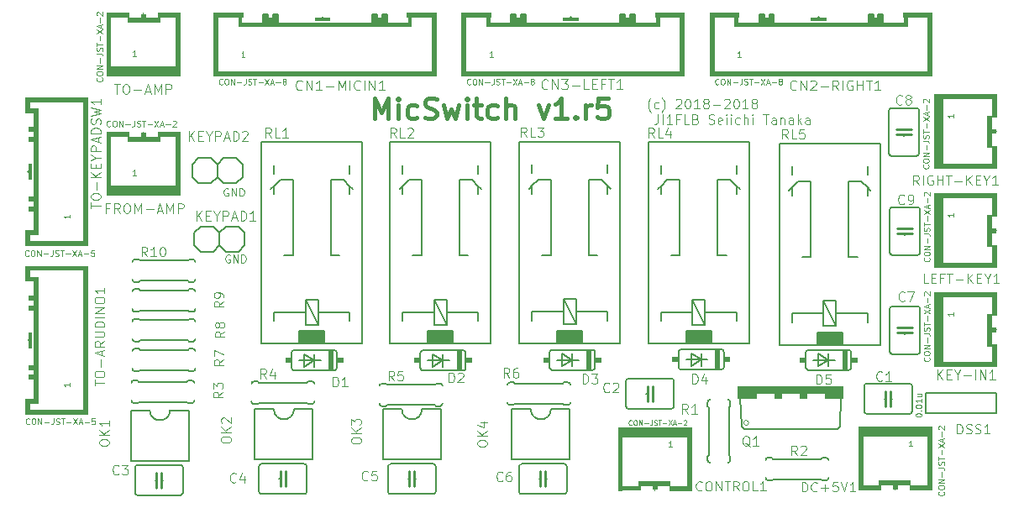
<source format=gto>
G04 #@! TF.GenerationSoftware,KiCad,Pcbnew,(5.0.0)*
G04 #@! TF.CreationDate,2018-11-08T09:58:05+09:00*
G04 #@! TF.ProjectId,MicSwitch003,4D69635377697463683030332E6B6963,rev?*
G04 #@! TF.SameCoordinates,Original*
G04 #@! TF.FileFunction,Legend,Top*
G04 #@! TF.FilePolarity,Positive*
%FSLAX46Y46*%
G04 Gerber Fmt 4.6, Leading zero omitted, Abs format (unit mm)*
G04 Created by KiCad (PCBNEW (5.0.0)) date 11/08/18 09:58:05*
%MOMM*%
%LPD*%
G01*
G04 APERTURE LIST*
%ADD10C,0.436880*%
%ADD11C,0.121920*%
%ADD12C,0.097536*%
%ADD13C,0.100000*%
%ADD14C,0.152400*%
%ADD15C,0.127000*%
%ADD16C,0.254000*%
%ADD17C,0.115824*%
%ADD18C,0.096520*%
%ADD19C,0.060000*%
%ADD20C,0.048768*%
%ADD21C,0.057912*%
G04 APERTURE END LIST*
D10*
X134756330Y-91665961D02*
X134756330Y-89590781D01*
X135448057Y-91073053D01*
X136139784Y-89590781D01*
X136139784Y-91665961D01*
X137127965Y-91665961D02*
X137127965Y-90282508D01*
X137127965Y-89590781D02*
X137029147Y-89689600D01*
X137127965Y-89788418D01*
X137226783Y-89689600D01*
X137127965Y-89590781D01*
X137127965Y-89788418D01*
X139005508Y-91567143D02*
X138807872Y-91665961D01*
X138412600Y-91665961D01*
X138214964Y-91567143D01*
X138116146Y-91468325D01*
X138017328Y-91270689D01*
X138017328Y-90677780D01*
X138116146Y-90480144D01*
X138214964Y-90381326D01*
X138412600Y-90282508D01*
X138807872Y-90282508D01*
X139005508Y-90381326D01*
X139796053Y-91567143D02*
X140092508Y-91665961D01*
X140586598Y-91665961D01*
X140784234Y-91567143D01*
X140883052Y-91468325D01*
X140981870Y-91270689D01*
X140981870Y-91073053D01*
X140883052Y-90875417D01*
X140784234Y-90776599D01*
X140586598Y-90677780D01*
X140191326Y-90578962D01*
X139993689Y-90480144D01*
X139894871Y-90381326D01*
X139796053Y-90183690D01*
X139796053Y-89986054D01*
X139894871Y-89788418D01*
X139993689Y-89689600D01*
X140191326Y-89590781D01*
X140685416Y-89590781D01*
X140981870Y-89689600D01*
X141673597Y-90282508D02*
X142068869Y-91665961D01*
X142464142Y-90677780D01*
X142859414Y-91665961D01*
X143254687Y-90282508D01*
X144045231Y-91665961D02*
X144045231Y-90282508D01*
X144045231Y-89590781D02*
X143946413Y-89689600D01*
X144045231Y-89788418D01*
X144144049Y-89689600D01*
X144045231Y-89590781D01*
X144045231Y-89788418D01*
X144736958Y-90282508D02*
X145527503Y-90282508D01*
X145033412Y-89590781D02*
X145033412Y-91369507D01*
X145132230Y-91567143D01*
X145329867Y-91665961D01*
X145527503Y-91665961D01*
X147108592Y-91567143D02*
X146910956Y-91665961D01*
X146515684Y-91665961D01*
X146318048Y-91567143D01*
X146219229Y-91468325D01*
X146120411Y-91270689D01*
X146120411Y-90677780D01*
X146219229Y-90480144D01*
X146318048Y-90381326D01*
X146515684Y-90282508D01*
X146910956Y-90282508D01*
X147108592Y-90381326D01*
X147997955Y-91665961D02*
X147997955Y-89590781D01*
X148887318Y-91665961D02*
X148887318Y-90578962D01*
X148788500Y-90381326D01*
X148590864Y-90282508D01*
X148294409Y-90282508D01*
X148096773Y-90381326D01*
X147997955Y-90480144D01*
X151258952Y-90282508D02*
X151753043Y-91665961D01*
X152247133Y-90282508D01*
X154124677Y-91665961D02*
X152938860Y-91665961D01*
X153531768Y-91665961D02*
X153531768Y-89590781D01*
X153334132Y-89887236D01*
X153136496Y-90084872D01*
X152938860Y-90183690D01*
X155014040Y-91468325D02*
X155112858Y-91567143D01*
X155014040Y-91665961D01*
X154915222Y-91567143D01*
X155014040Y-91468325D01*
X155014040Y-91665961D01*
X156002221Y-91665961D02*
X156002221Y-90282508D01*
X156002221Y-90677780D02*
X156101039Y-90480144D01*
X156199857Y-90381326D01*
X156397493Y-90282508D01*
X156595129Y-90282508D01*
X158275037Y-89590781D02*
X157286856Y-89590781D01*
X157188038Y-90578962D01*
X157286856Y-90480144D01*
X157484492Y-90381326D01*
X157978583Y-90381326D01*
X158176219Y-90480144D01*
X158275037Y-90578962D01*
X158373855Y-90776599D01*
X158373855Y-91270689D01*
X158275037Y-91468325D01*
X158176219Y-91567143D01*
X157978583Y-91665961D01*
X157484492Y-91665961D01*
X157286856Y-91567143D01*
X157188038Y-91468325D01*
D11*
X162585928Y-91005613D02*
X162539967Y-90959651D01*
X162448043Y-90821765D01*
X162402081Y-90729841D01*
X162356119Y-90591956D01*
X162310157Y-90362146D01*
X162310157Y-90178299D01*
X162356119Y-89948489D01*
X162402081Y-89810603D01*
X162448043Y-89718680D01*
X162539967Y-89580794D01*
X162585928Y-89534832D01*
X163367281Y-90591956D02*
X163275357Y-90637918D01*
X163091509Y-90637918D01*
X162999586Y-90591956D01*
X162953624Y-90545994D01*
X162907662Y-90454070D01*
X162907662Y-90178299D01*
X162953624Y-90086375D01*
X162999586Y-90040413D01*
X163091509Y-89994451D01*
X163275357Y-89994451D01*
X163367281Y-90040413D01*
X163689014Y-91005613D02*
X163734976Y-90959651D01*
X163826900Y-90821765D01*
X163872862Y-90729841D01*
X163918824Y-90591956D01*
X163964786Y-90362146D01*
X163964786Y-90178299D01*
X163918824Y-89948489D01*
X163872862Y-89810603D01*
X163826900Y-89718680D01*
X163734976Y-89580794D01*
X163689014Y-89534832D01*
X165113833Y-89764641D02*
X165159795Y-89718680D01*
X165251719Y-89672718D01*
X165481528Y-89672718D01*
X165573452Y-89718680D01*
X165619414Y-89764641D01*
X165665376Y-89856565D01*
X165665376Y-89948489D01*
X165619414Y-90086375D01*
X165067871Y-90637918D01*
X165665376Y-90637918D01*
X166262881Y-89672718D02*
X166354805Y-89672718D01*
X166446728Y-89718680D01*
X166492690Y-89764641D01*
X166538652Y-89856565D01*
X166584614Y-90040413D01*
X166584614Y-90270222D01*
X166538652Y-90454070D01*
X166492690Y-90545994D01*
X166446728Y-90591956D01*
X166354805Y-90637918D01*
X166262881Y-90637918D01*
X166170957Y-90591956D01*
X166124995Y-90545994D01*
X166079033Y-90454070D01*
X166033071Y-90270222D01*
X166033071Y-90040413D01*
X166079033Y-89856565D01*
X166124995Y-89764641D01*
X166170957Y-89718680D01*
X166262881Y-89672718D01*
X167503852Y-90637918D02*
X166952309Y-90637918D01*
X167228081Y-90637918D02*
X167228081Y-89672718D01*
X167136157Y-89810603D01*
X167044233Y-89902527D01*
X166952309Y-89948489D01*
X168055395Y-90086375D02*
X167963471Y-90040413D01*
X167917509Y-89994451D01*
X167871548Y-89902527D01*
X167871548Y-89856565D01*
X167917509Y-89764641D01*
X167963471Y-89718680D01*
X168055395Y-89672718D01*
X168239243Y-89672718D01*
X168331167Y-89718680D01*
X168377128Y-89764641D01*
X168423090Y-89856565D01*
X168423090Y-89902527D01*
X168377128Y-89994451D01*
X168331167Y-90040413D01*
X168239243Y-90086375D01*
X168055395Y-90086375D01*
X167963471Y-90132337D01*
X167917509Y-90178299D01*
X167871548Y-90270222D01*
X167871548Y-90454070D01*
X167917509Y-90545994D01*
X167963471Y-90591956D01*
X168055395Y-90637918D01*
X168239243Y-90637918D01*
X168331167Y-90591956D01*
X168377128Y-90545994D01*
X168423090Y-90454070D01*
X168423090Y-90270222D01*
X168377128Y-90178299D01*
X168331167Y-90132337D01*
X168239243Y-90086375D01*
X168836748Y-90270222D02*
X169572138Y-90270222D01*
X169985795Y-89764641D02*
X170031757Y-89718680D01*
X170123681Y-89672718D01*
X170353490Y-89672718D01*
X170445414Y-89718680D01*
X170491376Y-89764641D01*
X170537338Y-89856565D01*
X170537338Y-89948489D01*
X170491376Y-90086375D01*
X169939833Y-90637918D01*
X170537338Y-90637918D01*
X171134843Y-89672718D02*
X171226767Y-89672718D01*
X171318690Y-89718680D01*
X171364652Y-89764641D01*
X171410614Y-89856565D01*
X171456576Y-90040413D01*
X171456576Y-90270222D01*
X171410614Y-90454070D01*
X171364652Y-90545994D01*
X171318690Y-90591956D01*
X171226767Y-90637918D01*
X171134843Y-90637918D01*
X171042919Y-90591956D01*
X170996957Y-90545994D01*
X170950995Y-90454070D01*
X170905033Y-90270222D01*
X170905033Y-90040413D01*
X170950995Y-89856565D01*
X170996957Y-89764641D01*
X171042919Y-89718680D01*
X171134843Y-89672718D01*
X172375814Y-90637918D02*
X171824271Y-90637918D01*
X172100043Y-90637918D02*
X172100043Y-89672718D01*
X172008119Y-89810603D01*
X171916195Y-89902527D01*
X171824271Y-89948489D01*
X172927357Y-90086375D02*
X172835433Y-90040413D01*
X172789471Y-89994451D01*
X172743509Y-89902527D01*
X172743509Y-89856565D01*
X172789471Y-89764641D01*
X172835433Y-89718680D01*
X172927357Y-89672718D01*
X173111205Y-89672718D01*
X173203128Y-89718680D01*
X173249090Y-89764641D01*
X173295052Y-89856565D01*
X173295052Y-89902527D01*
X173249090Y-89994451D01*
X173203128Y-90040413D01*
X173111205Y-90086375D01*
X172927357Y-90086375D01*
X172835433Y-90132337D01*
X172789471Y-90178299D01*
X172743509Y-90270222D01*
X172743509Y-90454070D01*
X172789471Y-90545994D01*
X172835433Y-90591956D01*
X172927357Y-90637918D01*
X173111205Y-90637918D01*
X173203128Y-90591956D01*
X173249090Y-90545994D01*
X173295052Y-90454070D01*
X173295052Y-90270222D01*
X173249090Y-90178299D01*
X173203128Y-90132337D01*
X173111205Y-90086375D01*
X163321319Y-91242438D02*
X163321319Y-91931866D01*
X163275357Y-92069752D01*
X163183433Y-92161676D01*
X163045548Y-92207638D01*
X162953624Y-92207638D01*
X163780938Y-92207638D02*
X163780938Y-91242438D01*
X164746138Y-92207638D02*
X164194595Y-92207638D01*
X164470367Y-92207638D02*
X164470367Y-91242438D01*
X164378443Y-91380323D01*
X164286519Y-91472247D01*
X164194595Y-91518209D01*
X165481528Y-91702057D02*
X165159795Y-91702057D01*
X165159795Y-92207638D02*
X165159795Y-91242438D01*
X165619414Y-91242438D01*
X166446728Y-92207638D02*
X165987109Y-92207638D01*
X165987109Y-91242438D01*
X167090195Y-91702057D02*
X167228081Y-91748019D01*
X167274043Y-91793980D01*
X167320005Y-91885904D01*
X167320005Y-92023790D01*
X167274043Y-92115714D01*
X167228081Y-92161676D01*
X167136157Y-92207638D01*
X166768462Y-92207638D01*
X166768462Y-91242438D01*
X167090195Y-91242438D01*
X167182119Y-91288400D01*
X167228081Y-91334361D01*
X167274043Y-91426285D01*
X167274043Y-91518209D01*
X167228081Y-91610133D01*
X167182119Y-91656095D01*
X167090195Y-91702057D01*
X166768462Y-91702057D01*
X168423090Y-92161676D02*
X168560976Y-92207638D01*
X168790786Y-92207638D01*
X168882709Y-92161676D01*
X168928671Y-92115714D01*
X168974633Y-92023790D01*
X168974633Y-91931866D01*
X168928671Y-91839942D01*
X168882709Y-91793980D01*
X168790786Y-91748019D01*
X168606938Y-91702057D01*
X168515014Y-91656095D01*
X168469052Y-91610133D01*
X168423090Y-91518209D01*
X168423090Y-91426285D01*
X168469052Y-91334361D01*
X168515014Y-91288400D01*
X168606938Y-91242438D01*
X168836748Y-91242438D01*
X168974633Y-91288400D01*
X169755986Y-92161676D02*
X169664062Y-92207638D01*
X169480214Y-92207638D01*
X169388290Y-92161676D01*
X169342328Y-92069752D01*
X169342328Y-91702057D01*
X169388290Y-91610133D01*
X169480214Y-91564171D01*
X169664062Y-91564171D01*
X169755986Y-91610133D01*
X169801948Y-91702057D01*
X169801948Y-91793980D01*
X169342328Y-91885904D01*
X170215605Y-92207638D02*
X170215605Y-91564171D01*
X170215605Y-91242438D02*
X170169643Y-91288400D01*
X170215605Y-91334361D01*
X170261567Y-91288400D01*
X170215605Y-91242438D01*
X170215605Y-91334361D01*
X170675224Y-92207638D02*
X170675224Y-91564171D01*
X170675224Y-91242438D02*
X170629262Y-91288400D01*
X170675224Y-91334361D01*
X170721186Y-91288400D01*
X170675224Y-91242438D01*
X170675224Y-91334361D01*
X171548500Y-92161676D02*
X171456576Y-92207638D01*
X171272728Y-92207638D01*
X171180805Y-92161676D01*
X171134843Y-92115714D01*
X171088881Y-92023790D01*
X171088881Y-91748019D01*
X171134843Y-91656095D01*
X171180805Y-91610133D01*
X171272728Y-91564171D01*
X171456576Y-91564171D01*
X171548500Y-91610133D01*
X171962157Y-92207638D02*
X171962157Y-91242438D01*
X172375814Y-92207638D02*
X172375814Y-91702057D01*
X172329852Y-91610133D01*
X172237928Y-91564171D01*
X172100043Y-91564171D01*
X172008119Y-91610133D01*
X171962157Y-91656095D01*
X172835433Y-92207638D02*
X172835433Y-91564171D01*
X172835433Y-91242438D02*
X172789471Y-91288400D01*
X172835433Y-91334361D01*
X172881395Y-91288400D01*
X172835433Y-91242438D01*
X172835433Y-91334361D01*
X173892557Y-91242438D02*
X174444100Y-91242438D01*
X174168328Y-92207638D02*
X174168328Y-91242438D01*
X175179490Y-92207638D02*
X175179490Y-91702057D01*
X175133528Y-91610133D01*
X175041605Y-91564171D01*
X174857757Y-91564171D01*
X174765833Y-91610133D01*
X175179490Y-92161676D02*
X175087567Y-92207638D01*
X174857757Y-92207638D01*
X174765833Y-92161676D01*
X174719871Y-92069752D01*
X174719871Y-91977828D01*
X174765833Y-91885904D01*
X174857757Y-91839942D01*
X175087567Y-91839942D01*
X175179490Y-91793980D01*
X175639109Y-91564171D02*
X175639109Y-92207638D01*
X175639109Y-91656095D02*
X175685071Y-91610133D01*
X175776995Y-91564171D01*
X175914881Y-91564171D01*
X176006805Y-91610133D01*
X176052767Y-91702057D01*
X176052767Y-92207638D01*
X176926043Y-92207638D02*
X176926043Y-91702057D01*
X176880081Y-91610133D01*
X176788157Y-91564171D01*
X176604309Y-91564171D01*
X176512386Y-91610133D01*
X176926043Y-92161676D02*
X176834119Y-92207638D01*
X176604309Y-92207638D01*
X176512386Y-92161676D01*
X176466424Y-92069752D01*
X176466424Y-91977828D01*
X176512386Y-91885904D01*
X176604309Y-91839942D01*
X176834119Y-91839942D01*
X176926043Y-91793980D01*
X177385662Y-92207638D02*
X177385662Y-91242438D01*
X177477586Y-91839942D02*
X177753357Y-92207638D01*
X177753357Y-91564171D02*
X177385662Y-91931866D01*
X178580671Y-92207638D02*
X178580671Y-91702057D01*
X178534709Y-91610133D01*
X178442786Y-91564171D01*
X178258938Y-91564171D01*
X178167014Y-91610133D01*
X178580671Y-92161676D02*
X178488748Y-92207638D01*
X178258938Y-92207638D01*
X178167014Y-92161676D01*
X178121052Y-92069752D01*
X178121052Y-91977828D01*
X178167014Y-91885904D01*
X178258938Y-91839942D01*
X178488748Y-91839942D01*
X178580671Y-91793980D01*
D12*
X120152810Y-105431440D02*
X120079271Y-105394670D01*
X119968963Y-105394670D01*
X119858654Y-105431440D01*
X119785115Y-105504979D01*
X119748346Y-105578518D01*
X119711576Y-105725596D01*
X119711576Y-105835904D01*
X119748346Y-105982982D01*
X119785115Y-106056521D01*
X119858654Y-106130060D01*
X119968963Y-106166830D01*
X120042502Y-106166830D01*
X120152810Y-106130060D01*
X120189580Y-106093291D01*
X120189580Y-105835904D01*
X120042502Y-105835904D01*
X120520506Y-106166830D02*
X120520506Y-105394670D01*
X120961740Y-106166830D01*
X120961740Y-105394670D01*
X121329435Y-106166830D02*
X121329435Y-105394670D01*
X121513283Y-105394670D01*
X121623591Y-105431440D01*
X121697130Y-105504979D01*
X121733900Y-105578518D01*
X121770669Y-105725596D01*
X121770669Y-105835904D01*
X121733900Y-105982982D01*
X121697130Y-106056521D01*
X121623591Y-106130060D01*
X121513283Y-106166830D01*
X121329435Y-106166830D01*
D11*
X119968660Y-98731440D02*
X119895121Y-98694670D01*
X119784812Y-98694670D01*
X119674504Y-98731440D01*
X119600965Y-98804979D01*
X119564195Y-98878518D01*
X119527426Y-99025596D01*
X119527426Y-99135904D01*
X119564195Y-99282982D01*
X119600965Y-99356521D01*
X119674504Y-99430060D01*
X119784812Y-99466830D01*
X119858351Y-99466830D01*
X119968660Y-99430060D01*
X120005429Y-99393291D01*
X120005429Y-99135904D01*
X119858351Y-99135904D01*
X120336355Y-99466830D02*
X120336355Y-98694670D01*
X120777589Y-99466830D01*
X120777589Y-98694670D01*
X121145285Y-99466830D02*
X121145285Y-98694670D01*
X121329132Y-98694670D01*
X121439441Y-98731440D01*
X121512980Y-98804979D01*
X121549749Y-98878518D01*
X121586519Y-99025596D01*
X121586519Y-99135904D01*
X121549749Y-99282982D01*
X121512980Y-99356521D01*
X121439441Y-99430060D01*
X121329132Y-99466830D01*
X121145285Y-99466830D01*
D13*
G04 #@! TO.C,D1*
G36*
X131576100Y-115784600D02*
X130941100Y-115784600D01*
X130941100Y-116292600D01*
X131576100Y-116292600D01*
X131576100Y-115784600D01*
G37*
G36*
X126369100Y-115784600D02*
X125734100Y-115784600D01*
X125734100Y-116292600D01*
X126369100Y-116292600D01*
X126369100Y-115784600D01*
G37*
G36*
X130560100Y-115022600D02*
X130052100Y-115022600D01*
X130052100Y-117054600D01*
X130560100Y-117054600D01*
X130560100Y-115022600D01*
G37*
D14*
X130687100Y-117054600D02*
X126623100Y-117054600D01*
X130941100Y-116800600D02*
X130941100Y-115276600D01*
X130687100Y-115022600D02*
X126623100Y-115022600D01*
X130687100Y-115022600D02*
G75*
G02X130941100Y-115276600I0J-254000D01*
G01*
X130687100Y-117054600D02*
G75*
G03X130941100Y-116800600I0J254000D01*
G01*
X126369100Y-115276600D02*
G75*
G02X126623100Y-115022600I254000J0D01*
G01*
X126369100Y-116800600D02*
X126369100Y-115276600D01*
X126369100Y-116800600D02*
G75*
G03X126623100Y-117054600I254000J0D01*
G01*
X128655100Y-116038600D02*
X128655100Y-115403600D01*
X128655100Y-116673600D02*
X128655100Y-116038600D01*
X128655100Y-116038600D02*
X127639100Y-116673600D01*
X128655100Y-116038600D02*
X127131100Y-116038600D01*
X127639100Y-115403600D02*
X128655100Y-116038600D01*
X127639100Y-116673600D02*
X127639100Y-115403600D01*
X129290100Y-116038600D02*
X128655100Y-116038600D01*
D13*
G04 #@! TO.C,D2*
G36*
X144568100Y-115800600D02*
X143933100Y-115800600D01*
X143933100Y-116308600D01*
X144568100Y-116308600D01*
X144568100Y-115800600D01*
G37*
G36*
X139361100Y-115800600D02*
X138726100Y-115800600D01*
X138726100Y-116308600D01*
X139361100Y-116308600D01*
X139361100Y-115800600D01*
G37*
G36*
X143552100Y-115038600D02*
X143044100Y-115038600D01*
X143044100Y-117070600D01*
X143552100Y-117070600D01*
X143552100Y-115038600D01*
G37*
D14*
X143679100Y-117070600D02*
X139615100Y-117070600D01*
X143933100Y-116816600D02*
X143933100Y-115292600D01*
X143679100Y-115038600D02*
X139615100Y-115038600D01*
X143679100Y-115038600D02*
G75*
G02X143933100Y-115292600I0J-254000D01*
G01*
X143679100Y-117070600D02*
G75*
G03X143933100Y-116816600I0J254000D01*
G01*
X139361100Y-115292600D02*
G75*
G02X139615100Y-115038600I254000J0D01*
G01*
X139361100Y-116816600D02*
X139361100Y-115292600D01*
X139361100Y-116816600D02*
G75*
G03X139615100Y-117070600I254000J0D01*
G01*
X141647100Y-116054600D02*
X141647100Y-115419600D01*
X141647100Y-116689600D02*
X141647100Y-116054600D01*
X141647100Y-116054600D02*
X140631100Y-116689600D01*
X141647100Y-116054600D02*
X140123100Y-116054600D01*
X140631100Y-115419600D02*
X141647100Y-116054600D01*
X140631100Y-116689600D02*
X140631100Y-115419600D01*
X142282100Y-116054600D02*
X141647100Y-116054600D01*
D13*
G04 #@! TO.C,D3*
G36*
X157598100Y-115733600D02*
X156963100Y-115733600D01*
X156963100Y-116241600D01*
X157598100Y-116241600D01*
X157598100Y-115733600D01*
G37*
G36*
X152391100Y-115733600D02*
X151756100Y-115733600D01*
X151756100Y-116241600D01*
X152391100Y-116241600D01*
X152391100Y-115733600D01*
G37*
G36*
X156582100Y-114971600D02*
X156074100Y-114971600D01*
X156074100Y-117003600D01*
X156582100Y-117003600D01*
X156582100Y-114971600D01*
G37*
D14*
X156709100Y-117003600D02*
X152645100Y-117003600D01*
X156963100Y-116749600D02*
X156963100Y-115225600D01*
X156709100Y-114971600D02*
X152645100Y-114971600D01*
X156709100Y-114971600D02*
G75*
G02X156963100Y-115225600I0J-254000D01*
G01*
X156709100Y-117003600D02*
G75*
G03X156963100Y-116749600I0J254000D01*
G01*
X152391100Y-115225600D02*
G75*
G02X152645100Y-114971600I254000J0D01*
G01*
X152391100Y-116749600D02*
X152391100Y-115225600D01*
X152391100Y-116749600D02*
G75*
G03X152645100Y-117003600I254000J0D01*
G01*
X154677100Y-115987600D02*
X154677100Y-115352600D01*
X154677100Y-116622600D02*
X154677100Y-115987600D01*
X154677100Y-115987600D02*
X153661100Y-116622600D01*
X154677100Y-115987600D02*
X153153100Y-115987600D01*
X153661100Y-115352600D02*
X154677100Y-115987600D01*
X153661100Y-116622600D02*
X153661100Y-115352600D01*
X155312100Y-115987600D02*
X154677100Y-115987600D01*
D13*
G04 #@! TO.C,D4*
G36*
X170579100Y-115692600D02*
X169944100Y-115692600D01*
X169944100Y-116200600D01*
X170579100Y-116200600D01*
X170579100Y-115692600D01*
G37*
G36*
X165372100Y-115692600D02*
X164737100Y-115692600D01*
X164737100Y-116200600D01*
X165372100Y-116200600D01*
X165372100Y-115692600D01*
G37*
G36*
X169563100Y-114930600D02*
X169055100Y-114930600D01*
X169055100Y-116962600D01*
X169563100Y-116962600D01*
X169563100Y-114930600D01*
G37*
D14*
X169690100Y-116962600D02*
X165626100Y-116962600D01*
X169944100Y-116708600D02*
X169944100Y-115184600D01*
X169690100Y-114930600D02*
X165626100Y-114930600D01*
X169690100Y-114930600D02*
G75*
G02X169944100Y-115184600I0J-254000D01*
G01*
X169690100Y-116962600D02*
G75*
G03X169944100Y-116708600I0J254000D01*
G01*
X165372100Y-115184600D02*
G75*
G02X165626100Y-114930600I254000J0D01*
G01*
X165372100Y-116708600D02*
X165372100Y-115184600D01*
X165372100Y-116708600D02*
G75*
G03X165626100Y-116962600I254000J0D01*
G01*
X167658100Y-115946600D02*
X167658100Y-115311600D01*
X167658100Y-116581600D02*
X167658100Y-115946600D01*
X167658100Y-115946600D02*
X166642100Y-116581600D01*
X167658100Y-115946600D02*
X166134100Y-115946600D01*
X166642100Y-115311600D02*
X167658100Y-115946600D01*
X166642100Y-116581600D02*
X166642100Y-115311600D01*
X168293100Y-115946600D02*
X167658100Y-115946600D01*
D15*
G04 #@! TO.C,DSS1*
X197427100Y-119335600D02*
X197427100Y-121367600D01*
X190315100Y-119335600D02*
X197427100Y-119335600D01*
X190315100Y-121367600D02*
X190315100Y-119335600D01*
X197427100Y-121367600D02*
X190315100Y-121367600D01*
D13*
G04 #@! TO.C,DC+5V1*
G36*
X187185100Y-129120600D02*
X187285100Y-129120600D01*
X187285100Y-129020600D01*
X187185100Y-129020600D01*
X187185100Y-129120600D01*
G37*
G36*
X185555100Y-128620600D02*
X188805100Y-128620600D01*
X188805100Y-128120600D01*
X185555100Y-128120600D01*
X185555100Y-128620600D01*
G37*
G36*
X188675100Y-129120600D02*
X190975100Y-129120600D01*
X190975100Y-128620600D01*
X188675100Y-128620600D01*
X188675100Y-129120600D01*
G37*
G36*
X183485100Y-129110600D02*
X185785100Y-129110600D01*
X185785100Y-128610600D01*
X183485100Y-128610600D01*
X183485100Y-129110600D01*
G37*
G36*
X183485100Y-129120600D02*
X183985100Y-129120600D01*
X183985100Y-122720600D01*
X183485100Y-122720600D01*
X183485100Y-129120600D01*
G37*
G36*
X190485100Y-129120600D02*
X190985100Y-129120600D01*
X190985100Y-122720600D01*
X190485100Y-122720600D01*
X190485100Y-129120600D01*
G37*
G36*
X183485100Y-123720600D02*
X190985100Y-123720600D01*
X190985100Y-122720600D01*
X183485100Y-122720600D01*
X183485100Y-123720600D01*
G37*
G36*
X186985100Y-129020600D02*
X187485100Y-129020600D01*
X187485100Y-128520600D01*
X186985100Y-128520600D01*
X186985100Y-129020600D01*
G37*
G04 #@! TO.C,CONTROL1*
G36*
X162966100Y-129193600D02*
X163066100Y-129193600D01*
X163066100Y-129093600D01*
X162966100Y-129093600D01*
X162966100Y-129193600D01*
G37*
G36*
X161336100Y-128693600D02*
X164586100Y-128693600D01*
X164586100Y-128193600D01*
X161336100Y-128193600D01*
X161336100Y-128693600D01*
G37*
G36*
X164456100Y-129193600D02*
X166756100Y-129193600D01*
X166756100Y-128693600D01*
X164456100Y-128693600D01*
X164456100Y-129193600D01*
G37*
G36*
X159266100Y-129183600D02*
X161566100Y-129183600D01*
X161566100Y-128683600D01*
X159266100Y-128683600D01*
X159266100Y-129183600D01*
G37*
G36*
X159266100Y-129193600D02*
X159766100Y-129193600D01*
X159766100Y-122793600D01*
X159266100Y-122793600D01*
X159266100Y-129193600D01*
G37*
G36*
X166266100Y-129193600D02*
X166766100Y-129193600D01*
X166766100Y-122793600D01*
X166266100Y-122793600D01*
X166266100Y-129193600D01*
G37*
G36*
X159266100Y-123793600D02*
X166766100Y-123793600D01*
X166766100Y-122793600D01*
X159266100Y-122793600D01*
X159266100Y-123793600D01*
G37*
G36*
X162766100Y-129093600D02*
X163266100Y-129093600D01*
X163266100Y-128593600D01*
X162766100Y-128593600D01*
X162766100Y-129093600D01*
G37*
G04 #@! TO.C,Q1*
G36*
X180122100Y-119902600D02*
X182027100Y-119902600D01*
X182027100Y-119394600D01*
X180122100Y-119394600D01*
X180122100Y-119902600D01*
G37*
G36*
X177582100Y-119902600D02*
X178344100Y-119902600D01*
X178344100Y-119394600D01*
X177582100Y-119394600D01*
X177582100Y-119902600D01*
G37*
G36*
X175042100Y-119902600D02*
X175804100Y-119902600D01*
X175804100Y-119394600D01*
X175042100Y-119394600D01*
X175042100Y-119902600D01*
G37*
G36*
X171359100Y-119902600D02*
X173264100Y-119902600D01*
X173264100Y-119394600D01*
X171359100Y-119394600D01*
X171359100Y-119902600D01*
G37*
G36*
X171359100Y-119394600D02*
X182027100Y-119394600D01*
X182027100Y-118632600D01*
X171359100Y-118632600D01*
X171359100Y-119394600D01*
G37*
X172451300Y-122341000D02*
G75*
G03X172451300Y-122341000I-254000J0D01*
G01*
D14*
X171740100Y-122696600D02*
X171613100Y-119775600D01*
X181773100Y-119775600D02*
X181646100Y-122696600D01*
X171740100Y-122696600D02*
X171994100Y-122950600D01*
X181392100Y-122950600D02*
X171994100Y-122950600D01*
X181392100Y-122950600D02*
X181646100Y-122696600D01*
G04 #@! TO.C,R1*
X170601100Y-120258600D02*
X170601100Y-120639600D01*
X168315100Y-120258600D02*
X168315100Y-120639600D01*
X170474100Y-120766600D02*
X170474100Y-125592600D01*
X170474100Y-120766600D02*
X170601100Y-120639600D01*
X168442100Y-120766600D02*
X168442100Y-125592600D01*
X168442100Y-120766600D02*
X168315100Y-120639600D01*
X170474100Y-125592600D02*
X170601100Y-125719600D01*
X170601100Y-126100600D02*
X170601100Y-125719600D01*
X168442100Y-125592600D02*
X168315100Y-125719600D01*
X168315100Y-126100600D02*
X168315100Y-125719600D01*
X168569100Y-120004600D02*
G75*
G03X168315100Y-120258600I0J-254000D01*
G01*
X170347100Y-120004600D02*
G75*
G02X170601100Y-120258600I0J-254000D01*
G01*
X170601100Y-126100600D02*
G75*
G02X170347100Y-126354600I-254000J0D01*
G01*
X168315100Y-126100600D02*
G75*
G03X168569100Y-126354600I254000J0D01*
G01*
G04 #@! TO.C,R2*
X174404100Y-125850600D02*
X174785100Y-125850600D01*
X174404100Y-128136600D02*
X174785100Y-128136600D01*
X174912100Y-125977600D02*
X179738100Y-125977600D01*
X174912100Y-125977600D02*
X174785100Y-125850600D01*
X174912100Y-128009600D02*
X179738100Y-128009600D01*
X174912100Y-128009600D02*
X174785100Y-128136600D01*
X179738100Y-125977600D02*
X179865100Y-125850600D01*
X180246100Y-125850600D02*
X179865100Y-125850600D01*
X179738100Y-128009600D02*
X179865100Y-128136600D01*
X180246100Y-128136600D02*
X179865100Y-128136600D01*
X174150100Y-127882600D02*
G75*
G03X174404100Y-128136600I254000J0D01*
G01*
X174150100Y-126104600D02*
G75*
G02X174404100Y-125850600I254000J0D01*
G01*
X180246100Y-125850600D02*
G75*
G02X180500100Y-126104600I0J-254000D01*
G01*
X180246100Y-128136600D02*
G75*
G03X180500100Y-127882600I0J254000D01*
G01*
D13*
G04 #@! TO.C,RL1*
G36*
X129679100Y-114344600D02*
X129679100Y-113074600D01*
X127139100Y-113074600D01*
X127139100Y-114344600D01*
X129679100Y-114344600D01*
G37*
D14*
X124599100Y-98469600D02*
X124268900Y-98774400D01*
X132219100Y-97199600D02*
X132219100Y-96361400D01*
X132219100Y-98469600D02*
X132549300Y-98774400D01*
X132219100Y-99282400D02*
X132219100Y-98469600D01*
X131584100Y-97834600D02*
X132219100Y-98469600D01*
X130314100Y-97834600D02*
X131584100Y-97834600D01*
X130314100Y-105454600D02*
X130314100Y-97834600D01*
X131203100Y-105454600D02*
X130314100Y-105454600D01*
X124599100Y-97199600D02*
X124599100Y-96361400D01*
X124599100Y-99282400D02*
X124599100Y-98469600D01*
X125234100Y-97834600D02*
X124599100Y-98469600D01*
X126504100Y-97834600D02*
X125234100Y-97834600D01*
X126504100Y-105454600D02*
X126504100Y-97834600D01*
X125615100Y-105454600D02*
X126504100Y-105454600D01*
X129044100Y-112439600D02*
X127774100Y-109899600D01*
X132219100Y-111169600D02*
X132219100Y-112058600D01*
X129044100Y-111169600D02*
X129044100Y-109899600D01*
X129044100Y-111169600D02*
X132219100Y-111169600D01*
X129044100Y-112439600D02*
X129044100Y-111169600D01*
X127774100Y-109899600D02*
X127774100Y-111169600D01*
X129044100Y-109899600D02*
X127774100Y-109899600D01*
X127774100Y-112439600D02*
X129044100Y-112439600D01*
X127774100Y-111169600D02*
X127774100Y-112439600D01*
X124599100Y-111169600D02*
X127774100Y-111169600D01*
X124599100Y-112058600D02*
X124599100Y-111169600D01*
X129679100Y-114344600D02*
X133489100Y-114344600D01*
X129679100Y-113074600D02*
X129679100Y-114344600D01*
X127139100Y-114344600D02*
X129679100Y-114344600D01*
X127139100Y-113074600D02*
X129679100Y-113074600D01*
X127139100Y-114344600D02*
X127139100Y-113074600D01*
X123329100Y-114344600D02*
X127139100Y-114344600D01*
X123329100Y-94024600D02*
X123329100Y-114344600D01*
X133489100Y-94024600D02*
X123329100Y-94024600D01*
X133489100Y-114344600D02*
X133489100Y-94024600D01*
D13*
G04 #@! TO.C,RL2*
G36*
X142663100Y-114333600D02*
X142663100Y-113063600D01*
X140123100Y-113063600D01*
X140123100Y-114333600D01*
X142663100Y-114333600D01*
G37*
D14*
X137583100Y-98458600D02*
X137252900Y-98763400D01*
X145203100Y-97188600D02*
X145203100Y-96350400D01*
X145203100Y-98458600D02*
X145533300Y-98763400D01*
X145203100Y-99271400D02*
X145203100Y-98458600D01*
X144568100Y-97823600D02*
X145203100Y-98458600D01*
X143298100Y-97823600D02*
X144568100Y-97823600D01*
X143298100Y-105443600D02*
X143298100Y-97823600D01*
X144187100Y-105443600D02*
X143298100Y-105443600D01*
X137583100Y-97188600D02*
X137583100Y-96350400D01*
X137583100Y-99271400D02*
X137583100Y-98458600D01*
X138218100Y-97823600D02*
X137583100Y-98458600D01*
X139488100Y-97823600D02*
X138218100Y-97823600D01*
X139488100Y-105443600D02*
X139488100Y-97823600D01*
X138599100Y-105443600D02*
X139488100Y-105443600D01*
X142028100Y-112428600D02*
X140758100Y-109888600D01*
X145203100Y-111158600D02*
X145203100Y-112047600D01*
X142028100Y-111158600D02*
X142028100Y-109888600D01*
X142028100Y-111158600D02*
X145203100Y-111158600D01*
X142028100Y-112428600D02*
X142028100Y-111158600D01*
X140758100Y-109888600D02*
X140758100Y-111158600D01*
X142028100Y-109888600D02*
X140758100Y-109888600D01*
X140758100Y-112428600D02*
X142028100Y-112428600D01*
X140758100Y-111158600D02*
X140758100Y-112428600D01*
X137583100Y-111158600D02*
X140758100Y-111158600D01*
X137583100Y-112047600D02*
X137583100Y-111158600D01*
X142663100Y-114333600D02*
X146473100Y-114333600D01*
X142663100Y-113063600D02*
X142663100Y-114333600D01*
X140123100Y-114333600D02*
X142663100Y-114333600D01*
X140123100Y-113063600D02*
X142663100Y-113063600D01*
X140123100Y-114333600D02*
X140123100Y-113063600D01*
X136313100Y-114333600D02*
X140123100Y-114333600D01*
X136313100Y-94013600D02*
X136313100Y-114333600D01*
X146473100Y-94013600D02*
X136313100Y-94013600D01*
X146473100Y-114333600D02*
X146473100Y-94013600D01*
D13*
G04 #@! TO.C,RL3*
G36*
X155701100Y-114293600D02*
X155701100Y-113023600D01*
X153161100Y-113023600D01*
X153161100Y-114293600D01*
X155701100Y-114293600D01*
G37*
D14*
X150621100Y-98418600D02*
X150290900Y-98723400D01*
X158241100Y-97148600D02*
X158241100Y-96310400D01*
X158241100Y-98418600D02*
X158571300Y-98723400D01*
X158241100Y-99231400D02*
X158241100Y-98418600D01*
X157606100Y-97783600D02*
X158241100Y-98418600D01*
X156336100Y-97783600D02*
X157606100Y-97783600D01*
X156336100Y-105403600D02*
X156336100Y-97783600D01*
X157225100Y-105403600D02*
X156336100Y-105403600D01*
X150621100Y-97148600D02*
X150621100Y-96310400D01*
X150621100Y-99231400D02*
X150621100Y-98418600D01*
X151256100Y-97783600D02*
X150621100Y-98418600D01*
X152526100Y-97783600D02*
X151256100Y-97783600D01*
X152526100Y-105403600D02*
X152526100Y-97783600D01*
X151637100Y-105403600D02*
X152526100Y-105403600D01*
X155066100Y-112388600D02*
X153796100Y-109848600D01*
X158241100Y-111118600D02*
X158241100Y-112007600D01*
X155066100Y-111118600D02*
X155066100Y-109848600D01*
X155066100Y-111118600D02*
X158241100Y-111118600D01*
X155066100Y-112388600D02*
X155066100Y-111118600D01*
X153796100Y-109848600D02*
X153796100Y-111118600D01*
X155066100Y-109848600D02*
X153796100Y-109848600D01*
X153796100Y-112388600D02*
X155066100Y-112388600D01*
X153796100Y-111118600D02*
X153796100Y-112388600D01*
X150621100Y-111118600D02*
X153796100Y-111118600D01*
X150621100Y-112007600D02*
X150621100Y-111118600D01*
X155701100Y-114293600D02*
X159511100Y-114293600D01*
X155701100Y-113023600D02*
X155701100Y-114293600D01*
X153161100Y-114293600D02*
X155701100Y-114293600D01*
X153161100Y-113023600D02*
X155701100Y-113023600D01*
X153161100Y-114293600D02*
X153161100Y-113023600D01*
X149351100Y-114293600D02*
X153161100Y-114293600D01*
X149351100Y-93973600D02*
X149351100Y-114293600D01*
X159511100Y-93973600D02*
X149351100Y-93973600D01*
X159511100Y-114293600D02*
X159511100Y-93973600D01*
D13*
G04 #@! TO.C,RL4*
G36*
X168696100Y-114340600D02*
X168696100Y-113070600D01*
X166156100Y-113070600D01*
X166156100Y-114340600D01*
X168696100Y-114340600D01*
G37*
D14*
X163616100Y-98465600D02*
X163285900Y-98770400D01*
X171236100Y-97195600D02*
X171236100Y-96357400D01*
X171236100Y-98465600D02*
X171566300Y-98770400D01*
X171236100Y-99278400D02*
X171236100Y-98465600D01*
X170601100Y-97830600D02*
X171236100Y-98465600D01*
X169331100Y-97830600D02*
X170601100Y-97830600D01*
X169331100Y-105450600D02*
X169331100Y-97830600D01*
X170220100Y-105450600D02*
X169331100Y-105450600D01*
X163616100Y-97195600D02*
X163616100Y-96357400D01*
X163616100Y-99278400D02*
X163616100Y-98465600D01*
X164251100Y-97830600D02*
X163616100Y-98465600D01*
X165521100Y-97830600D02*
X164251100Y-97830600D01*
X165521100Y-105450600D02*
X165521100Y-97830600D01*
X164632100Y-105450600D02*
X165521100Y-105450600D01*
X168061100Y-112435600D02*
X166791100Y-109895600D01*
X171236100Y-111165600D02*
X171236100Y-112054600D01*
X168061100Y-111165600D02*
X168061100Y-109895600D01*
X168061100Y-111165600D02*
X171236100Y-111165600D01*
X168061100Y-112435600D02*
X168061100Y-111165600D01*
X166791100Y-109895600D02*
X166791100Y-111165600D01*
X168061100Y-109895600D02*
X166791100Y-109895600D01*
X166791100Y-112435600D02*
X168061100Y-112435600D01*
X166791100Y-111165600D02*
X166791100Y-112435600D01*
X163616100Y-111165600D02*
X166791100Y-111165600D01*
X163616100Y-112054600D02*
X163616100Y-111165600D01*
X168696100Y-114340600D02*
X172506100Y-114340600D01*
X168696100Y-113070600D02*
X168696100Y-114340600D01*
X166156100Y-114340600D02*
X168696100Y-114340600D01*
X166156100Y-113070600D02*
X168696100Y-113070600D01*
X166156100Y-114340600D02*
X166156100Y-113070600D01*
X162346100Y-114340600D02*
X166156100Y-114340600D01*
X162346100Y-94020600D02*
X162346100Y-114340600D01*
X172506100Y-94020600D02*
X162346100Y-94020600D01*
X172506100Y-114340600D02*
X172506100Y-94020600D01*
D13*
G04 #@! TO.C,CN1-MICIN1*
G36*
X121501100Y-81003600D02*
X118501100Y-81003600D01*
X118501100Y-81503600D01*
X121501100Y-81503600D01*
X121501100Y-81003600D01*
G37*
G36*
X141001100Y-81003600D02*
X138001100Y-81003600D01*
X138001100Y-81503600D01*
X141001100Y-81503600D01*
X141001100Y-81003600D01*
G37*
G36*
X121401100Y-81003600D02*
X121001100Y-81003600D01*
X121001100Y-82403600D01*
X121401100Y-82403600D01*
X121401100Y-81003600D01*
G37*
G36*
X138501100Y-81003600D02*
X138101100Y-81003600D01*
X138101100Y-82403600D01*
X138501100Y-82403600D01*
X138501100Y-81003600D01*
G37*
G36*
X138501100Y-82003600D02*
X121001100Y-82003600D01*
X121001100Y-82403600D01*
X138501100Y-82403600D01*
X138501100Y-82003600D01*
G37*
G36*
X140991100Y-86893600D02*
X118491100Y-86893600D01*
X118491100Y-87393600D01*
X140991100Y-87393600D01*
X140991100Y-86893600D01*
G37*
G36*
X141001100Y-81003600D02*
X140501100Y-81003600D01*
X140501100Y-87403600D01*
X141001100Y-87403600D01*
X141001100Y-81003600D01*
G37*
G36*
X119001100Y-81003600D02*
X118501100Y-81003600D01*
X118501100Y-87403600D01*
X119001100Y-87403600D01*
X119001100Y-81003600D01*
G37*
G36*
X125001100Y-81603600D02*
X123501100Y-81603600D01*
X123501100Y-82103600D01*
X125001100Y-82103600D01*
X125001100Y-81603600D01*
G37*
G36*
X136001100Y-81603600D02*
X134501100Y-81603600D01*
X134501100Y-82103600D01*
X136001100Y-82103600D01*
X136001100Y-81603600D01*
G37*
D15*
X129601100Y-81503600D02*
G75*
G03X129601100Y-81503600I-100000J0D01*
G01*
D13*
G36*
X130301100Y-81503600D02*
X128701100Y-81503600D01*
X128701100Y-81803600D01*
X130301100Y-81803600D01*
X130301100Y-81503600D01*
G37*
G36*
X124001100Y-81103600D02*
X123501100Y-81103600D01*
X123501100Y-81603600D01*
X124001100Y-81603600D01*
X124001100Y-81103600D01*
G37*
G36*
X124601100Y-81603600D02*
X123501100Y-81603600D01*
X123501100Y-82003600D01*
X124601100Y-82003600D01*
X124601100Y-81603600D01*
G37*
G36*
X125001100Y-81103600D02*
X124501100Y-81103600D01*
X124501100Y-82003600D01*
X125001100Y-82003600D01*
X125001100Y-81103600D01*
G37*
G36*
X135501100Y-81603600D02*
X135001100Y-81603600D01*
X135001100Y-82003600D01*
X135501100Y-82003600D01*
X135501100Y-81603600D01*
G37*
G36*
X135001100Y-81103600D02*
X134501100Y-81103600D01*
X134501100Y-82003600D01*
X135001100Y-82003600D01*
X135001100Y-81103600D01*
G37*
G36*
X136001100Y-81103600D02*
X135501100Y-81103600D01*
X135501100Y-82103600D01*
X136001100Y-82103600D01*
X136001100Y-81103600D01*
G37*
D15*
X123501100Y-81103600D02*
X123501100Y-82103600D01*
X124001100Y-81103600D02*
X123501100Y-81103600D01*
X124001100Y-81603600D02*
X124001100Y-81103600D01*
X124501100Y-81603600D02*
X124001100Y-81603600D01*
X124501100Y-81103600D02*
X124501100Y-81603600D01*
X125001100Y-81103600D02*
X124501100Y-81103600D01*
X125001100Y-82103600D02*
X125001100Y-81103600D01*
X134501100Y-81103600D02*
X134501100Y-82103600D01*
X135001100Y-81103600D02*
X134501100Y-81103600D01*
X135001100Y-81603600D02*
X135001100Y-81103600D01*
X135501100Y-81603600D02*
X135001100Y-81603600D01*
X135501100Y-81103600D02*
X135501100Y-81603600D01*
X136001100Y-81103600D02*
X135501100Y-81103600D01*
X136001100Y-82103600D02*
X136001100Y-81103600D01*
D13*
G04 #@! TO.C,CN2-RIGHT1*
G36*
X171501100Y-81003600D02*
X168501100Y-81003600D01*
X168501100Y-81503600D01*
X171501100Y-81503600D01*
X171501100Y-81003600D01*
G37*
G36*
X191001100Y-81003600D02*
X188001100Y-81003600D01*
X188001100Y-81503600D01*
X191001100Y-81503600D01*
X191001100Y-81003600D01*
G37*
G36*
X171401100Y-81003600D02*
X171001100Y-81003600D01*
X171001100Y-82403600D01*
X171401100Y-82403600D01*
X171401100Y-81003600D01*
G37*
G36*
X188501100Y-81003600D02*
X188101100Y-81003600D01*
X188101100Y-82403600D01*
X188501100Y-82403600D01*
X188501100Y-81003600D01*
G37*
G36*
X188501100Y-82003600D02*
X171001100Y-82003600D01*
X171001100Y-82403600D01*
X188501100Y-82403600D01*
X188501100Y-82003600D01*
G37*
G36*
X190991100Y-86893600D02*
X168491100Y-86893600D01*
X168491100Y-87393600D01*
X190991100Y-87393600D01*
X190991100Y-86893600D01*
G37*
G36*
X191001100Y-81003600D02*
X190501100Y-81003600D01*
X190501100Y-87403600D01*
X191001100Y-87403600D01*
X191001100Y-81003600D01*
G37*
G36*
X169001100Y-81003600D02*
X168501100Y-81003600D01*
X168501100Y-87403600D01*
X169001100Y-87403600D01*
X169001100Y-81003600D01*
G37*
G36*
X175001100Y-81603600D02*
X173501100Y-81603600D01*
X173501100Y-82103600D01*
X175001100Y-82103600D01*
X175001100Y-81603600D01*
G37*
G36*
X186001100Y-81603600D02*
X184501100Y-81603600D01*
X184501100Y-82103600D01*
X186001100Y-82103600D01*
X186001100Y-81603600D01*
G37*
D15*
X179601100Y-81503600D02*
G75*
G03X179601100Y-81503600I-100000J0D01*
G01*
D13*
G36*
X180301100Y-81503600D02*
X178701100Y-81503600D01*
X178701100Y-81803600D01*
X180301100Y-81803600D01*
X180301100Y-81503600D01*
G37*
G36*
X174001100Y-81103600D02*
X173501100Y-81103600D01*
X173501100Y-81603600D01*
X174001100Y-81603600D01*
X174001100Y-81103600D01*
G37*
G36*
X174601100Y-81603600D02*
X173501100Y-81603600D01*
X173501100Y-82003600D01*
X174601100Y-82003600D01*
X174601100Y-81603600D01*
G37*
G36*
X175001100Y-81103600D02*
X174501100Y-81103600D01*
X174501100Y-82003600D01*
X175001100Y-82003600D01*
X175001100Y-81103600D01*
G37*
G36*
X185501100Y-81603600D02*
X185001100Y-81603600D01*
X185001100Y-82003600D01*
X185501100Y-82003600D01*
X185501100Y-81603600D01*
G37*
G36*
X185001100Y-81103600D02*
X184501100Y-81103600D01*
X184501100Y-82003600D01*
X185001100Y-82003600D01*
X185001100Y-81103600D01*
G37*
G36*
X186001100Y-81103600D02*
X185501100Y-81103600D01*
X185501100Y-82103600D01*
X186001100Y-82103600D01*
X186001100Y-81103600D01*
G37*
D15*
X173501100Y-81103600D02*
X173501100Y-82103600D01*
X174001100Y-81103600D02*
X173501100Y-81103600D01*
X174001100Y-81603600D02*
X174001100Y-81103600D01*
X174501100Y-81603600D02*
X174001100Y-81603600D01*
X174501100Y-81103600D02*
X174501100Y-81603600D01*
X175001100Y-81103600D02*
X174501100Y-81103600D01*
X175001100Y-82103600D02*
X175001100Y-81103600D01*
X184501100Y-81103600D02*
X184501100Y-82103600D01*
X185001100Y-81103600D02*
X184501100Y-81103600D01*
X185001100Y-81603600D02*
X185001100Y-81103600D01*
X185501100Y-81603600D02*
X185001100Y-81603600D01*
X185501100Y-81103600D02*
X185501100Y-81603600D01*
X186001100Y-81103600D02*
X185501100Y-81103600D01*
X186001100Y-82103600D02*
X186001100Y-81103600D01*
D13*
G04 #@! TO.C,CN3-LEFT1*
G36*
X146501100Y-81003600D02*
X143501100Y-81003600D01*
X143501100Y-81503600D01*
X146501100Y-81503600D01*
X146501100Y-81003600D01*
G37*
G36*
X166001100Y-81003600D02*
X163001100Y-81003600D01*
X163001100Y-81503600D01*
X166001100Y-81503600D01*
X166001100Y-81003600D01*
G37*
G36*
X146401100Y-81003600D02*
X146001100Y-81003600D01*
X146001100Y-82403600D01*
X146401100Y-82403600D01*
X146401100Y-81003600D01*
G37*
G36*
X163501100Y-81003600D02*
X163101100Y-81003600D01*
X163101100Y-82403600D01*
X163501100Y-82403600D01*
X163501100Y-81003600D01*
G37*
G36*
X163501100Y-82003600D02*
X146001100Y-82003600D01*
X146001100Y-82403600D01*
X163501100Y-82403600D01*
X163501100Y-82003600D01*
G37*
G36*
X165991100Y-86893600D02*
X143491100Y-86893600D01*
X143491100Y-87393600D01*
X165991100Y-87393600D01*
X165991100Y-86893600D01*
G37*
G36*
X166001100Y-81003600D02*
X165501100Y-81003600D01*
X165501100Y-87403600D01*
X166001100Y-87403600D01*
X166001100Y-81003600D01*
G37*
G36*
X144001100Y-81003600D02*
X143501100Y-81003600D01*
X143501100Y-87403600D01*
X144001100Y-87403600D01*
X144001100Y-81003600D01*
G37*
G36*
X150001100Y-81603600D02*
X148501100Y-81603600D01*
X148501100Y-82103600D01*
X150001100Y-82103600D01*
X150001100Y-81603600D01*
G37*
G36*
X161001100Y-81603600D02*
X159501100Y-81603600D01*
X159501100Y-82103600D01*
X161001100Y-82103600D01*
X161001100Y-81603600D01*
G37*
D15*
X154601100Y-81503600D02*
G75*
G03X154601100Y-81503600I-100000J0D01*
G01*
D13*
G36*
X155301100Y-81503600D02*
X153701100Y-81503600D01*
X153701100Y-81803600D01*
X155301100Y-81803600D01*
X155301100Y-81503600D01*
G37*
G36*
X149001100Y-81103600D02*
X148501100Y-81103600D01*
X148501100Y-81603600D01*
X149001100Y-81603600D01*
X149001100Y-81103600D01*
G37*
G36*
X149601100Y-81603600D02*
X148501100Y-81603600D01*
X148501100Y-82003600D01*
X149601100Y-82003600D01*
X149601100Y-81603600D01*
G37*
G36*
X150001100Y-81103600D02*
X149501100Y-81103600D01*
X149501100Y-82003600D01*
X150001100Y-82003600D01*
X150001100Y-81103600D01*
G37*
G36*
X160501100Y-81603600D02*
X160001100Y-81603600D01*
X160001100Y-82003600D01*
X160501100Y-82003600D01*
X160501100Y-81603600D01*
G37*
G36*
X160001100Y-81103600D02*
X159501100Y-81103600D01*
X159501100Y-82003600D01*
X160001100Y-82003600D01*
X160001100Y-81103600D01*
G37*
G36*
X161001100Y-81103600D02*
X160501100Y-81103600D01*
X160501100Y-82103600D01*
X161001100Y-82103600D01*
X161001100Y-81103600D01*
G37*
D15*
X148501100Y-81103600D02*
X148501100Y-82103600D01*
X149001100Y-81103600D02*
X148501100Y-81103600D01*
X149001100Y-81603600D02*
X149001100Y-81103600D01*
X149501100Y-81603600D02*
X149001100Y-81603600D01*
X149501100Y-81103600D02*
X149501100Y-81603600D01*
X150001100Y-81103600D02*
X149501100Y-81103600D01*
X150001100Y-82103600D02*
X150001100Y-81103600D01*
X159501100Y-81103600D02*
X159501100Y-82103600D01*
X160001100Y-81103600D02*
X159501100Y-81103600D01*
X160001100Y-81603600D02*
X160001100Y-81103600D01*
X160501100Y-81603600D02*
X160001100Y-81603600D01*
X160501100Y-81103600D02*
X160501100Y-81603600D01*
X161001100Y-81103600D02*
X160501100Y-81103600D01*
X161001100Y-82103600D02*
X161001100Y-81103600D01*
D13*
G04 #@! TO.C,RL5*
G36*
X181871100Y-114483600D02*
X181871100Y-113213600D01*
X179331100Y-113213600D01*
X179331100Y-114483600D01*
X181871100Y-114483600D01*
G37*
D14*
X176791100Y-98608600D02*
X176460900Y-98913400D01*
X184411100Y-97338600D02*
X184411100Y-96500400D01*
X184411100Y-98608600D02*
X184741300Y-98913400D01*
X184411100Y-99421400D02*
X184411100Y-98608600D01*
X183776100Y-97973600D02*
X184411100Y-98608600D01*
X182506100Y-97973600D02*
X183776100Y-97973600D01*
X182506100Y-105593600D02*
X182506100Y-97973600D01*
X183395100Y-105593600D02*
X182506100Y-105593600D01*
X176791100Y-97338600D02*
X176791100Y-96500400D01*
X176791100Y-99421400D02*
X176791100Y-98608600D01*
X177426100Y-97973600D02*
X176791100Y-98608600D01*
X178696100Y-97973600D02*
X177426100Y-97973600D01*
X178696100Y-105593600D02*
X178696100Y-97973600D01*
X177807100Y-105593600D02*
X178696100Y-105593600D01*
X181236100Y-112578600D02*
X179966100Y-110038600D01*
X184411100Y-111308600D02*
X184411100Y-112197600D01*
X181236100Y-111308600D02*
X181236100Y-110038600D01*
X181236100Y-111308600D02*
X184411100Y-111308600D01*
X181236100Y-112578600D02*
X181236100Y-111308600D01*
X179966100Y-110038600D02*
X179966100Y-111308600D01*
X181236100Y-110038600D02*
X179966100Y-110038600D01*
X179966100Y-112578600D02*
X181236100Y-112578600D01*
X179966100Y-111308600D02*
X179966100Y-112578600D01*
X176791100Y-111308600D02*
X179966100Y-111308600D01*
X176791100Y-112197600D02*
X176791100Y-111308600D01*
X181871100Y-114483600D02*
X185681100Y-114483600D01*
X181871100Y-113213600D02*
X181871100Y-114483600D01*
X179331100Y-114483600D02*
X181871100Y-114483600D01*
X179331100Y-113213600D02*
X181871100Y-113213600D01*
X179331100Y-114483600D02*
X179331100Y-113213600D01*
X175521100Y-114483600D02*
X179331100Y-114483600D01*
X175521100Y-94163600D02*
X175521100Y-114483600D01*
X185681100Y-94163600D02*
X175521100Y-94163600D01*
X185681100Y-114483600D02*
X185681100Y-94163600D01*
D13*
G04 #@! TO.C,D5*
G36*
X183422100Y-115749600D02*
X182787100Y-115749600D01*
X182787100Y-116257600D01*
X183422100Y-116257600D01*
X183422100Y-115749600D01*
G37*
G36*
X178215100Y-115749600D02*
X177580100Y-115749600D01*
X177580100Y-116257600D01*
X178215100Y-116257600D01*
X178215100Y-115749600D01*
G37*
G36*
X182406100Y-114987600D02*
X181898100Y-114987600D01*
X181898100Y-117019600D01*
X182406100Y-117019600D01*
X182406100Y-114987600D01*
G37*
D14*
X182533100Y-117019600D02*
X178469100Y-117019600D01*
X182787100Y-116765600D02*
X182787100Y-115241600D01*
X182533100Y-114987600D02*
X178469100Y-114987600D01*
X182533100Y-114987600D02*
G75*
G02X182787100Y-115241600I0J-254000D01*
G01*
X182533100Y-117019600D02*
G75*
G03X182787100Y-116765600I0J254000D01*
G01*
X178215100Y-115241600D02*
G75*
G02X178469100Y-114987600I254000J0D01*
G01*
X178215100Y-116765600D02*
X178215100Y-115241600D01*
X178215100Y-116765600D02*
G75*
G03X178469100Y-117019600I254000J0D01*
G01*
X180501100Y-116003600D02*
X180501100Y-115368600D01*
X180501100Y-116638600D02*
X180501100Y-116003600D01*
X180501100Y-116003600D02*
X179485100Y-116638600D01*
X180501100Y-116003600D02*
X178977100Y-116003600D01*
X179485100Y-115368600D02*
X180501100Y-116003600D01*
X179485100Y-116638600D02*
X179485100Y-115368600D01*
X181136100Y-116003600D02*
X180501100Y-116003600D01*
D13*
G04 #@! TO.C,KEY-IN1*
G36*
X197501100Y-113003600D02*
X197501100Y-112903600D01*
X197401100Y-112903600D01*
X197401100Y-113003600D01*
X197501100Y-113003600D01*
G37*
G36*
X197001100Y-114633600D02*
X197001100Y-111383600D01*
X196501100Y-111383600D01*
X196501100Y-114633600D01*
X197001100Y-114633600D01*
G37*
G36*
X197501100Y-111513600D02*
X197501100Y-109213600D01*
X197001100Y-109213600D01*
X197001100Y-111513600D01*
X197501100Y-111513600D01*
G37*
G36*
X197491100Y-116703600D02*
X197491100Y-114403600D01*
X196991100Y-114403600D01*
X196991100Y-116703600D01*
X197491100Y-116703600D01*
G37*
G36*
X197501100Y-116703600D02*
X197501100Y-116203600D01*
X191101100Y-116203600D01*
X191101100Y-116703600D01*
X197501100Y-116703600D01*
G37*
G36*
X197501100Y-109703600D02*
X197501100Y-109203600D01*
X191101100Y-109203600D01*
X191101100Y-109703600D01*
X197501100Y-109703600D01*
G37*
G36*
X192101100Y-116703600D02*
X192101100Y-109203600D01*
X191101100Y-109203600D01*
X191101100Y-116703600D01*
X192101100Y-116703600D01*
G37*
G36*
X197401100Y-113203600D02*
X197401100Y-112703600D01*
X196901100Y-112703600D01*
X196901100Y-113203600D01*
X197401100Y-113203600D01*
G37*
G04 #@! TO.C,LEFT-KEY1*
G36*
X197501100Y-103003600D02*
X197501100Y-102903600D01*
X197401100Y-102903600D01*
X197401100Y-103003600D01*
X197501100Y-103003600D01*
G37*
G36*
X197001100Y-104633600D02*
X197001100Y-101383600D01*
X196501100Y-101383600D01*
X196501100Y-104633600D01*
X197001100Y-104633600D01*
G37*
G36*
X197501100Y-101513600D02*
X197501100Y-99213600D01*
X197001100Y-99213600D01*
X197001100Y-101513600D01*
X197501100Y-101513600D01*
G37*
G36*
X197491100Y-106703600D02*
X197491100Y-104403600D01*
X196991100Y-104403600D01*
X196991100Y-106703600D01*
X197491100Y-106703600D01*
G37*
G36*
X197501100Y-106703600D02*
X197501100Y-106203600D01*
X191101100Y-106203600D01*
X191101100Y-106703600D01*
X197501100Y-106703600D01*
G37*
G36*
X197501100Y-99703600D02*
X197501100Y-99203600D01*
X191101100Y-99203600D01*
X191101100Y-99703600D01*
X197501100Y-99703600D01*
G37*
G36*
X192101100Y-106703600D02*
X192101100Y-99203600D01*
X191101100Y-99203600D01*
X191101100Y-106703600D01*
X192101100Y-106703600D01*
G37*
G36*
X197401100Y-103203600D02*
X197401100Y-102703600D01*
X196901100Y-102703600D01*
X196901100Y-103203600D01*
X197401100Y-103203600D01*
G37*
G04 #@! TO.C,RIGHT-KEY1*
G36*
X197501100Y-93003600D02*
X197501100Y-92903600D01*
X197401100Y-92903600D01*
X197401100Y-93003600D01*
X197501100Y-93003600D01*
G37*
G36*
X197001100Y-94633600D02*
X197001100Y-91383600D01*
X196501100Y-91383600D01*
X196501100Y-94633600D01*
X197001100Y-94633600D01*
G37*
G36*
X197501100Y-91513600D02*
X197501100Y-89213600D01*
X197001100Y-89213600D01*
X197001100Y-91513600D01*
X197501100Y-91513600D01*
G37*
G36*
X197491100Y-96703600D02*
X197491100Y-94403600D01*
X196991100Y-94403600D01*
X196991100Y-96703600D01*
X197491100Y-96703600D01*
G37*
G36*
X197501100Y-96703600D02*
X197501100Y-96203600D01*
X191101100Y-96203600D01*
X191101100Y-96703600D01*
X197501100Y-96703600D01*
G37*
G36*
X197501100Y-89703600D02*
X197501100Y-89203600D01*
X191101100Y-89203600D01*
X191101100Y-89703600D01*
X197501100Y-89703600D01*
G37*
G36*
X192101100Y-96703600D02*
X192101100Y-89203600D01*
X191101100Y-89203600D01*
X191101100Y-96703600D01*
X192101100Y-96703600D01*
G37*
G36*
X197401100Y-93203600D02*
X197401100Y-92703600D01*
X196901100Y-92703600D01*
X196901100Y-93203600D01*
X197401100Y-93203600D01*
G37*
D14*
G04 #@! TO.C,KEYPAD2*
X118266100Y-95633600D02*
X118901100Y-96268600D01*
X116996100Y-95633600D02*
X118266100Y-95633600D01*
X116361100Y-96268600D02*
X116996100Y-95633600D01*
X116361100Y-97538600D02*
X116361100Y-96268600D01*
X116996100Y-98173600D02*
X116361100Y-97538600D01*
X118266100Y-98173600D02*
X116996100Y-98173600D01*
X118901100Y-97538600D02*
X118266100Y-98173600D01*
X119536100Y-95633600D02*
X120806100Y-95633600D01*
X121441100Y-96268600D02*
X120806100Y-95633600D01*
X120806100Y-98173600D02*
X121441100Y-97538600D01*
X121441100Y-97538600D02*
X121441100Y-96268600D01*
X118901100Y-96268600D02*
X119536100Y-95633600D01*
X118901100Y-97538600D02*
X118901100Y-96268600D01*
X119536100Y-98173600D02*
X118901100Y-97538600D01*
X120806100Y-98173600D02*
X119536100Y-98173600D01*
D13*
G04 #@! TO.C,TO-AMP*
G36*
X111501100Y-81003600D02*
X111401100Y-81003600D01*
X111401100Y-81103600D01*
X111501100Y-81103600D01*
X111501100Y-81003600D01*
G37*
G36*
X113131100Y-81503600D02*
X109881100Y-81503600D01*
X109881100Y-82003600D01*
X113131100Y-82003600D01*
X113131100Y-81503600D01*
G37*
G36*
X110011100Y-81003600D02*
X107711100Y-81003600D01*
X107711100Y-81503600D01*
X110011100Y-81503600D01*
X110011100Y-81003600D01*
G37*
G36*
X115201100Y-81013600D02*
X112901100Y-81013600D01*
X112901100Y-81513600D01*
X115201100Y-81513600D01*
X115201100Y-81013600D01*
G37*
G36*
X115201100Y-81003600D02*
X114701100Y-81003600D01*
X114701100Y-87403600D01*
X115201100Y-87403600D01*
X115201100Y-81003600D01*
G37*
G36*
X108201100Y-81003600D02*
X107701100Y-81003600D01*
X107701100Y-87403600D01*
X108201100Y-87403600D01*
X108201100Y-81003600D01*
G37*
G36*
X115201100Y-86403600D02*
X107701100Y-86403600D01*
X107701100Y-87403600D01*
X115201100Y-87403600D01*
X115201100Y-86403600D01*
G37*
G36*
X111701100Y-81103600D02*
X111201100Y-81103600D01*
X111201100Y-81603600D01*
X111701100Y-81603600D01*
X111701100Y-81103600D01*
G37*
G04 #@! TO.C,FROM-AMP*
G36*
X111501100Y-93003600D02*
X111401100Y-93003600D01*
X111401100Y-93103600D01*
X111501100Y-93103600D01*
X111501100Y-93003600D01*
G37*
G36*
X113131100Y-93503600D02*
X109881100Y-93503600D01*
X109881100Y-94003600D01*
X113131100Y-94003600D01*
X113131100Y-93503600D01*
G37*
G36*
X110011100Y-93003600D02*
X107711100Y-93003600D01*
X107711100Y-93503600D01*
X110011100Y-93503600D01*
X110011100Y-93003600D01*
G37*
G36*
X115201100Y-93013600D02*
X112901100Y-93013600D01*
X112901100Y-93513600D01*
X115201100Y-93513600D01*
X115201100Y-93013600D01*
G37*
G36*
X115201100Y-93003600D02*
X114701100Y-93003600D01*
X114701100Y-99403600D01*
X115201100Y-99403600D01*
X115201100Y-93003600D01*
G37*
G36*
X108201100Y-93003600D02*
X107701100Y-93003600D01*
X107701100Y-99403600D01*
X108201100Y-99403600D01*
X108201100Y-93003600D01*
G37*
G36*
X115201100Y-98403600D02*
X107701100Y-98403600D01*
X107701100Y-99403600D01*
X115201100Y-99403600D01*
X115201100Y-98403600D01*
G37*
G36*
X111701100Y-93103600D02*
X111201100Y-93103600D01*
X111201100Y-93603600D01*
X111701100Y-93603600D01*
X111701100Y-93103600D01*
G37*
D14*
G04 #@! TO.C,KEYPAD1*
X119736100Y-105073600D02*
X119101100Y-104438600D01*
X121006100Y-105073600D02*
X119736100Y-105073600D01*
X121641100Y-104438600D02*
X121006100Y-105073600D01*
X121641100Y-103168600D02*
X121641100Y-104438600D01*
X121006100Y-102533600D02*
X121641100Y-103168600D01*
X119736100Y-102533600D02*
X121006100Y-102533600D01*
X119101100Y-103168600D02*
X119736100Y-102533600D01*
X118466100Y-105073600D02*
X117196100Y-105073600D01*
X116561100Y-104438600D02*
X117196100Y-105073600D01*
X117196100Y-102533600D02*
X116561100Y-103168600D01*
X116561100Y-103168600D02*
X116561100Y-104438600D01*
X119101100Y-104438600D02*
X118466100Y-105073600D01*
X119101100Y-103168600D02*
X119101100Y-104438600D01*
X118466100Y-102533600D02*
X119101100Y-103168600D01*
X117196100Y-102533600D02*
X118466100Y-102533600D01*
G04 #@! TO.C,R3*
X116322100Y-120346600D02*
X115941100Y-120346600D01*
X116322100Y-118060600D02*
X115941100Y-118060600D01*
X115814100Y-120219600D02*
X110988100Y-120219600D01*
X115814100Y-120219600D02*
X115941100Y-120346600D01*
X115814100Y-118187600D02*
X110988100Y-118187600D01*
X115814100Y-118187600D02*
X115941100Y-118060600D01*
X110988100Y-120219600D02*
X110861100Y-120346600D01*
X110480100Y-120346600D02*
X110861100Y-120346600D01*
X110988100Y-118187600D02*
X110861100Y-118060600D01*
X110480100Y-118060600D02*
X110861100Y-118060600D01*
X116576100Y-118314600D02*
G75*
G03X116322100Y-118060600I-254000J0D01*
G01*
X116576100Y-120092600D02*
G75*
G02X116322100Y-120346600I-254000J0D01*
G01*
X110480100Y-120346600D02*
G75*
G02X110226100Y-120092600I0J254000D01*
G01*
X110480100Y-118060600D02*
G75*
G03X110226100Y-118314600I0J-254000D01*
G01*
G04 #@! TO.C,R4*
X128422100Y-120446600D02*
X128041100Y-120446600D01*
X128422100Y-118160600D02*
X128041100Y-118160600D01*
X127914100Y-120319600D02*
X123088100Y-120319600D01*
X127914100Y-120319600D02*
X128041100Y-120446600D01*
X127914100Y-118287600D02*
X123088100Y-118287600D01*
X127914100Y-118287600D02*
X128041100Y-118160600D01*
X123088100Y-120319600D02*
X122961100Y-120446600D01*
X122580100Y-120446600D02*
X122961100Y-120446600D01*
X123088100Y-118287600D02*
X122961100Y-118160600D01*
X122580100Y-118160600D02*
X122961100Y-118160600D01*
X128676100Y-118414600D02*
G75*
G03X128422100Y-118160600I-254000J0D01*
G01*
X128676100Y-120192600D02*
G75*
G02X128422100Y-120446600I-254000J0D01*
G01*
X122580100Y-120446600D02*
G75*
G02X122326100Y-120192600I0J254000D01*
G01*
X122580100Y-118160600D02*
G75*
G03X122326100Y-118414600I0J-254000D01*
G01*
G04 #@! TO.C,R5*
X141322100Y-120646600D02*
X140941100Y-120646600D01*
X141322100Y-118360600D02*
X140941100Y-118360600D01*
X140814100Y-120519600D02*
X135988100Y-120519600D01*
X140814100Y-120519600D02*
X140941100Y-120646600D01*
X140814100Y-118487600D02*
X135988100Y-118487600D01*
X140814100Y-118487600D02*
X140941100Y-118360600D01*
X135988100Y-120519600D02*
X135861100Y-120646600D01*
X135480100Y-120646600D02*
X135861100Y-120646600D01*
X135988100Y-118487600D02*
X135861100Y-118360600D01*
X135480100Y-118360600D02*
X135861100Y-118360600D01*
X141576100Y-118614600D02*
G75*
G03X141322100Y-118360600I-254000J0D01*
G01*
X141576100Y-120392600D02*
G75*
G02X141322100Y-120646600I-254000J0D01*
G01*
X135480100Y-120646600D02*
G75*
G02X135226100Y-120392600I0J254000D01*
G01*
X135480100Y-118360600D02*
G75*
G03X135226100Y-118614600I0J-254000D01*
G01*
G04 #@! TO.C,R6*
X154222100Y-120546600D02*
X153841100Y-120546600D01*
X154222100Y-118260600D02*
X153841100Y-118260600D01*
X153714100Y-120419600D02*
X148888100Y-120419600D01*
X153714100Y-120419600D02*
X153841100Y-120546600D01*
X153714100Y-118387600D02*
X148888100Y-118387600D01*
X153714100Y-118387600D02*
X153841100Y-118260600D01*
X148888100Y-120419600D02*
X148761100Y-120546600D01*
X148380100Y-120546600D02*
X148761100Y-120546600D01*
X148888100Y-118387600D02*
X148761100Y-118260600D01*
X148380100Y-118260600D02*
X148761100Y-118260600D01*
X154476100Y-118514600D02*
G75*
G03X154222100Y-118260600I-254000J0D01*
G01*
X154476100Y-120292600D02*
G75*
G02X154222100Y-120546600I-254000J0D01*
G01*
X148380100Y-120546600D02*
G75*
G02X148126100Y-120292600I0J254000D01*
G01*
X148380100Y-118260600D02*
G75*
G03X148126100Y-118514600I0J-254000D01*
G01*
G04 #@! TO.C,OK1*
X112085100Y-121063600D02*
G75*
G03X114117100Y-121063600I1016000J0D01*
G01*
X110180100Y-121063600D02*
X112085100Y-121063600D01*
X116022100Y-121063600D02*
X114117100Y-121063600D01*
X116022100Y-126143600D02*
X110180100Y-126143600D01*
X110180100Y-121063600D02*
X110180100Y-126143600D01*
X116022100Y-126143600D02*
X116022100Y-121063600D01*
G04 #@! TO.C,OK2*
X124585100Y-120963600D02*
G75*
G03X126617100Y-120963600I1016000J0D01*
G01*
X122680100Y-120963600D02*
X124585100Y-120963600D01*
X128522100Y-120963600D02*
X126617100Y-120963600D01*
X128522100Y-126043600D02*
X122680100Y-126043600D01*
X122680100Y-120963600D02*
X122680100Y-126043600D01*
X128522100Y-126043600D02*
X128522100Y-120963600D01*
G04 #@! TO.C,OK3*
X137485100Y-120963600D02*
G75*
G03X139517100Y-120963600I1016000J0D01*
G01*
X135580100Y-120963600D02*
X137485100Y-120963600D01*
X141422100Y-120963600D02*
X139517100Y-120963600D01*
X141422100Y-126043600D02*
X135580100Y-126043600D01*
X135580100Y-120963600D02*
X135580100Y-126043600D01*
X141422100Y-126043600D02*
X141422100Y-120963600D01*
G04 #@! TO.C,OK4*
X150485100Y-120963600D02*
G75*
G03X152517100Y-120963600I1016000J0D01*
G01*
X148580100Y-120963600D02*
X150485100Y-120963600D01*
X154422100Y-120963600D02*
X152517100Y-120963600D01*
X154422100Y-126043600D02*
X148580100Y-126043600D01*
X148580100Y-120963600D02*
X148580100Y-126043600D01*
X154422100Y-126043600D02*
X154422100Y-120963600D01*
D13*
G04 #@! TO.C,TO-ARUDINO1*
G36*
X100401100Y-109503600D02*
X100401100Y-111003600D01*
X100901100Y-111003600D01*
X100901100Y-109503600D01*
X100401100Y-109503600D01*
G37*
G36*
X100401100Y-110003600D02*
X100401100Y-110503600D01*
X100801100Y-110503600D01*
X100801100Y-110003600D01*
X100401100Y-110003600D01*
G37*
G36*
X99901100Y-110503600D02*
X99901100Y-111003600D01*
X100801100Y-111003600D01*
X100801100Y-110503600D01*
X99901100Y-110503600D01*
G37*
G36*
X99901100Y-109503600D02*
X99901100Y-110003600D01*
X100901100Y-110003600D01*
X100901100Y-109503600D01*
X99901100Y-109503600D01*
G37*
G36*
X100401100Y-108003600D02*
X100401100Y-120003600D01*
X100901100Y-120003600D01*
X100901100Y-108003600D01*
X100401100Y-108003600D01*
G37*
G36*
X99501100Y-107603600D02*
X99501100Y-108103600D01*
X100901100Y-108103600D01*
X100901100Y-107603600D01*
X99501100Y-107603600D01*
G37*
G36*
X99501100Y-106503600D02*
X99501100Y-108103600D01*
X100001100Y-108103600D01*
X100001100Y-106503600D01*
X99501100Y-106503600D01*
G37*
G36*
X99501100Y-119903600D02*
X99501100Y-121503600D01*
X100001100Y-121503600D01*
X100001100Y-119903600D01*
X99501100Y-119903600D01*
G37*
G36*
X99501100Y-119903600D02*
X99501100Y-120403600D01*
X100901100Y-120403600D01*
X100901100Y-119903600D01*
X99501100Y-119903600D01*
G37*
G36*
X105401100Y-106503600D02*
X105401100Y-121503600D01*
X105901100Y-121503600D01*
X105901100Y-106503600D01*
X105401100Y-106503600D01*
G37*
G36*
X99501100Y-106503600D02*
X99501100Y-107003600D01*
X105901100Y-107003600D01*
X105901100Y-106503600D01*
X99501100Y-106503600D01*
G37*
G36*
X99501100Y-121003600D02*
X99501100Y-121503600D01*
X105901100Y-121503600D01*
X105901100Y-121003600D01*
X99501100Y-121003600D01*
G37*
G36*
X100401100Y-116503600D02*
X100401100Y-118003600D01*
X100901100Y-118003600D01*
X100901100Y-116503600D01*
X100401100Y-116503600D01*
G37*
D15*
X100001100Y-114003600D02*
G75*
G03X100001100Y-114003600I-100000J0D01*
G01*
D13*
G36*
X99901100Y-113203600D02*
X99901100Y-114803600D01*
X100201100Y-114803600D01*
X100201100Y-113203600D01*
X99901100Y-113203600D01*
G37*
G36*
X100401100Y-117003600D02*
X100401100Y-117503600D01*
X100801100Y-117503600D01*
X100801100Y-117003600D01*
X100401100Y-117003600D01*
G37*
G36*
X99901100Y-117503600D02*
X99901100Y-118003600D01*
X100801100Y-118003600D01*
X100801100Y-117503600D01*
X99901100Y-117503600D01*
G37*
G36*
X99901100Y-116503600D02*
X99901100Y-117003600D01*
X100901100Y-117003600D01*
X100901100Y-116503600D01*
X99901100Y-116503600D01*
G37*
G04 #@! TO.C,TO-KEYPADSW1*
G36*
X100401100Y-92503600D02*
X100401100Y-94003600D01*
X100901100Y-94003600D01*
X100901100Y-92503600D01*
X100401100Y-92503600D01*
G37*
G36*
X100401100Y-93003600D02*
X100401100Y-93503600D01*
X100801100Y-93503600D01*
X100801100Y-93003600D01*
X100401100Y-93003600D01*
G37*
G36*
X99901100Y-93503600D02*
X99901100Y-94003600D01*
X100801100Y-94003600D01*
X100801100Y-93503600D01*
X99901100Y-93503600D01*
G37*
G36*
X99901100Y-92503600D02*
X99901100Y-93003600D01*
X100901100Y-93003600D01*
X100901100Y-92503600D01*
X99901100Y-92503600D01*
G37*
G36*
X100401100Y-91003600D02*
X100401100Y-103003600D01*
X100901100Y-103003600D01*
X100901100Y-91003600D01*
X100401100Y-91003600D01*
G37*
G36*
X99501100Y-90603600D02*
X99501100Y-91103600D01*
X100901100Y-91103600D01*
X100901100Y-90603600D01*
X99501100Y-90603600D01*
G37*
G36*
X99501100Y-89503600D02*
X99501100Y-91103600D01*
X100001100Y-91103600D01*
X100001100Y-89503600D01*
X99501100Y-89503600D01*
G37*
G36*
X99501100Y-102903600D02*
X99501100Y-104503600D01*
X100001100Y-104503600D01*
X100001100Y-102903600D01*
X99501100Y-102903600D01*
G37*
G36*
X99501100Y-102903600D02*
X99501100Y-103403600D01*
X100901100Y-103403600D01*
X100901100Y-102903600D01*
X99501100Y-102903600D01*
G37*
G36*
X105401100Y-89503600D02*
X105401100Y-104503600D01*
X105901100Y-104503600D01*
X105901100Y-89503600D01*
X105401100Y-89503600D01*
G37*
G36*
X99501100Y-89503600D02*
X99501100Y-90003600D01*
X105901100Y-90003600D01*
X105901100Y-89503600D01*
X99501100Y-89503600D01*
G37*
G36*
X99501100Y-104003600D02*
X99501100Y-104503600D01*
X105901100Y-104503600D01*
X105901100Y-104003600D01*
X99501100Y-104003600D01*
G37*
G36*
X100401100Y-99503600D02*
X100401100Y-101003600D01*
X100901100Y-101003600D01*
X100901100Y-99503600D01*
X100401100Y-99503600D01*
G37*
D15*
X100001100Y-97003600D02*
G75*
G03X100001100Y-97003600I-100000J0D01*
G01*
D13*
G36*
X99901100Y-96203600D02*
X99901100Y-97803600D01*
X100201100Y-97803600D01*
X100201100Y-96203600D01*
X99901100Y-96203600D01*
G37*
G36*
X100401100Y-100003600D02*
X100401100Y-100503600D01*
X100801100Y-100503600D01*
X100801100Y-100003600D01*
X100401100Y-100003600D01*
G37*
G36*
X99901100Y-100503600D02*
X99901100Y-101003600D01*
X100801100Y-101003600D01*
X100801100Y-100503600D01*
X99901100Y-100503600D01*
G37*
G36*
X99901100Y-99503600D02*
X99901100Y-100003600D01*
X100901100Y-100003600D01*
X100901100Y-99503600D01*
X99901100Y-99503600D01*
G37*
D14*
G04 #@! TO.C,R7*
X116422100Y-117146600D02*
X116041100Y-117146600D01*
X116422100Y-114860600D02*
X116041100Y-114860600D01*
X115914100Y-117019600D02*
X111088100Y-117019600D01*
X115914100Y-117019600D02*
X116041100Y-117146600D01*
X115914100Y-114987600D02*
X111088100Y-114987600D01*
X115914100Y-114987600D02*
X116041100Y-114860600D01*
X111088100Y-117019600D02*
X110961100Y-117146600D01*
X110580100Y-117146600D02*
X110961100Y-117146600D01*
X111088100Y-114987600D02*
X110961100Y-114860600D01*
X110580100Y-114860600D02*
X110961100Y-114860600D01*
X116676100Y-115114600D02*
G75*
G03X116422100Y-114860600I-254000J0D01*
G01*
X116676100Y-116892600D02*
G75*
G02X116422100Y-117146600I-254000J0D01*
G01*
X110580100Y-117146600D02*
G75*
G02X110326100Y-116892600I0J254000D01*
G01*
X110580100Y-114860600D02*
G75*
G03X110326100Y-115114600I0J-254000D01*
G01*
G04 #@! TO.C,R8*
X116422100Y-114146600D02*
X116041100Y-114146600D01*
X116422100Y-111860600D02*
X116041100Y-111860600D01*
X115914100Y-114019600D02*
X111088100Y-114019600D01*
X115914100Y-114019600D02*
X116041100Y-114146600D01*
X115914100Y-111987600D02*
X111088100Y-111987600D01*
X115914100Y-111987600D02*
X116041100Y-111860600D01*
X111088100Y-114019600D02*
X110961100Y-114146600D01*
X110580100Y-114146600D02*
X110961100Y-114146600D01*
X111088100Y-111987600D02*
X110961100Y-111860600D01*
X110580100Y-111860600D02*
X110961100Y-111860600D01*
X116676100Y-112114600D02*
G75*
G03X116422100Y-111860600I-254000J0D01*
G01*
X116676100Y-113892600D02*
G75*
G02X116422100Y-114146600I-254000J0D01*
G01*
X110580100Y-114146600D02*
G75*
G02X110326100Y-113892600I0J254000D01*
G01*
X110580100Y-111860600D02*
G75*
G03X110326100Y-112114600I0J-254000D01*
G01*
G04 #@! TO.C,R9*
X116422100Y-111146600D02*
X116041100Y-111146600D01*
X116422100Y-108860600D02*
X116041100Y-108860600D01*
X115914100Y-111019600D02*
X111088100Y-111019600D01*
X115914100Y-111019600D02*
X116041100Y-111146600D01*
X115914100Y-108987600D02*
X111088100Y-108987600D01*
X115914100Y-108987600D02*
X116041100Y-108860600D01*
X111088100Y-111019600D02*
X110961100Y-111146600D01*
X110580100Y-111146600D02*
X110961100Y-111146600D01*
X111088100Y-108987600D02*
X110961100Y-108860600D01*
X110580100Y-108860600D02*
X110961100Y-108860600D01*
X116676100Y-109114600D02*
G75*
G03X116422100Y-108860600I-254000J0D01*
G01*
X116676100Y-110892600D02*
G75*
G02X116422100Y-111146600I-254000J0D01*
G01*
X110580100Y-111146600D02*
G75*
G02X110326100Y-110892600I0J254000D01*
G01*
X110580100Y-108860600D02*
G75*
G03X110326100Y-109114600I0J-254000D01*
G01*
G04 #@! TO.C,R10*
X116422100Y-108146600D02*
X116041100Y-108146600D01*
X116422100Y-105860600D02*
X116041100Y-105860600D01*
X115914100Y-108019600D02*
X111088100Y-108019600D01*
X115914100Y-108019600D02*
X116041100Y-108146600D01*
X115914100Y-105987600D02*
X111088100Y-105987600D01*
X115914100Y-105987600D02*
X116041100Y-105860600D01*
X111088100Y-108019600D02*
X110961100Y-108146600D01*
X110580100Y-108146600D02*
X110961100Y-108146600D01*
X111088100Y-105987600D02*
X110961100Y-105860600D01*
X110580100Y-105860600D02*
X110961100Y-105860600D01*
X116676100Y-106114600D02*
G75*
G03X116422100Y-105860600I-254000J0D01*
G01*
X116676100Y-107892600D02*
G75*
G02X116422100Y-108146600I-254000J0D01*
G01*
X110580100Y-108146600D02*
G75*
G02X110326100Y-107892600I0J254000D01*
G01*
X110580100Y-105860600D02*
G75*
G03X110326100Y-106114600I0J-254000D01*
G01*
G04 #@! TO.C,C1*
X186755100Y-119903600D02*
X186882100Y-119903600D01*
D16*
X186755100Y-119903600D02*
X186755100Y-119141600D01*
X186755100Y-120665600D02*
X186755100Y-119903600D01*
X186247100Y-119903600D02*
X186247100Y-119141600D01*
X186247100Y-119903600D02*
X186247100Y-120665600D01*
D14*
X186120100Y-119903600D02*
X186247100Y-119903600D01*
X188660100Y-118379600D02*
G75*
G02X188914100Y-118633600I0J-254000D01*
G01*
X184088100Y-118633600D02*
G75*
G02X184342100Y-118379600I254000J0D01*
G01*
X188660100Y-121427600D02*
G75*
G03X188914100Y-121173600I0J254000D01*
G01*
X184088100Y-121173600D02*
G75*
G03X184342100Y-121427600I254000J0D01*
G01*
X188914100Y-121173600D02*
X188914100Y-118633600D01*
X184088100Y-121173600D02*
X184088100Y-118633600D01*
X184342100Y-118379600D02*
X188660100Y-118379600D01*
X188660100Y-121427600D02*
X184342100Y-121427600D01*
G04 #@! TO.C,C2*
X162247100Y-119403600D02*
X162120100Y-119403600D01*
D16*
X162247100Y-119403600D02*
X162247100Y-120165600D01*
X162247100Y-118641600D02*
X162247100Y-119403600D01*
X162755100Y-119403600D02*
X162755100Y-120165600D01*
X162755100Y-119403600D02*
X162755100Y-118641600D01*
D14*
X162882100Y-119403600D02*
X162755100Y-119403600D01*
X160342100Y-120927600D02*
G75*
G02X160088100Y-120673600I0J254000D01*
G01*
X164914100Y-120673600D02*
G75*
G02X164660100Y-120927600I-254000J0D01*
G01*
X160342100Y-117879600D02*
G75*
G03X160088100Y-118133600I0J-254000D01*
G01*
X164914100Y-118133600D02*
G75*
G03X164660100Y-117879600I-254000J0D01*
G01*
X160088100Y-118133600D02*
X160088100Y-120673600D01*
X164914100Y-118133600D02*
X164914100Y-120673600D01*
X164660100Y-120927600D02*
X160342100Y-120927600D01*
X160342100Y-117879600D02*
X164660100Y-117879600D01*
G04 #@! TO.C,C3*
X112747100Y-128103600D02*
X112620100Y-128103600D01*
D16*
X112747100Y-128103600D02*
X112747100Y-128865600D01*
X112747100Y-127341600D02*
X112747100Y-128103600D01*
X113255100Y-128103600D02*
X113255100Y-128865600D01*
X113255100Y-128103600D02*
X113255100Y-127341600D01*
D14*
X113382100Y-128103600D02*
X113255100Y-128103600D01*
X110842100Y-129627600D02*
G75*
G02X110588100Y-129373600I0J254000D01*
G01*
X115414100Y-129373600D02*
G75*
G02X115160100Y-129627600I-254000J0D01*
G01*
X110842100Y-126579600D02*
G75*
G03X110588100Y-126833600I0J-254000D01*
G01*
X115414100Y-126833600D02*
G75*
G03X115160100Y-126579600I-254000J0D01*
G01*
X110588100Y-126833600D02*
X110588100Y-129373600D01*
X115414100Y-126833600D02*
X115414100Y-129373600D01*
X115160100Y-129627600D02*
X110842100Y-129627600D01*
X110842100Y-126579600D02*
X115160100Y-126579600D01*
G04 #@! TO.C,C4*
X125755100Y-128003600D02*
X125882100Y-128003600D01*
D16*
X125755100Y-128003600D02*
X125755100Y-127241600D01*
X125755100Y-128765600D02*
X125755100Y-128003600D01*
X125247100Y-128003600D02*
X125247100Y-127241600D01*
X125247100Y-128003600D02*
X125247100Y-128765600D01*
D14*
X125120100Y-128003600D02*
X125247100Y-128003600D01*
X127660100Y-126479600D02*
G75*
G02X127914100Y-126733600I0J-254000D01*
G01*
X123088100Y-126733600D02*
G75*
G02X123342100Y-126479600I254000J0D01*
G01*
X127660100Y-129527600D02*
G75*
G03X127914100Y-129273600I0J254000D01*
G01*
X123088100Y-129273600D02*
G75*
G03X123342100Y-129527600I254000J0D01*
G01*
X127914100Y-129273600D02*
X127914100Y-126733600D01*
X123088100Y-129273600D02*
X123088100Y-126733600D01*
X123342100Y-126479600D02*
X127660100Y-126479600D01*
X127660100Y-129527600D02*
X123342100Y-129527600D01*
G04 #@! TO.C,C5*
X138247100Y-128003600D02*
X138120100Y-128003600D01*
D16*
X138247100Y-128003600D02*
X138247100Y-128765600D01*
X138247100Y-127241600D02*
X138247100Y-128003600D01*
X138755100Y-128003600D02*
X138755100Y-128765600D01*
X138755100Y-128003600D02*
X138755100Y-127241600D01*
D14*
X138882100Y-128003600D02*
X138755100Y-128003600D01*
X136342100Y-129527600D02*
G75*
G02X136088100Y-129273600I0J254000D01*
G01*
X140914100Y-129273600D02*
G75*
G02X140660100Y-129527600I-254000J0D01*
G01*
X136342100Y-126479600D02*
G75*
G03X136088100Y-126733600I0J-254000D01*
G01*
X140914100Y-126733600D02*
G75*
G03X140660100Y-126479600I-254000J0D01*
G01*
X136088100Y-126733600D02*
X136088100Y-129273600D01*
X140914100Y-126733600D02*
X140914100Y-129273600D01*
X140660100Y-129527600D02*
X136342100Y-129527600D01*
X136342100Y-126479600D02*
X140660100Y-126479600D01*
G04 #@! TO.C,C6*
X151447100Y-128003600D02*
X151320100Y-128003600D01*
D16*
X151447100Y-128003600D02*
X151447100Y-128765600D01*
X151447100Y-127241600D02*
X151447100Y-128003600D01*
X151955100Y-128003600D02*
X151955100Y-128765600D01*
X151955100Y-128003600D02*
X151955100Y-127241600D01*
D14*
X152082100Y-128003600D02*
X151955100Y-128003600D01*
X149542100Y-129527600D02*
G75*
G02X149288100Y-129273600I0J254000D01*
G01*
X154114100Y-129273600D02*
G75*
G02X153860100Y-129527600I-254000J0D01*
G01*
X149542100Y-126479600D02*
G75*
G03X149288100Y-126733600I0J-254000D01*
G01*
X154114100Y-126733600D02*
G75*
G03X153860100Y-126479600I-254000J0D01*
G01*
X149288100Y-126733600D02*
X149288100Y-129273600D01*
X154114100Y-126733600D02*
X154114100Y-129273600D01*
X153860100Y-129527600D02*
X149542100Y-129527600D01*
X149542100Y-126479600D02*
X153860100Y-126479600D01*
G04 #@! TO.C,C7*
X188201100Y-112749600D02*
X188201100Y-112622600D01*
D16*
X188201100Y-112749600D02*
X187439100Y-112749600D01*
X188963100Y-112749600D02*
X188201100Y-112749600D01*
X188201100Y-113257600D02*
X187439100Y-113257600D01*
X188201100Y-113257600D02*
X188963100Y-113257600D01*
D14*
X188201100Y-113384600D02*
X188201100Y-113257600D01*
X186677100Y-110844600D02*
G75*
G02X186931100Y-110590600I254000J0D01*
G01*
X186931100Y-115416600D02*
G75*
G02X186677100Y-115162600I0J254000D01*
G01*
X189725100Y-110844600D02*
G75*
G03X189471100Y-110590600I-254000J0D01*
G01*
X189471100Y-115416600D02*
G75*
G03X189725100Y-115162600I0J254000D01*
G01*
X189471100Y-110590600D02*
X186931100Y-110590600D01*
X189471100Y-115416600D02*
X186931100Y-115416600D01*
X186677100Y-115162600D02*
X186677100Y-110844600D01*
X189725100Y-110844600D02*
X189725100Y-115162600D01*
G04 #@! TO.C,C8*
X188101100Y-92749600D02*
X188101100Y-92622600D01*
D16*
X188101100Y-92749600D02*
X187339100Y-92749600D01*
X188863100Y-92749600D02*
X188101100Y-92749600D01*
X188101100Y-93257600D02*
X187339100Y-93257600D01*
X188101100Y-93257600D02*
X188863100Y-93257600D01*
D14*
X188101100Y-93384600D02*
X188101100Y-93257600D01*
X186577100Y-90844600D02*
G75*
G02X186831100Y-90590600I254000J0D01*
G01*
X186831100Y-95416600D02*
G75*
G02X186577100Y-95162600I0J254000D01*
G01*
X189625100Y-90844600D02*
G75*
G03X189371100Y-90590600I-254000J0D01*
G01*
X189371100Y-95416600D02*
G75*
G03X189625100Y-95162600I0J254000D01*
G01*
X189371100Y-90590600D02*
X186831100Y-90590600D01*
X189371100Y-95416600D02*
X186831100Y-95416600D01*
X186577100Y-95162600D02*
X186577100Y-90844600D01*
X189625100Y-90844600D02*
X189625100Y-95162600D01*
G04 #@! TO.C,C9*
X188201100Y-102749600D02*
X188201100Y-102622600D01*
D16*
X188201100Y-102749600D02*
X187439100Y-102749600D01*
X188963100Y-102749600D02*
X188201100Y-102749600D01*
X188201100Y-103257600D02*
X187439100Y-103257600D01*
X188201100Y-103257600D02*
X188963100Y-103257600D01*
D14*
X188201100Y-103384600D02*
X188201100Y-103257600D01*
X186677100Y-100844600D02*
G75*
G02X186931100Y-100590600I254000J0D01*
G01*
X186931100Y-105416600D02*
G75*
G02X186677100Y-105162600I0J254000D01*
G01*
X189725100Y-100844600D02*
G75*
G03X189471100Y-100590600I-254000J0D01*
G01*
X189471100Y-105416600D02*
G75*
G03X189725100Y-105162600I0J254000D01*
G01*
X189471100Y-100590600D02*
X186931100Y-100590600D01*
X189471100Y-105416600D02*
X186931100Y-105416600D01*
X186677100Y-105162600D02*
X186677100Y-100844600D01*
X189725100Y-100844600D02*
X189725100Y-105162600D01*
G04 #@! TD*
G04 #@! TO.C,D1*
D17*
X130545085Y-118669238D02*
X130545085Y-117704038D01*
X130774895Y-117704038D01*
X130912781Y-117750000D01*
X131004704Y-117841923D01*
X131050666Y-117933847D01*
X131096628Y-118117695D01*
X131096628Y-118255580D01*
X131050666Y-118439428D01*
X131004704Y-118531352D01*
X130912781Y-118623276D01*
X130774895Y-118669238D01*
X130545085Y-118669238D01*
X132015866Y-118669238D02*
X131464323Y-118669238D01*
X131740095Y-118669238D02*
X131740095Y-117704038D01*
X131648171Y-117841923D01*
X131556247Y-117933847D01*
X131464323Y-117979809D01*
G04 #@! TO.C,D2*
D18*
X142215733Y-118243838D02*
X142215733Y-117278638D01*
X142445542Y-117278638D01*
X142583428Y-117324600D01*
X142675352Y-117416523D01*
X142721314Y-117508447D01*
X142767276Y-117692295D01*
X142767276Y-117830180D01*
X142721314Y-118014028D01*
X142675352Y-118105952D01*
X142583428Y-118197876D01*
X142445542Y-118243838D01*
X142215733Y-118243838D01*
X143134971Y-117370561D02*
X143180933Y-117324600D01*
X143272857Y-117278638D01*
X143502666Y-117278638D01*
X143594590Y-117324600D01*
X143640552Y-117370561D01*
X143686514Y-117462485D01*
X143686514Y-117554409D01*
X143640552Y-117692295D01*
X143089009Y-118243838D01*
X143686514Y-118243838D01*
G04 #@! TO.C,D3*
D17*
X155745085Y-118369238D02*
X155745085Y-117404038D01*
X155974895Y-117404038D01*
X156112781Y-117450000D01*
X156204704Y-117541923D01*
X156250666Y-117633847D01*
X156296628Y-117817695D01*
X156296628Y-117955580D01*
X156250666Y-118139428D01*
X156204704Y-118231352D01*
X156112781Y-118323276D01*
X155974895Y-118369238D01*
X155745085Y-118369238D01*
X156618362Y-117404038D02*
X157215866Y-117404038D01*
X156894133Y-117771733D01*
X157032019Y-117771733D01*
X157123942Y-117817695D01*
X157169904Y-117863657D01*
X157215866Y-117955580D01*
X157215866Y-118185390D01*
X157169904Y-118277314D01*
X157123942Y-118323276D01*
X157032019Y-118369238D01*
X156756247Y-118369238D01*
X156664323Y-118323276D01*
X156618362Y-118277314D01*
G04 #@! TO.C,D4*
X166770085Y-118369238D02*
X166770085Y-117404038D01*
X166999895Y-117404038D01*
X167137781Y-117450000D01*
X167229704Y-117541923D01*
X167275666Y-117633847D01*
X167321628Y-117817695D01*
X167321628Y-117955580D01*
X167275666Y-118139428D01*
X167229704Y-118231352D01*
X167137781Y-118323276D01*
X166999895Y-118369238D01*
X166770085Y-118369238D01*
X168148942Y-117725771D02*
X168148942Y-118369238D01*
X167919133Y-117358076D02*
X167689323Y-118047504D01*
X168286828Y-118047504D01*
G04 #@! TO.C,DSS1*
D18*
X193445257Y-123422838D02*
X193445257Y-122457638D01*
X193675066Y-122457638D01*
X193812952Y-122503600D01*
X193904876Y-122595523D01*
X193950838Y-122687447D01*
X193996800Y-122871295D01*
X193996800Y-123009180D01*
X193950838Y-123193028D01*
X193904876Y-123284952D01*
X193812952Y-123376876D01*
X193675066Y-123422838D01*
X193445257Y-123422838D01*
X194364495Y-123376876D02*
X194502381Y-123422838D01*
X194732190Y-123422838D01*
X194824114Y-123376876D01*
X194870076Y-123330914D01*
X194916038Y-123238990D01*
X194916038Y-123147066D01*
X194870076Y-123055142D01*
X194824114Y-123009180D01*
X194732190Y-122963219D01*
X194548342Y-122917257D01*
X194456419Y-122871295D01*
X194410457Y-122825333D01*
X194364495Y-122733409D01*
X194364495Y-122641485D01*
X194410457Y-122549561D01*
X194456419Y-122503600D01*
X194548342Y-122457638D01*
X194778152Y-122457638D01*
X194916038Y-122503600D01*
X195283733Y-123376876D02*
X195421619Y-123422838D01*
X195651428Y-123422838D01*
X195743352Y-123376876D01*
X195789314Y-123330914D01*
X195835276Y-123238990D01*
X195835276Y-123147066D01*
X195789314Y-123055142D01*
X195743352Y-123009180D01*
X195651428Y-122963219D01*
X195467581Y-122917257D01*
X195375657Y-122871295D01*
X195329695Y-122825333D01*
X195283733Y-122733409D01*
X195283733Y-122641485D01*
X195329695Y-122549561D01*
X195375657Y-122503600D01*
X195467581Y-122457638D01*
X195697390Y-122457638D01*
X195835276Y-122503600D01*
X196754514Y-123422838D02*
X196202971Y-123422838D01*
X196478742Y-123422838D02*
X196478742Y-122457638D01*
X196386819Y-122595523D01*
X196294895Y-122687447D01*
X196202971Y-122733409D01*
D19*
X189271428Y-121574714D02*
X189271428Y-121517571D01*
X189300000Y-121460428D01*
X189328571Y-121431857D01*
X189385714Y-121403285D01*
X189500000Y-121374714D01*
X189642857Y-121374714D01*
X189757142Y-121403285D01*
X189814285Y-121431857D01*
X189842857Y-121460428D01*
X189871428Y-121517571D01*
X189871428Y-121574714D01*
X189842857Y-121631857D01*
X189814285Y-121660428D01*
X189757142Y-121689000D01*
X189642857Y-121717571D01*
X189500000Y-121717571D01*
X189385714Y-121689000D01*
X189328571Y-121660428D01*
X189300000Y-121631857D01*
X189271428Y-121574714D01*
X189814285Y-121117571D02*
X189842857Y-121089000D01*
X189871428Y-121117571D01*
X189842857Y-121146142D01*
X189814285Y-121117571D01*
X189871428Y-121117571D01*
X189271428Y-120717571D02*
X189271428Y-120660428D01*
X189300000Y-120603285D01*
X189328571Y-120574714D01*
X189385714Y-120546142D01*
X189500000Y-120517571D01*
X189642857Y-120517571D01*
X189757142Y-120546142D01*
X189814285Y-120574714D01*
X189842857Y-120603285D01*
X189871428Y-120660428D01*
X189871428Y-120717571D01*
X189842857Y-120774714D01*
X189814285Y-120803285D01*
X189757142Y-120831857D01*
X189642857Y-120860428D01*
X189500000Y-120860428D01*
X189385714Y-120831857D01*
X189328571Y-120803285D01*
X189300000Y-120774714D01*
X189271428Y-120717571D01*
X189871428Y-119946142D02*
X189871428Y-120289000D01*
X189871428Y-120117571D02*
X189271428Y-120117571D01*
X189357142Y-120174714D01*
X189414285Y-120231857D01*
X189442857Y-120289000D01*
X189471428Y-119431857D02*
X189871428Y-119431857D01*
X189471428Y-119689000D02*
X189785714Y-119689000D01*
X189842857Y-119660428D01*
X189871428Y-119603285D01*
X189871428Y-119517571D01*
X189842857Y-119460428D01*
X189814285Y-119431857D01*
G04 #@! TO.C,DC+5V1*
D17*
X177813323Y-129269238D02*
X177813323Y-128304038D01*
X178043133Y-128304038D01*
X178181019Y-128350000D01*
X178272942Y-128441923D01*
X178318904Y-128533847D01*
X178364866Y-128717695D01*
X178364866Y-128855580D01*
X178318904Y-129039428D01*
X178272942Y-129131352D01*
X178181019Y-129223276D01*
X178043133Y-129269238D01*
X177813323Y-129269238D01*
X179330066Y-129177314D02*
X179284104Y-129223276D01*
X179146219Y-129269238D01*
X179054295Y-129269238D01*
X178916409Y-129223276D01*
X178824485Y-129131352D01*
X178778523Y-129039428D01*
X178732562Y-128855580D01*
X178732562Y-128717695D01*
X178778523Y-128533847D01*
X178824485Y-128441923D01*
X178916409Y-128350000D01*
X179054295Y-128304038D01*
X179146219Y-128304038D01*
X179284104Y-128350000D01*
X179330066Y-128395961D01*
X179743723Y-128901542D02*
X180479114Y-128901542D01*
X180111419Y-129269238D02*
X180111419Y-128533847D01*
X181398352Y-128304038D02*
X180938733Y-128304038D01*
X180892771Y-128763657D01*
X180938733Y-128717695D01*
X181030657Y-128671733D01*
X181260466Y-128671733D01*
X181352390Y-128717695D01*
X181398352Y-128763657D01*
X181444314Y-128855580D01*
X181444314Y-129085390D01*
X181398352Y-129177314D01*
X181352390Y-129223276D01*
X181260466Y-129269238D01*
X181030657Y-129269238D01*
X180938733Y-129223276D01*
X180892771Y-129177314D01*
X181720085Y-128304038D02*
X182041819Y-129269238D01*
X182363552Y-128304038D01*
X183190866Y-129269238D02*
X182639323Y-129269238D01*
X182915095Y-129269238D02*
X182915095Y-128304038D01*
X182823171Y-128441923D01*
X182731247Y-128533847D01*
X182639323Y-128579809D01*
D19*
X192089285Y-129275285D02*
X192117857Y-129303857D01*
X192146428Y-129389571D01*
X192146428Y-129446714D01*
X192117857Y-129532428D01*
X192060714Y-129589571D01*
X192003571Y-129618142D01*
X191889285Y-129646714D01*
X191803571Y-129646714D01*
X191689285Y-129618142D01*
X191632142Y-129589571D01*
X191575000Y-129532428D01*
X191546428Y-129446714D01*
X191546428Y-129389571D01*
X191575000Y-129303857D01*
X191603571Y-129275285D01*
X191546428Y-128903857D02*
X191546428Y-128789571D01*
X191575000Y-128732428D01*
X191632142Y-128675285D01*
X191746428Y-128646714D01*
X191946428Y-128646714D01*
X192060714Y-128675285D01*
X192117857Y-128732428D01*
X192146428Y-128789571D01*
X192146428Y-128903857D01*
X192117857Y-128961000D01*
X192060714Y-129018142D01*
X191946428Y-129046714D01*
X191746428Y-129046714D01*
X191632142Y-129018142D01*
X191575000Y-128961000D01*
X191546428Y-128903857D01*
X192146428Y-128389571D02*
X191546428Y-128389571D01*
X192146428Y-128046714D01*
X191546428Y-128046714D01*
X191917857Y-127761000D02*
X191917857Y-127303857D01*
X191546428Y-126846714D02*
X191975000Y-126846714D01*
X192060714Y-126875285D01*
X192117857Y-126932428D01*
X192146428Y-127018142D01*
X192146428Y-127075285D01*
X192117857Y-126589571D02*
X192146428Y-126503857D01*
X192146428Y-126361000D01*
X192117857Y-126303857D01*
X192089285Y-126275285D01*
X192032142Y-126246714D01*
X191975000Y-126246714D01*
X191917857Y-126275285D01*
X191889285Y-126303857D01*
X191860714Y-126361000D01*
X191832142Y-126475285D01*
X191803571Y-126532428D01*
X191775000Y-126561000D01*
X191717857Y-126589571D01*
X191660714Y-126589571D01*
X191603571Y-126561000D01*
X191575000Y-126532428D01*
X191546428Y-126475285D01*
X191546428Y-126332428D01*
X191575000Y-126246714D01*
X191546428Y-126075285D02*
X191546428Y-125732428D01*
X192146428Y-125903857D02*
X191546428Y-125903857D01*
X191917857Y-125532428D02*
X191917857Y-125075285D01*
X191546428Y-124846714D02*
X192146428Y-124446714D01*
X191546428Y-124446714D02*
X192146428Y-124846714D01*
X191975000Y-124246714D02*
X191975000Y-123961000D01*
X192146428Y-124303857D02*
X191546428Y-124103857D01*
X192146428Y-123903857D01*
X191917857Y-123703857D02*
X191917857Y-123246714D01*
X191603571Y-122989571D02*
X191575000Y-122961000D01*
X191546428Y-122903857D01*
X191546428Y-122761000D01*
X191575000Y-122703857D01*
X191603571Y-122675285D01*
X191660714Y-122646714D01*
X191717857Y-122646714D01*
X191803571Y-122675285D01*
X192146428Y-123018142D01*
X192146428Y-122646714D01*
D20*
X188968033Y-124693022D02*
X188637107Y-124693022D01*
X188802570Y-124693022D02*
X188802570Y-124113902D01*
X188747416Y-124196634D01*
X188692262Y-124251788D01*
X188637107Y-124279365D01*
G04 #@! TO.C,CONTROL1*
D17*
X167731637Y-129087114D02*
X167685676Y-129133076D01*
X167547790Y-129179038D01*
X167455866Y-129179038D01*
X167317980Y-129133076D01*
X167226057Y-129041152D01*
X167180095Y-128949228D01*
X167134133Y-128765380D01*
X167134133Y-128627495D01*
X167180095Y-128443647D01*
X167226057Y-128351723D01*
X167317980Y-128259800D01*
X167455866Y-128213838D01*
X167547790Y-128213838D01*
X167685676Y-128259800D01*
X167731637Y-128305761D01*
X168329142Y-128213838D02*
X168512990Y-128213838D01*
X168604914Y-128259800D01*
X168696837Y-128351723D01*
X168742799Y-128535571D01*
X168742799Y-128857304D01*
X168696837Y-129041152D01*
X168604914Y-129133076D01*
X168512990Y-129179038D01*
X168329142Y-129179038D01*
X168237218Y-129133076D01*
X168145295Y-129041152D01*
X168099333Y-128857304D01*
X168099333Y-128535571D01*
X168145295Y-128351723D01*
X168237218Y-128259800D01*
X168329142Y-128213838D01*
X169156457Y-129179038D02*
X169156457Y-128213838D01*
X169707999Y-129179038D01*
X169707999Y-128213838D01*
X170029733Y-128213838D02*
X170581276Y-128213838D01*
X170305504Y-129179038D02*
X170305504Y-128213838D01*
X171454552Y-129179038D02*
X171132818Y-128719419D01*
X170903009Y-129179038D02*
X170903009Y-128213838D01*
X171270704Y-128213838D01*
X171362628Y-128259800D01*
X171408590Y-128305761D01*
X171454552Y-128397685D01*
X171454552Y-128535571D01*
X171408590Y-128627495D01*
X171362628Y-128673457D01*
X171270704Y-128719419D01*
X170903009Y-128719419D01*
X172052057Y-128213838D02*
X172235904Y-128213838D01*
X172327828Y-128259800D01*
X172419752Y-128351723D01*
X172465714Y-128535571D01*
X172465714Y-128857304D01*
X172419752Y-129041152D01*
X172327828Y-129133076D01*
X172235904Y-129179038D01*
X172052057Y-129179038D01*
X171960133Y-129133076D01*
X171868209Y-129041152D01*
X171822247Y-128857304D01*
X171822247Y-128535571D01*
X171868209Y-128351723D01*
X171960133Y-128259800D01*
X172052057Y-128213838D01*
X173338990Y-129179038D02*
X172879371Y-129179038D01*
X172879371Y-128213838D01*
X174166304Y-129179038D02*
X173614761Y-129179038D01*
X173890533Y-129179038D02*
X173890533Y-128213838D01*
X173798609Y-128351723D01*
X173706685Y-128443647D01*
X173614761Y-128489609D01*
D18*
X160667499Y-122528571D02*
X160643690Y-122552380D01*
X160572261Y-122576190D01*
X160524642Y-122576190D01*
X160453214Y-122552380D01*
X160405595Y-122504761D01*
X160381785Y-122457142D01*
X160357976Y-122361904D01*
X160357976Y-122290476D01*
X160381785Y-122195238D01*
X160405595Y-122147619D01*
X160453214Y-122100000D01*
X160524642Y-122076190D01*
X160572261Y-122076190D01*
X160643690Y-122100000D01*
X160667499Y-122123809D01*
X160977023Y-122076190D02*
X161072261Y-122076190D01*
X161119880Y-122100000D01*
X161167499Y-122147619D01*
X161191309Y-122242857D01*
X161191309Y-122409523D01*
X161167499Y-122504761D01*
X161119880Y-122552380D01*
X161072261Y-122576190D01*
X160977023Y-122576190D01*
X160929404Y-122552380D01*
X160881785Y-122504761D01*
X160857976Y-122409523D01*
X160857976Y-122242857D01*
X160881785Y-122147619D01*
X160929404Y-122100000D01*
X160977023Y-122076190D01*
X161405595Y-122576190D02*
X161405595Y-122076190D01*
X161691309Y-122576190D01*
X161691309Y-122076190D01*
X161929404Y-122385714D02*
X162310357Y-122385714D01*
X162691309Y-122076190D02*
X162691309Y-122433333D01*
X162667499Y-122504761D01*
X162619880Y-122552380D01*
X162548452Y-122576190D01*
X162500833Y-122576190D01*
X162905595Y-122552380D02*
X162977023Y-122576190D01*
X163096071Y-122576190D01*
X163143690Y-122552380D01*
X163167499Y-122528571D01*
X163191309Y-122480952D01*
X163191309Y-122433333D01*
X163167499Y-122385714D01*
X163143690Y-122361904D01*
X163096071Y-122338095D01*
X163000833Y-122314285D01*
X162953214Y-122290476D01*
X162929404Y-122266666D01*
X162905595Y-122219047D01*
X162905595Y-122171428D01*
X162929404Y-122123809D01*
X162953214Y-122100000D01*
X163000833Y-122076190D01*
X163119880Y-122076190D01*
X163191309Y-122100000D01*
X163334166Y-122076190D02*
X163619880Y-122076190D01*
X163477023Y-122576190D02*
X163477023Y-122076190D01*
X163786547Y-122385714D02*
X164167499Y-122385714D01*
X164357976Y-122076190D02*
X164691309Y-122576190D01*
X164691309Y-122076190D02*
X164357976Y-122576190D01*
X164857976Y-122433333D02*
X165096071Y-122433333D01*
X164810357Y-122576190D02*
X164977023Y-122076190D01*
X165143690Y-122576190D01*
X165310357Y-122385714D02*
X165691309Y-122385714D01*
X165905595Y-122123809D02*
X165929404Y-122100000D01*
X165977023Y-122076190D01*
X166096071Y-122076190D01*
X166143690Y-122100000D01*
X166167499Y-122123809D01*
X166191309Y-122171428D01*
X166191309Y-122219047D01*
X166167499Y-122290476D01*
X165881785Y-122576190D01*
X166191309Y-122576190D01*
D20*
X164749033Y-124766022D02*
X164418107Y-124766022D01*
X164583570Y-124766022D02*
X164583570Y-124186902D01*
X164528416Y-124269634D01*
X164473262Y-124324788D01*
X164418107Y-124352365D01*
G04 #@! TO.C,Q1*
D17*
X172561661Y-124723761D02*
X172469737Y-124677800D01*
X172377814Y-124585876D01*
X172239928Y-124447990D01*
X172148004Y-124402028D01*
X172056080Y-124402028D01*
X172102042Y-124631838D02*
X172010118Y-124585876D01*
X171918195Y-124493952D01*
X171872233Y-124310104D01*
X171872233Y-123988371D01*
X171918195Y-123804523D01*
X172010118Y-123712600D01*
X172102042Y-123666638D01*
X172285890Y-123666638D01*
X172377814Y-123712600D01*
X172469737Y-123804523D01*
X172515699Y-123988371D01*
X172515699Y-124310104D01*
X172469737Y-124493952D01*
X172377814Y-124585876D01*
X172285890Y-124631838D01*
X172102042Y-124631838D01*
X173434937Y-124631838D02*
X172883395Y-124631838D01*
X173159166Y-124631838D02*
X173159166Y-123666638D01*
X173067242Y-123804523D01*
X172975318Y-123896447D01*
X172883395Y-123942409D01*
G04 #@! TO.C,R1*
X166322728Y-121419238D02*
X166000995Y-120959619D01*
X165771185Y-121419238D02*
X165771185Y-120454038D01*
X166138881Y-120454038D01*
X166230804Y-120500000D01*
X166276766Y-120545961D01*
X166322728Y-120637885D01*
X166322728Y-120775771D01*
X166276766Y-120867695D01*
X166230804Y-120913657D01*
X166138881Y-120959619D01*
X165771185Y-120959619D01*
X167241966Y-121419238D02*
X166690423Y-121419238D01*
X166966195Y-121419238D02*
X166966195Y-120454038D01*
X166874271Y-120591923D01*
X166782347Y-120683847D01*
X166690423Y-120729809D01*
G04 #@! TO.C,R2*
X177322728Y-125619238D02*
X177000995Y-125159619D01*
X176771185Y-125619238D02*
X176771185Y-124654038D01*
X177138881Y-124654038D01*
X177230804Y-124700000D01*
X177276766Y-124745961D01*
X177322728Y-124837885D01*
X177322728Y-124975771D01*
X177276766Y-125067695D01*
X177230804Y-125113657D01*
X177138881Y-125159619D01*
X176771185Y-125159619D01*
X177690423Y-124745961D02*
X177736385Y-124700000D01*
X177828309Y-124654038D01*
X178058119Y-124654038D01*
X178150042Y-124700000D01*
X178196004Y-124745961D01*
X178241966Y-124837885D01*
X178241966Y-124929809D01*
X178196004Y-125067695D01*
X177644462Y-125619238D01*
X178241966Y-125619238D01*
G04 #@! TO.C,RL1*
X124315276Y-93569238D02*
X123993542Y-93109619D01*
X123763733Y-93569238D02*
X123763733Y-92604038D01*
X124131428Y-92604038D01*
X124223352Y-92650000D01*
X124269314Y-92695961D01*
X124315276Y-92787885D01*
X124315276Y-92925771D01*
X124269314Y-93017695D01*
X124223352Y-93063657D01*
X124131428Y-93109619D01*
X123763733Y-93109619D01*
X125188552Y-93569238D02*
X124728933Y-93569238D01*
X124728933Y-92604038D01*
X126015866Y-93569238D02*
X125464323Y-93569238D01*
X125740095Y-93569238D02*
X125740095Y-92604038D01*
X125648171Y-92741923D01*
X125556247Y-92833847D01*
X125464323Y-92879809D01*
G04 #@! TO.C,RL2*
X136915276Y-93569238D02*
X136593542Y-93109619D01*
X136363733Y-93569238D02*
X136363733Y-92604038D01*
X136731428Y-92604038D01*
X136823352Y-92650000D01*
X136869314Y-92695961D01*
X136915276Y-92787885D01*
X136915276Y-92925771D01*
X136869314Y-93017695D01*
X136823352Y-93063657D01*
X136731428Y-93109619D01*
X136363733Y-93109619D01*
X137788552Y-93569238D02*
X137328933Y-93569238D01*
X137328933Y-92604038D01*
X138064323Y-92695961D02*
X138110285Y-92650000D01*
X138202209Y-92604038D01*
X138432019Y-92604038D01*
X138523942Y-92650000D01*
X138569904Y-92695961D01*
X138615866Y-92787885D01*
X138615866Y-92879809D01*
X138569904Y-93017695D01*
X138018362Y-93569238D01*
X138615866Y-93569238D01*
G04 #@! TO.C,RL3*
X150065276Y-93494238D02*
X149743542Y-93034619D01*
X149513733Y-93494238D02*
X149513733Y-92529038D01*
X149881428Y-92529038D01*
X149973352Y-92575000D01*
X150019314Y-92620961D01*
X150065276Y-92712885D01*
X150065276Y-92850771D01*
X150019314Y-92942695D01*
X149973352Y-92988657D01*
X149881428Y-93034619D01*
X149513733Y-93034619D01*
X150938552Y-93494238D02*
X150478933Y-93494238D01*
X150478933Y-92529038D01*
X151168362Y-92529038D02*
X151765866Y-92529038D01*
X151444133Y-92896733D01*
X151582019Y-92896733D01*
X151673942Y-92942695D01*
X151719904Y-92988657D01*
X151765866Y-93080580D01*
X151765866Y-93310390D01*
X151719904Y-93402314D01*
X151673942Y-93448276D01*
X151582019Y-93494238D01*
X151306247Y-93494238D01*
X151214323Y-93448276D01*
X151168362Y-93402314D01*
G04 #@! TO.C,RL4*
X162915276Y-93569238D02*
X162593542Y-93109619D01*
X162363733Y-93569238D02*
X162363733Y-92604038D01*
X162731428Y-92604038D01*
X162823352Y-92650000D01*
X162869314Y-92695961D01*
X162915276Y-92787885D01*
X162915276Y-92925771D01*
X162869314Y-93017695D01*
X162823352Y-93063657D01*
X162731428Y-93109619D01*
X162363733Y-93109619D01*
X163788552Y-93569238D02*
X163328933Y-93569238D01*
X163328933Y-92604038D01*
X164523942Y-92925771D02*
X164523942Y-93569238D01*
X164294133Y-92558076D02*
X164064323Y-93247504D01*
X164661828Y-93247504D01*
G04 #@! TO.C,CN1-MICIN1*
D13*
X127436190Y-88707142D02*
X127388571Y-88754761D01*
X127245714Y-88802380D01*
X127150476Y-88802380D01*
X127007619Y-88754761D01*
X126912380Y-88659523D01*
X126864761Y-88564285D01*
X126817142Y-88373809D01*
X126817142Y-88230952D01*
X126864761Y-88040476D01*
X126912380Y-87945238D01*
X127007619Y-87850000D01*
X127150476Y-87802380D01*
X127245714Y-87802380D01*
X127388571Y-87850000D01*
X127436190Y-87897619D01*
X127864761Y-88802380D02*
X127864761Y-87802380D01*
X128436190Y-88802380D01*
X128436190Y-87802380D01*
X129436190Y-88802380D02*
X128864761Y-88802380D01*
X129150476Y-88802380D02*
X129150476Y-87802380D01*
X129055238Y-87945238D01*
X128960000Y-88040476D01*
X128864761Y-88088095D01*
X129864761Y-88421428D02*
X130626666Y-88421428D01*
X131102857Y-88802380D02*
X131102857Y-87802380D01*
X131436190Y-88516666D01*
X131769523Y-87802380D01*
X131769523Y-88802380D01*
X132245714Y-88802380D02*
X132245714Y-87802380D01*
X133293333Y-88707142D02*
X133245714Y-88754761D01*
X133102857Y-88802380D01*
X133007619Y-88802380D01*
X132864761Y-88754761D01*
X132769523Y-88659523D01*
X132721904Y-88564285D01*
X132674285Y-88373809D01*
X132674285Y-88230952D01*
X132721904Y-88040476D01*
X132769523Y-87945238D01*
X132864761Y-87850000D01*
X133007619Y-87802380D01*
X133102857Y-87802380D01*
X133245714Y-87850000D01*
X133293333Y-87897619D01*
X133721904Y-88802380D02*
X133721904Y-87802380D01*
X134198095Y-88802380D02*
X134198095Y-87802380D01*
X134769523Y-88802380D01*
X134769523Y-87802380D01*
X135769523Y-88802380D02*
X135198095Y-88802380D01*
X135483809Y-88802380D02*
X135483809Y-87802380D01*
X135388571Y-87945238D01*
X135293333Y-88040476D01*
X135198095Y-88088095D01*
D21*
X119415251Y-88159988D02*
X119387674Y-88187565D01*
X119304942Y-88215142D01*
X119249788Y-88215142D01*
X119167057Y-88187565D01*
X119111902Y-88132411D01*
X119084325Y-88077257D01*
X119056748Y-87966948D01*
X119056748Y-87884217D01*
X119084325Y-87773908D01*
X119111902Y-87718754D01*
X119167057Y-87663600D01*
X119249788Y-87636022D01*
X119304942Y-87636022D01*
X119387674Y-87663600D01*
X119415251Y-87691177D01*
X119773754Y-87636022D02*
X119884062Y-87636022D01*
X119939217Y-87663600D01*
X119994371Y-87718754D01*
X120021948Y-87829062D01*
X120021948Y-88022102D01*
X119994371Y-88132411D01*
X119939217Y-88187565D01*
X119884062Y-88215142D01*
X119773754Y-88215142D01*
X119718600Y-88187565D01*
X119663445Y-88132411D01*
X119635868Y-88022102D01*
X119635868Y-87829062D01*
X119663445Y-87718754D01*
X119718600Y-87663600D01*
X119773754Y-87636022D01*
X120270142Y-88215142D02*
X120270142Y-87636022D01*
X120601068Y-88215142D01*
X120601068Y-87636022D01*
X120876840Y-87994525D02*
X121318074Y-87994525D01*
X121759308Y-87636022D02*
X121759308Y-88049680D01*
X121731731Y-88132411D01*
X121676577Y-88187565D01*
X121593845Y-88215142D01*
X121538691Y-88215142D01*
X122007502Y-88187565D02*
X122090234Y-88215142D01*
X122228120Y-88215142D01*
X122283274Y-88187565D01*
X122310851Y-88159988D01*
X122338428Y-88104834D01*
X122338428Y-88049680D01*
X122310851Y-87994525D01*
X122283274Y-87966948D01*
X122228120Y-87939371D01*
X122117811Y-87911794D01*
X122062657Y-87884217D01*
X122035080Y-87856640D01*
X122007502Y-87801485D01*
X122007502Y-87746331D01*
X122035080Y-87691177D01*
X122062657Y-87663600D01*
X122117811Y-87636022D01*
X122255697Y-87636022D01*
X122338428Y-87663600D01*
X122503891Y-87636022D02*
X122834817Y-87636022D01*
X122669354Y-88215142D02*
X122669354Y-87636022D01*
X123027857Y-87994525D02*
X123469091Y-87994525D01*
X123689708Y-87636022D02*
X124075788Y-88215142D01*
X124075788Y-87636022D02*
X123689708Y-88215142D01*
X124268828Y-88049680D02*
X124544600Y-88049680D01*
X124213674Y-88215142D02*
X124406714Y-87636022D01*
X124599754Y-88215142D01*
X124792794Y-87994525D02*
X125234028Y-87994525D01*
X125592531Y-87884217D02*
X125537377Y-87856640D01*
X125509800Y-87829062D01*
X125482222Y-87773908D01*
X125482222Y-87746331D01*
X125509800Y-87691177D01*
X125537377Y-87663600D01*
X125592531Y-87636022D01*
X125702840Y-87636022D01*
X125757994Y-87663600D01*
X125785571Y-87691177D01*
X125813148Y-87746331D01*
X125813148Y-87773908D01*
X125785571Y-87829062D01*
X125757994Y-87856640D01*
X125702840Y-87884217D01*
X125592531Y-87884217D01*
X125537377Y-87911794D01*
X125509800Y-87939371D01*
X125482222Y-87994525D01*
X125482222Y-88104834D01*
X125509800Y-88159988D01*
X125537377Y-88187565D01*
X125592531Y-88215142D01*
X125702840Y-88215142D01*
X125757994Y-88187565D01*
X125785571Y-88159988D01*
X125813148Y-88104834D01*
X125813148Y-87994525D01*
X125785571Y-87939371D01*
X125757994Y-87911794D01*
X125702840Y-87884217D01*
D20*
X121664033Y-85476022D02*
X121333107Y-85476022D01*
X121498570Y-85476022D02*
X121498570Y-84896902D01*
X121443416Y-84979634D01*
X121388262Y-85034788D01*
X121333107Y-85062365D01*
G04 #@! TO.C,CN2-RIGHT1*
D13*
X177243333Y-88707142D02*
X177195714Y-88754761D01*
X177052857Y-88802380D01*
X176957619Y-88802380D01*
X176814761Y-88754761D01*
X176719523Y-88659523D01*
X176671904Y-88564285D01*
X176624285Y-88373809D01*
X176624285Y-88230952D01*
X176671904Y-88040476D01*
X176719523Y-87945238D01*
X176814761Y-87850000D01*
X176957619Y-87802380D01*
X177052857Y-87802380D01*
X177195714Y-87850000D01*
X177243333Y-87897619D01*
X177671904Y-88802380D02*
X177671904Y-87802380D01*
X178243333Y-88802380D01*
X178243333Y-87802380D01*
X178671904Y-87897619D02*
X178719523Y-87850000D01*
X178814761Y-87802380D01*
X179052857Y-87802380D01*
X179148095Y-87850000D01*
X179195714Y-87897619D01*
X179243333Y-87992857D01*
X179243333Y-88088095D01*
X179195714Y-88230952D01*
X178624285Y-88802380D01*
X179243333Y-88802380D01*
X179671904Y-88421428D02*
X180433809Y-88421428D01*
X181481428Y-88802380D02*
X181148095Y-88326190D01*
X180910000Y-88802380D02*
X180910000Y-87802380D01*
X181290952Y-87802380D01*
X181386190Y-87850000D01*
X181433809Y-87897619D01*
X181481428Y-87992857D01*
X181481428Y-88135714D01*
X181433809Y-88230952D01*
X181386190Y-88278571D01*
X181290952Y-88326190D01*
X180910000Y-88326190D01*
X181910000Y-88802380D02*
X181910000Y-87802380D01*
X182910000Y-87850000D02*
X182814761Y-87802380D01*
X182671904Y-87802380D01*
X182529047Y-87850000D01*
X182433809Y-87945238D01*
X182386190Y-88040476D01*
X182338571Y-88230952D01*
X182338571Y-88373809D01*
X182386190Y-88564285D01*
X182433809Y-88659523D01*
X182529047Y-88754761D01*
X182671904Y-88802380D01*
X182767142Y-88802380D01*
X182910000Y-88754761D01*
X182957619Y-88707142D01*
X182957619Y-88373809D01*
X182767142Y-88373809D01*
X183386190Y-88802380D02*
X183386190Y-87802380D01*
X183386190Y-88278571D02*
X183957619Y-88278571D01*
X183957619Y-88802380D02*
X183957619Y-87802380D01*
X184290952Y-87802380D02*
X184862380Y-87802380D01*
X184576666Y-88802380D02*
X184576666Y-87802380D01*
X185719523Y-88802380D02*
X185148095Y-88802380D01*
X185433809Y-88802380D02*
X185433809Y-87802380D01*
X185338571Y-87945238D01*
X185243333Y-88040476D01*
X185148095Y-88088095D01*
D21*
X169415251Y-88159988D02*
X169387674Y-88187565D01*
X169304942Y-88215142D01*
X169249788Y-88215142D01*
X169167057Y-88187565D01*
X169111902Y-88132411D01*
X169084325Y-88077257D01*
X169056748Y-87966948D01*
X169056748Y-87884217D01*
X169084325Y-87773908D01*
X169111902Y-87718754D01*
X169167057Y-87663600D01*
X169249788Y-87636022D01*
X169304942Y-87636022D01*
X169387674Y-87663600D01*
X169415251Y-87691177D01*
X169773754Y-87636022D02*
X169884062Y-87636022D01*
X169939217Y-87663600D01*
X169994371Y-87718754D01*
X170021948Y-87829062D01*
X170021948Y-88022102D01*
X169994371Y-88132411D01*
X169939217Y-88187565D01*
X169884062Y-88215142D01*
X169773754Y-88215142D01*
X169718600Y-88187565D01*
X169663445Y-88132411D01*
X169635868Y-88022102D01*
X169635868Y-87829062D01*
X169663445Y-87718754D01*
X169718600Y-87663600D01*
X169773754Y-87636022D01*
X170270142Y-88215142D02*
X170270142Y-87636022D01*
X170601068Y-88215142D01*
X170601068Y-87636022D01*
X170876840Y-87994525D02*
X171318074Y-87994525D01*
X171759308Y-87636022D02*
X171759308Y-88049680D01*
X171731731Y-88132411D01*
X171676577Y-88187565D01*
X171593845Y-88215142D01*
X171538691Y-88215142D01*
X172007502Y-88187565D02*
X172090234Y-88215142D01*
X172228120Y-88215142D01*
X172283274Y-88187565D01*
X172310851Y-88159988D01*
X172338428Y-88104834D01*
X172338428Y-88049680D01*
X172310851Y-87994525D01*
X172283274Y-87966948D01*
X172228120Y-87939371D01*
X172117811Y-87911794D01*
X172062657Y-87884217D01*
X172035080Y-87856640D01*
X172007502Y-87801485D01*
X172007502Y-87746331D01*
X172035080Y-87691177D01*
X172062657Y-87663600D01*
X172117811Y-87636022D01*
X172255697Y-87636022D01*
X172338428Y-87663600D01*
X172503891Y-87636022D02*
X172834817Y-87636022D01*
X172669354Y-88215142D02*
X172669354Y-87636022D01*
X173027857Y-87994525D02*
X173469091Y-87994525D01*
X173689708Y-87636022D02*
X174075788Y-88215142D01*
X174075788Y-87636022D02*
X173689708Y-88215142D01*
X174268828Y-88049680D02*
X174544600Y-88049680D01*
X174213674Y-88215142D02*
X174406714Y-87636022D01*
X174599754Y-88215142D01*
X174792794Y-87994525D02*
X175234028Y-87994525D01*
X175592531Y-87884217D02*
X175537377Y-87856640D01*
X175509800Y-87829062D01*
X175482222Y-87773908D01*
X175482222Y-87746331D01*
X175509800Y-87691177D01*
X175537377Y-87663600D01*
X175592531Y-87636022D01*
X175702840Y-87636022D01*
X175757994Y-87663600D01*
X175785571Y-87691177D01*
X175813148Y-87746331D01*
X175813148Y-87773908D01*
X175785571Y-87829062D01*
X175757994Y-87856640D01*
X175702840Y-87884217D01*
X175592531Y-87884217D01*
X175537377Y-87911794D01*
X175509800Y-87939371D01*
X175482222Y-87994525D01*
X175482222Y-88104834D01*
X175509800Y-88159988D01*
X175537377Y-88187565D01*
X175592531Y-88215142D01*
X175702840Y-88215142D01*
X175757994Y-88187565D01*
X175785571Y-88159988D01*
X175813148Y-88104834D01*
X175813148Y-87994525D01*
X175785571Y-87939371D01*
X175757994Y-87911794D01*
X175702840Y-87884217D01*
D20*
X171664033Y-85476022D02*
X171333107Y-85476022D01*
X171498570Y-85476022D02*
X171498570Y-84896902D01*
X171443416Y-84979634D01*
X171388262Y-85034788D01*
X171333107Y-85062365D01*
G04 #@! TO.C,CN3-LEFT1*
D13*
X152195714Y-88607142D02*
X152148095Y-88654761D01*
X152005238Y-88702380D01*
X151910000Y-88702380D01*
X151767142Y-88654761D01*
X151671904Y-88559523D01*
X151624285Y-88464285D01*
X151576666Y-88273809D01*
X151576666Y-88130952D01*
X151624285Y-87940476D01*
X151671904Y-87845238D01*
X151767142Y-87750000D01*
X151910000Y-87702380D01*
X152005238Y-87702380D01*
X152148095Y-87750000D01*
X152195714Y-87797619D01*
X152624285Y-88702380D02*
X152624285Y-87702380D01*
X153195714Y-88702380D01*
X153195714Y-87702380D01*
X153576666Y-87702380D02*
X154195714Y-87702380D01*
X153862380Y-88083333D01*
X154005238Y-88083333D01*
X154100476Y-88130952D01*
X154148095Y-88178571D01*
X154195714Y-88273809D01*
X154195714Y-88511904D01*
X154148095Y-88607142D01*
X154100476Y-88654761D01*
X154005238Y-88702380D01*
X153719523Y-88702380D01*
X153624285Y-88654761D01*
X153576666Y-88607142D01*
X154624285Y-88321428D02*
X155386190Y-88321428D01*
X156338571Y-88702380D02*
X155862380Y-88702380D01*
X155862380Y-87702380D01*
X156671904Y-88178571D02*
X157005238Y-88178571D01*
X157148095Y-88702380D02*
X156671904Y-88702380D01*
X156671904Y-87702380D01*
X157148095Y-87702380D01*
X157910000Y-88178571D02*
X157576666Y-88178571D01*
X157576666Y-88702380D02*
X157576666Y-87702380D01*
X158052857Y-87702380D01*
X158290952Y-87702380D02*
X158862380Y-87702380D01*
X158576666Y-88702380D02*
X158576666Y-87702380D01*
X159719523Y-88702380D02*
X159148095Y-88702380D01*
X159433809Y-88702380D02*
X159433809Y-87702380D01*
X159338571Y-87845238D01*
X159243333Y-87940476D01*
X159148095Y-87988095D01*
D21*
X144415251Y-88159988D02*
X144387674Y-88187565D01*
X144304942Y-88215142D01*
X144249788Y-88215142D01*
X144167057Y-88187565D01*
X144111902Y-88132411D01*
X144084325Y-88077257D01*
X144056748Y-87966948D01*
X144056748Y-87884217D01*
X144084325Y-87773908D01*
X144111902Y-87718754D01*
X144167057Y-87663600D01*
X144249788Y-87636022D01*
X144304942Y-87636022D01*
X144387674Y-87663600D01*
X144415251Y-87691177D01*
X144773754Y-87636022D02*
X144884062Y-87636022D01*
X144939217Y-87663600D01*
X144994371Y-87718754D01*
X145021948Y-87829062D01*
X145021948Y-88022102D01*
X144994371Y-88132411D01*
X144939217Y-88187565D01*
X144884062Y-88215142D01*
X144773754Y-88215142D01*
X144718600Y-88187565D01*
X144663445Y-88132411D01*
X144635868Y-88022102D01*
X144635868Y-87829062D01*
X144663445Y-87718754D01*
X144718600Y-87663600D01*
X144773754Y-87636022D01*
X145270142Y-88215142D02*
X145270142Y-87636022D01*
X145601068Y-88215142D01*
X145601068Y-87636022D01*
X145876840Y-87994525D02*
X146318074Y-87994525D01*
X146759308Y-87636022D02*
X146759308Y-88049680D01*
X146731731Y-88132411D01*
X146676577Y-88187565D01*
X146593845Y-88215142D01*
X146538691Y-88215142D01*
X147007502Y-88187565D02*
X147090234Y-88215142D01*
X147228120Y-88215142D01*
X147283274Y-88187565D01*
X147310851Y-88159988D01*
X147338428Y-88104834D01*
X147338428Y-88049680D01*
X147310851Y-87994525D01*
X147283274Y-87966948D01*
X147228120Y-87939371D01*
X147117811Y-87911794D01*
X147062657Y-87884217D01*
X147035080Y-87856640D01*
X147007502Y-87801485D01*
X147007502Y-87746331D01*
X147035080Y-87691177D01*
X147062657Y-87663600D01*
X147117811Y-87636022D01*
X147255697Y-87636022D01*
X147338428Y-87663600D01*
X147503891Y-87636022D02*
X147834817Y-87636022D01*
X147669354Y-88215142D02*
X147669354Y-87636022D01*
X148027857Y-87994525D02*
X148469091Y-87994525D01*
X148689708Y-87636022D02*
X149075788Y-88215142D01*
X149075788Y-87636022D02*
X148689708Y-88215142D01*
X149268828Y-88049680D02*
X149544600Y-88049680D01*
X149213674Y-88215142D02*
X149406714Y-87636022D01*
X149599754Y-88215142D01*
X149792794Y-87994525D02*
X150234028Y-87994525D01*
X150592531Y-87884217D02*
X150537377Y-87856640D01*
X150509800Y-87829062D01*
X150482222Y-87773908D01*
X150482222Y-87746331D01*
X150509800Y-87691177D01*
X150537377Y-87663600D01*
X150592531Y-87636022D01*
X150702840Y-87636022D01*
X150757994Y-87663600D01*
X150785571Y-87691177D01*
X150813148Y-87746331D01*
X150813148Y-87773908D01*
X150785571Y-87829062D01*
X150757994Y-87856640D01*
X150702840Y-87884217D01*
X150592531Y-87884217D01*
X150537377Y-87911794D01*
X150509800Y-87939371D01*
X150482222Y-87994525D01*
X150482222Y-88104834D01*
X150509800Y-88159988D01*
X150537377Y-88187565D01*
X150592531Y-88215142D01*
X150702840Y-88215142D01*
X150757994Y-88187565D01*
X150785571Y-88159988D01*
X150813148Y-88104834D01*
X150813148Y-87994525D01*
X150785571Y-87939371D01*
X150757994Y-87911794D01*
X150702840Y-87884217D01*
D20*
X146664033Y-85476022D02*
X146333107Y-85476022D01*
X146498570Y-85476022D02*
X146498570Y-84896902D01*
X146443416Y-84979634D01*
X146388262Y-85034788D01*
X146333107Y-85062365D01*
G04 #@! TO.C,RL5*
D17*
X176390276Y-93694238D02*
X176068542Y-93234619D01*
X175838733Y-93694238D02*
X175838733Y-92729038D01*
X176206428Y-92729038D01*
X176298352Y-92775000D01*
X176344314Y-92820961D01*
X176390276Y-92912885D01*
X176390276Y-93050771D01*
X176344314Y-93142695D01*
X176298352Y-93188657D01*
X176206428Y-93234619D01*
X175838733Y-93234619D01*
X177263552Y-93694238D02*
X176803933Y-93694238D01*
X176803933Y-92729038D01*
X178044904Y-92729038D02*
X177585285Y-92729038D01*
X177539323Y-93188657D01*
X177585285Y-93142695D01*
X177677209Y-93096733D01*
X177907019Y-93096733D01*
X177998942Y-93142695D01*
X178044904Y-93188657D01*
X178090866Y-93280580D01*
X178090866Y-93510390D01*
X178044904Y-93602314D01*
X177998942Y-93648276D01*
X177907019Y-93694238D01*
X177677209Y-93694238D01*
X177585285Y-93648276D01*
X177539323Y-93602314D01*
G04 #@! TO.C,D5*
X179270085Y-118419238D02*
X179270085Y-117454038D01*
X179499895Y-117454038D01*
X179637781Y-117500000D01*
X179729704Y-117591923D01*
X179775666Y-117683847D01*
X179821628Y-117867695D01*
X179821628Y-118005580D01*
X179775666Y-118189428D01*
X179729704Y-118281352D01*
X179637781Y-118373276D01*
X179499895Y-118419238D01*
X179270085Y-118419238D01*
X180694904Y-117454038D02*
X180235285Y-117454038D01*
X180189323Y-117913657D01*
X180235285Y-117867695D01*
X180327209Y-117821733D01*
X180557019Y-117821733D01*
X180648942Y-117867695D01*
X180694904Y-117913657D01*
X180740866Y-118005580D01*
X180740866Y-118235390D01*
X180694904Y-118327314D01*
X180648942Y-118373276D01*
X180557019Y-118419238D01*
X180327209Y-118419238D01*
X180235285Y-118373276D01*
X180189323Y-118327314D01*
G04 #@! TO.C,KEY-IN1*
X191453704Y-117944238D02*
X191453704Y-116979038D01*
X192005247Y-117944238D02*
X191591590Y-117392695D01*
X192005247Y-116979038D02*
X191453704Y-117530580D01*
X192418904Y-117438657D02*
X192740638Y-117438657D01*
X192878523Y-117944238D02*
X192418904Y-117944238D01*
X192418904Y-116979038D01*
X192878523Y-116979038D01*
X193476028Y-117484619D02*
X193476028Y-117944238D01*
X193154295Y-116979038D02*
X193476028Y-117484619D01*
X193797762Y-116979038D01*
X194119495Y-117576542D02*
X194854885Y-117576542D01*
X195314504Y-117944238D02*
X195314504Y-116979038D01*
X195774123Y-117944238D02*
X195774123Y-116979038D01*
X196325666Y-117944238D01*
X196325666Y-116979038D01*
X197290866Y-117944238D02*
X196739323Y-117944238D01*
X197015095Y-117944238D02*
X197015095Y-116979038D01*
X196923171Y-117116923D01*
X196831247Y-117208847D01*
X196739323Y-117254809D01*
D19*
X190639285Y-115750285D02*
X190667857Y-115778857D01*
X190696428Y-115864571D01*
X190696428Y-115921714D01*
X190667857Y-116007428D01*
X190610714Y-116064571D01*
X190553571Y-116093142D01*
X190439285Y-116121714D01*
X190353571Y-116121714D01*
X190239285Y-116093142D01*
X190182142Y-116064571D01*
X190125000Y-116007428D01*
X190096428Y-115921714D01*
X190096428Y-115864571D01*
X190125000Y-115778857D01*
X190153571Y-115750285D01*
X190096428Y-115378857D02*
X190096428Y-115264571D01*
X190125000Y-115207428D01*
X190182142Y-115150285D01*
X190296428Y-115121714D01*
X190496428Y-115121714D01*
X190610714Y-115150285D01*
X190667857Y-115207428D01*
X190696428Y-115264571D01*
X190696428Y-115378857D01*
X190667857Y-115436000D01*
X190610714Y-115493142D01*
X190496428Y-115521714D01*
X190296428Y-115521714D01*
X190182142Y-115493142D01*
X190125000Y-115436000D01*
X190096428Y-115378857D01*
X190696428Y-114864571D02*
X190096428Y-114864571D01*
X190696428Y-114521714D01*
X190096428Y-114521714D01*
X190467857Y-114236000D02*
X190467857Y-113778857D01*
X190096428Y-113321714D02*
X190525000Y-113321714D01*
X190610714Y-113350285D01*
X190667857Y-113407428D01*
X190696428Y-113493142D01*
X190696428Y-113550285D01*
X190667857Y-113064571D02*
X190696428Y-112978857D01*
X190696428Y-112836000D01*
X190667857Y-112778857D01*
X190639285Y-112750285D01*
X190582142Y-112721714D01*
X190525000Y-112721714D01*
X190467857Y-112750285D01*
X190439285Y-112778857D01*
X190410714Y-112836000D01*
X190382142Y-112950285D01*
X190353571Y-113007428D01*
X190325000Y-113036000D01*
X190267857Y-113064571D01*
X190210714Y-113064571D01*
X190153571Y-113036000D01*
X190125000Y-113007428D01*
X190096428Y-112950285D01*
X190096428Y-112807428D01*
X190125000Y-112721714D01*
X190096428Y-112550285D02*
X190096428Y-112207428D01*
X190696428Y-112378857D02*
X190096428Y-112378857D01*
X190467857Y-112007428D02*
X190467857Y-111550285D01*
X190096428Y-111321714D02*
X190696428Y-110921714D01*
X190096428Y-110921714D02*
X190696428Y-111321714D01*
X190525000Y-110721714D02*
X190525000Y-110436000D01*
X190696428Y-110778857D02*
X190096428Y-110578857D01*
X190696428Y-110378857D01*
X190467857Y-110178857D02*
X190467857Y-109721714D01*
X190153571Y-109464571D02*
X190125000Y-109436000D01*
X190096428Y-109378857D01*
X190096428Y-109236000D01*
X190125000Y-109178857D01*
X190153571Y-109150285D01*
X190210714Y-109121714D01*
X190267857Y-109121714D01*
X190353571Y-109150285D01*
X190696428Y-109493142D01*
X190696428Y-109121714D01*
D20*
X193073522Y-111220666D02*
X193073522Y-111551592D01*
X193073522Y-111386129D02*
X192494402Y-111386129D01*
X192577134Y-111441283D01*
X192632288Y-111496437D01*
X192659865Y-111551592D01*
G04 #@! TO.C,LEFT-KEY1*
D17*
X190541771Y-108244238D02*
X190082152Y-108244238D01*
X190082152Y-107279038D01*
X190863504Y-107738657D02*
X191185238Y-107738657D01*
X191323123Y-108244238D02*
X190863504Y-108244238D01*
X190863504Y-107279038D01*
X191323123Y-107279038D01*
X192058514Y-107738657D02*
X191736781Y-107738657D01*
X191736781Y-108244238D02*
X191736781Y-107279038D01*
X192196400Y-107279038D01*
X192426209Y-107279038D02*
X192977752Y-107279038D01*
X192701981Y-108244238D02*
X192701981Y-107279038D01*
X193299485Y-107876542D02*
X194034876Y-107876542D01*
X194494495Y-108244238D02*
X194494495Y-107279038D01*
X195046038Y-108244238D02*
X194632381Y-107692695D01*
X195046038Y-107279038D02*
X194494495Y-107830580D01*
X195459695Y-107738657D02*
X195781428Y-107738657D01*
X195919314Y-108244238D02*
X195459695Y-108244238D01*
X195459695Y-107279038D01*
X195919314Y-107279038D01*
X196516819Y-107784619D02*
X196516819Y-108244238D01*
X196195085Y-107279038D02*
X196516819Y-107784619D01*
X196838552Y-107279038D01*
X197665866Y-108244238D02*
X197114323Y-108244238D01*
X197390095Y-108244238D02*
X197390095Y-107279038D01*
X197298171Y-107416923D01*
X197206247Y-107508847D01*
X197114323Y-107554809D01*
D19*
X190639285Y-105700285D02*
X190667857Y-105728857D01*
X190696428Y-105814571D01*
X190696428Y-105871714D01*
X190667857Y-105957428D01*
X190610714Y-106014571D01*
X190553571Y-106043142D01*
X190439285Y-106071714D01*
X190353571Y-106071714D01*
X190239285Y-106043142D01*
X190182142Y-106014571D01*
X190125000Y-105957428D01*
X190096428Y-105871714D01*
X190096428Y-105814571D01*
X190125000Y-105728857D01*
X190153571Y-105700285D01*
X190096428Y-105328857D02*
X190096428Y-105214571D01*
X190125000Y-105157428D01*
X190182142Y-105100285D01*
X190296428Y-105071714D01*
X190496428Y-105071714D01*
X190610714Y-105100285D01*
X190667857Y-105157428D01*
X190696428Y-105214571D01*
X190696428Y-105328857D01*
X190667857Y-105386000D01*
X190610714Y-105443142D01*
X190496428Y-105471714D01*
X190296428Y-105471714D01*
X190182142Y-105443142D01*
X190125000Y-105386000D01*
X190096428Y-105328857D01*
X190696428Y-104814571D02*
X190096428Y-104814571D01*
X190696428Y-104471714D01*
X190096428Y-104471714D01*
X190467857Y-104186000D02*
X190467857Y-103728857D01*
X190096428Y-103271714D02*
X190525000Y-103271714D01*
X190610714Y-103300285D01*
X190667857Y-103357428D01*
X190696428Y-103443142D01*
X190696428Y-103500285D01*
X190667857Y-103014571D02*
X190696428Y-102928857D01*
X190696428Y-102786000D01*
X190667857Y-102728857D01*
X190639285Y-102700285D01*
X190582142Y-102671714D01*
X190525000Y-102671714D01*
X190467857Y-102700285D01*
X190439285Y-102728857D01*
X190410714Y-102786000D01*
X190382142Y-102900285D01*
X190353571Y-102957428D01*
X190325000Y-102986000D01*
X190267857Y-103014571D01*
X190210714Y-103014571D01*
X190153571Y-102986000D01*
X190125000Y-102957428D01*
X190096428Y-102900285D01*
X190096428Y-102757428D01*
X190125000Y-102671714D01*
X190096428Y-102500285D02*
X190096428Y-102157428D01*
X190696428Y-102328857D02*
X190096428Y-102328857D01*
X190467857Y-101957428D02*
X190467857Y-101500285D01*
X190096428Y-101271714D02*
X190696428Y-100871714D01*
X190096428Y-100871714D02*
X190696428Y-101271714D01*
X190525000Y-100671714D02*
X190525000Y-100386000D01*
X190696428Y-100728857D02*
X190096428Y-100528857D01*
X190696428Y-100328857D01*
X190467857Y-100128857D02*
X190467857Y-99671714D01*
X190153571Y-99414571D02*
X190125000Y-99386000D01*
X190096428Y-99328857D01*
X190096428Y-99186000D01*
X190125000Y-99128857D01*
X190153571Y-99100285D01*
X190210714Y-99071714D01*
X190267857Y-99071714D01*
X190353571Y-99100285D01*
X190696428Y-99443142D01*
X190696428Y-99071714D01*
D20*
X193073522Y-101220666D02*
X193073522Y-101551592D01*
X193073522Y-101386129D02*
X192494402Y-101386129D01*
X192577134Y-101441283D01*
X192632288Y-101496437D01*
X192659865Y-101551592D01*
G04 #@! TO.C,RIGHT-KEY1*
D17*
X189614457Y-98344238D02*
X189292723Y-97884619D01*
X189062914Y-98344238D02*
X189062914Y-97379038D01*
X189430609Y-97379038D01*
X189522533Y-97425000D01*
X189568495Y-97470961D01*
X189614457Y-97562885D01*
X189614457Y-97700771D01*
X189568495Y-97792695D01*
X189522533Y-97838657D01*
X189430609Y-97884619D01*
X189062914Y-97884619D01*
X190028114Y-98344238D02*
X190028114Y-97379038D01*
X190993314Y-97425000D02*
X190901390Y-97379038D01*
X190763504Y-97379038D01*
X190625619Y-97425000D01*
X190533695Y-97516923D01*
X190487733Y-97608847D01*
X190441771Y-97792695D01*
X190441771Y-97930580D01*
X190487733Y-98114428D01*
X190533695Y-98206352D01*
X190625619Y-98298276D01*
X190763504Y-98344238D01*
X190855428Y-98344238D01*
X190993314Y-98298276D01*
X191039276Y-98252314D01*
X191039276Y-97930580D01*
X190855428Y-97930580D01*
X191452933Y-98344238D02*
X191452933Y-97379038D01*
X191452933Y-97838657D02*
X192004476Y-97838657D01*
X192004476Y-98344238D02*
X192004476Y-97379038D01*
X192326209Y-97379038D02*
X192877752Y-97379038D01*
X192601981Y-98344238D02*
X192601981Y-97379038D01*
X193199485Y-97976542D02*
X193934876Y-97976542D01*
X194394495Y-98344238D02*
X194394495Y-97379038D01*
X194946038Y-98344238D02*
X194532381Y-97792695D01*
X194946038Y-97379038D02*
X194394495Y-97930580D01*
X195359695Y-97838657D02*
X195681428Y-97838657D01*
X195819314Y-98344238D02*
X195359695Y-98344238D01*
X195359695Y-97379038D01*
X195819314Y-97379038D01*
X196416819Y-97884619D02*
X196416819Y-98344238D01*
X196095085Y-97379038D02*
X196416819Y-97884619D01*
X196738552Y-97379038D01*
X197565866Y-98344238D02*
X197014323Y-98344238D01*
X197290095Y-98344238D02*
X197290095Y-97379038D01*
X197198171Y-97516923D01*
X197106247Y-97608847D01*
X197014323Y-97654809D01*
D19*
X190539285Y-96325285D02*
X190567857Y-96353857D01*
X190596428Y-96439571D01*
X190596428Y-96496714D01*
X190567857Y-96582428D01*
X190510714Y-96639571D01*
X190453571Y-96668142D01*
X190339285Y-96696714D01*
X190253571Y-96696714D01*
X190139285Y-96668142D01*
X190082142Y-96639571D01*
X190025000Y-96582428D01*
X189996428Y-96496714D01*
X189996428Y-96439571D01*
X190025000Y-96353857D01*
X190053571Y-96325285D01*
X189996428Y-95953857D02*
X189996428Y-95839571D01*
X190025000Y-95782428D01*
X190082142Y-95725285D01*
X190196428Y-95696714D01*
X190396428Y-95696714D01*
X190510714Y-95725285D01*
X190567857Y-95782428D01*
X190596428Y-95839571D01*
X190596428Y-95953857D01*
X190567857Y-96011000D01*
X190510714Y-96068142D01*
X190396428Y-96096714D01*
X190196428Y-96096714D01*
X190082142Y-96068142D01*
X190025000Y-96011000D01*
X189996428Y-95953857D01*
X190596428Y-95439571D02*
X189996428Y-95439571D01*
X190596428Y-95096714D01*
X189996428Y-95096714D01*
X190367857Y-94811000D02*
X190367857Y-94353857D01*
X189996428Y-93896714D02*
X190425000Y-93896714D01*
X190510714Y-93925285D01*
X190567857Y-93982428D01*
X190596428Y-94068142D01*
X190596428Y-94125285D01*
X190567857Y-93639571D02*
X190596428Y-93553857D01*
X190596428Y-93411000D01*
X190567857Y-93353857D01*
X190539285Y-93325285D01*
X190482142Y-93296714D01*
X190425000Y-93296714D01*
X190367857Y-93325285D01*
X190339285Y-93353857D01*
X190310714Y-93411000D01*
X190282142Y-93525285D01*
X190253571Y-93582428D01*
X190225000Y-93611000D01*
X190167857Y-93639571D01*
X190110714Y-93639571D01*
X190053571Y-93611000D01*
X190025000Y-93582428D01*
X189996428Y-93525285D01*
X189996428Y-93382428D01*
X190025000Y-93296714D01*
X189996428Y-93125285D02*
X189996428Y-92782428D01*
X190596428Y-92953857D02*
X189996428Y-92953857D01*
X190367857Y-92582428D02*
X190367857Y-92125285D01*
X189996428Y-91896714D02*
X190596428Y-91496714D01*
X189996428Y-91496714D02*
X190596428Y-91896714D01*
X190425000Y-91296714D02*
X190425000Y-91011000D01*
X190596428Y-91353857D02*
X189996428Y-91153857D01*
X190596428Y-90953857D01*
X190367857Y-90753857D02*
X190367857Y-90296714D01*
X190053571Y-90039571D02*
X190025000Y-90011000D01*
X189996428Y-89953857D01*
X189996428Y-89811000D01*
X190025000Y-89753857D01*
X190053571Y-89725285D01*
X190110714Y-89696714D01*
X190167857Y-89696714D01*
X190253571Y-89725285D01*
X190596428Y-90068142D01*
X190596428Y-89696714D01*
D20*
X193073522Y-91220666D02*
X193073522Y-91551592D01*
X193073522Y-91386129D02*
X192494402Y-91386129D01*
X192577134Y-91441283D01*
X192632288Y-91496437D01*
X192659865Y-91551592D01*
G04 #@! TO.C,KEYPAD2*
D17*
X116036781Y-93894238D02*
X116036781Y-92929038D01*
X116588323Y-93894238D02*
X116174666Y-93342695D01*
X116588323Y-92929038D02*
X116036781Y-93480580D01*
X117001981Y-93388657D02*
X117323714Y-93388657D01*
X117461600Y-93894238D02*
X117001981Y-93894238D01*
X117001981Y-92929038D01*
X117461600Y-92929038D01*
X118059104Y-93434619D02*
X118059104Y-93894238D01*
X117737371Y-92929038D02*
X118059104Y-93434619D01*
X118380838Y-92929038D01*
X118702571Y-93894238D02*
X118702571Y-92929038D01*
X119070266Y-92929038D01*
X119162190Y-92975000D01*
X119208152Y-93020961D01*
X119254114Y-93112885D01*
X119254114Y-93250771D01*
X119208152Y-93342695D01*
X119162190Y-93388657D01*
X119070266Y-93434619D01*
X118702571Y-93434619D01*
X119621809Y-93618466D02*
X120081428Y-93618466D01*
X119529885Y-93894238D02*
X119851619Y-92929038D01*
X120173352Y-93894238D01*
X120495085Y-93894238D02*
X120495085Y-92929038D01*
X120724895Y-92929038D01*
X120862781Y-92975000D01*
X120954704Y-93066923D01*
X121000666Y-93158847D01*
X121046628Y-93342695D01*
X121046628Y-93480580D01*
X121000666Y-93664428D01*
X120954704Y-93756352D01*
X120862781Y-93848276D01*
X120724895Y-93894238D01*
X120495085Y-93894238D01*
X121414323Y-93020961D02*
X121460285Y-92975000D01*
X121552209Y-92929038D01*
X121782019Y-92929038D01*
X121873942Y-92975000D01*
X121919904Y-93020961D01*
X121965866Y-93112885D01*
X121965866Y-93204809D01*
X121919904Y-93342695D01*
X121368362Y-93894238D01*
X121965866Y-93894238D01*
G04 #@! TO.C,TO-AMP*
D13*
X108507619Y-88177380D02*
X109079047Y-88177380D01*
X108793333Y-89177380D02*
X108793333Y-88177380D01*
X109602857Y-88177380D02*
X109793333Y-88177380D01*
X109888571Y-88225000D01*
X109983809Y-88320238D01*
X110031428Y-88510714D01*
X110031428Y-88844047D01*
X109983809Y-89034523D01*
X109888571Y-89129761D01*
X109793333Y-89177380D01*
X109602857Y-89177380D01*
X109507619Y-89129761D01*
X109412380Y-89034523D01*
X109364761Y-88844047D01*
X109364761Y-88510714D01*
X109412380Y-88320238D01*
X109507619Y-88225000D01*
X109602857Y-88177380D01*
X110460000Y-88796428D02*
X111221904Y-88796428D01*
X111650476Y-88891666D02*
X112126666Y-88891666D01*
X111555238Y-89177380D02*
X111888571Y-88177380D01*
X112221904Y-89177380D01*
X112555238Y-89177380D02*
X112555238Y-88177380D01*
X112888571Y-88891666D01*
X113221904Y-88177380D01*
X113221904Y-89177380D01*
X113698095Y-89177380D02*
X113698095Y-88177380D01*
X114079047Y-88177380D01*
X114174285Y-88225000D01*
X114221904Y-88272619D01*
X114269523Y-88367857D01*
X114269523Y-88510714D01*
X114221904Y-88605952D01*
X114174285Y-88653571D01*
X114079047Y-88701190D01*
X113698095Y-88701190D01*
D19*
X107264285Y-87531857D02*
X107292857Y-87560428D01*
X107321428Y-87646142D01*
X107321428Y-87703285D01*
X107292857Y-87789000D01*
X107235714Y-87846142D01*
X107178571Y-87874714D01*
X107064285Y-87903285D01*
X106978571Y-87903285D01*
X106864285Y-87874714D01*
X106807142Y-87846142D01*
X106750000Y-87789000D01*
X106721428Y-87703285D01*
X106721428Y-87646142D01*
X106750000Y-87560428D01*
X106778571Y-87531857D01*
X106721428Y-87160428D02*
X106721428Y-87046142D01*
X106750000Y-86989000D01*
X106807142Y-86931857D01*
X106921428Y-86903285D01*
X107121428Y-86903285D01*
X107235714Y-86931857D01*
X107292857Y-86989000D01*
X107321428Y-87046142D01*
X107321428Y-87160428D01*
X107292857Y-87217571D01*
X107235714Y-87274714D01*
X107121428Y-87303285D01*
X106921428Y-87303285D01*
X106807142Y-87274714D01*
X106750000Y-87217571D01*
X106721428Y-87160428D01*
X107321428Y-86646142D02*
X106721428Y-86646142D01*
X107321428Y-86303285D01*
X106721428Y-86303285D01*
X107092857Y-86017571D02*
X107092857Y-85560428D01*
X106721428Y-85103285D02*
X107150000Y-85103285D01*
X107235714Y-85131857D01*
X107292857Y-85189000D01*
X107321428Y-85274714D01*
X107321428Y-85331857D01*
X107292857Y-84846142D02*
X107321428Y-84760428D01*
X107321428Y-84617571D01*
X107292857Y-84560428D01*
X107264285Y-84531857D01*
X107207142Y-84503285D01*
X107150000Y-84503285D01*
X107092857Y-84531857D01*
X107064285Y-84560428D01*
X107035714Y-84617571D01*
X107007142Y-84731857D01*
X106978571Y-84789000D01*
X106950000Y-84817571D01*
X106892857Y-84846142D01*
X106835714Y-84846142D01*
X106778571Y-84817571D01*
X106750000Y-84789000D01*
X106721428Y-84731857D01*
X106721428Y-84589000D01*
X106750000Y-84503285D01*
X106721428Y-84331857D02*
X106721428Y-83989000D01*
X107321428Y-84160428D02*
X106721428Y-84160428D01*
X107092857Y-83789000D02*
X107092857Y-83331857D01*
X106721428Y-83103285D02*
X107321428Y-82703285D01*
X106721428Y-82703285D02*
X107321428Y-83103285D01*
X107150000Y-82503285D02*
X107150000Y-82217571D01*
X107321428Y-82560428D02*
X106721428Y-82360428D01*
X107321428Y-82160428D01*
X107092857Y-81960428D02*
X107092857Y-81503285D01*
X106778571Y-81246142D02*
X106750000Y-81217571D01*
X106721428Y-81160428D01*
X106721428Y-81017571D01*
X106750000Y-80960428D01*
X106778571Y-80931857D01*
X106835714Y-80903285D01*
X106892857Y-80903285D01*
X106978571Y-80931857D01*
X107321428Y-81274714D01*
X107321428Y-80903285D01*
D20*
X110664033Y-85376022D02*
X110333107Y-85376022D01*
X110498570Y-85376022D02*
X110498570Y-84796902D01*
X110443416Y-84879634D01*
X110388262Y-84934788D01*
X110333107Y-84962365D01*
G04 #@! TO.C,FROM-AMP*
D13*
X107970714Y-100678571D02*
X107637380Y-100678571D01*
X107637380Y-101202380D02*
X107637380Y-100202380D01*
X108113571Y-100202380D01*
X109065952Y-101202380D02*
X108732619Y-100726190D01*
X108494523Y-101202380D02*
X108494523Y-100202380D01*
X108875476Y-100202380D01*
X108970714Y-100250000D01*
X109018333Y-100297619D01*
X109065952Y-100392857D01*
X109065952Y-100535714D01*
X109018333Y-100630952D01*
X108970714Y-100678571D01*
X108875476Y-100726190D01*
X108494523Y-100726190D01*
X109685000Y-100202380D02*
X109875476Y-100202380D01*
X109970714Y-100250000D01*
X110065952Y-100345238D01*
X110113571Y-100535714D01*
X110113571Y-100869047D01*
X110065952Y-101059523D01*
X109970714Y-101154761D01*
X109875476Y-101202380D01*
X109685000Y-101202380D01*
X109589761Y-101154761D01*
X109494523Y-101059523D01*
X109446904Y-100869047D01*
X109446904Y-100535714D01*
X109494523Y-100345238D01*
X109589761Y-100250000D01*
X109685000Y-100202380D01*
X110542142Y-101202380D02*
X110542142Y-100202380D01*
X110875476Y-100916666D01*
X111208809Y-100202380D01*
X111208809Y-101202380D01*
X111685000Y-100821428D02*
X112446904Y-100821428D01*
X112875476Y-100916666D02*
X113351666Y-100916666D01*
X112780238Y-101202380D02*
X113113571Y-100202380D01*
X113446904Y-101202380D01*
X113780238Y-101202380D02*
X113780238Y-100202380D01*
X114113571Y-100916666D01*
X114446904Y-100202380D01*
X114446904Y-101202380D01*
X114923095Y-101202380D02*
X114923095Y-100202380D01*
X115304047Y-100202380D01*
X115399285Y-100250000D01*
X115446904Y-100297619D01*
X115494523Y-100392857D01*
X115494523Y-100535714D01*
X115446904Y-100630952D01*
X115399285Y-100678571D01*
X115304047Y-100726190D01*
X114923095Y-100726190D01*
D19*
X108118142Y-92414285D02*
X108089571Y-92442857D01*
X108003857Y-92471428D01*
X107946714Y-92471428D01*
X107861000Y-92442857D01*
X107803857Y-92385714D01*
X107775285Y-92328571D01*
X107746714Y-92214285D01*
X107746714Y-92128571D01*
X107775285Y-92014285D01*
X107803857Y-91957142D01*
X107861000Y-91900000D01*
X107946714Y-91871428D01*
X108003857Y-91871428D01*
X108089571Y-91900000D01*
X108118142Y-91928571D01*
X108489571Y-91871428D02*
X108603857Y-91871428D01*
X108661000Y-91900000D01*
X108718142Y-91957142D01*
X108746714Y-92071428D01*
X108746714Y-92271428D01*
X108718142Y-92385714D01*
X108661000Y-92442857D01*
X108603857Y-92471428D01*
X108489571Y-92471428D01*
X108432428Y-92442857D01*
X108375285Y-92385714D01*
X108346714Y-92271428D01*
X108346714Y-92071428D01*
X108375285Y-91957142D01*
X108432428Y-91900000D01*
X108489571Y-91871428D01*
X109003857Y-92471428D02*
X109003857Y-91871428D01*
X109346714Y-92471428D01*
X109346714Y-91871428D01*
X109632428Y-92242857D02*
X110089571Y-92242857D01*
X110546714Y-91871428D02*
X110546714Y-92300000D01*
X110518142Y-92385714D01*
X110461000Y-92442857D01*
X110375285Y-92471428D01*
X110318142Y-92471428D01*
X110803857Y-92442857D02*
X110889571Y-92471428D01*
X111032428Y-92471428D01*
X111089571Y-92442857D01*
X111118142Y-92414285D01*
X111146714Y-92357142D01*
X111146714Y-92300000D01*
X111118142Y-92242857D01*
X111089571Y-92214285D01*
X111032428Y-92185714D01*
X110918142Y-92157142D01*
X110861000Y-92128571D01*
X110832428Y-92100000D01*
X110803857Y-92042857D01*
X110803857Y-91985714D01*
X110832428Y-91928571D01*
X110861000Y-91900000D01*
X110918142Y-91871428D01*
X111061000Y-91871428D01*
X111146714Y-91900000D01*
X111318142Y-91871428D02*
X111661000Y-91871428D01*
X111489571Y-92471428D02*
X111489571Y-91871428D01*
X111861000Y-92242857D02*
X112318142Y-92242857D01*
X112546714Y-91871428D02*
X112946714Y-92471428D01*
X112946714Y-91871428D02*
X112546714Y-92471428D01*
X113146714Y-92300000D02*
X113432428Y-92300000D01*
X113089571Y-92471428D02*
X113289571Y-91871428D01*
X113489571Y-92471428D01*
X113689571Y-92242857D02*
X114146714Y-92242857D01*
X114403857Y-91928571D02*
X114432428Y-91900000D01*
X114489571Y-91871428D01*
X114632428Y-91871428D01*
X114689571Y-91900000D01*
X114718142Y-91928571D01*
X114746714Y-91985714D01*
X114746714Y-92042857D01*
X114718142Y-92128571D01*
X114375285Y-92471428D01*
X114746714Y-92471428D01*
D20*
X110664033Y-97376022D02*
X110333107Y-97376022D01*
X110498570Y-97376022D02*
X110498570Y-96796902D01*
X110443416Y-96879634D01*
X110388262Y-96934788D01*
X110333107Y-96962365D01*
G04 #@! TO.C,KEYPAD1*
D17*
X116789995Y-101928838D02*
X116789995Y-100963638D01*
X117341537Y-101928838D02*
X116927880Y-101377295D01*
X117341537Y-100963638D02*
X116789995Y-101515180D01*
X117755195Y-101423257D02*
X118076928Y-101423257D01*
X118214814Y-101928838D02*
X117755195Y-101928838D01*
X117755195Y-100963638D01*
X118214814Y-100963638D01*
X118812318Y-101469219D02*
X118812318Y-101928838D01*
X118490585Y-100963638D02*
X118812318Y-101469219D01*
X119134052Y-100963638D01*
X119455785Y-101928838D02*
X119455785Y-100963638D01*
X119823480Y-100963638D01*
X119915404Y-101009600D01*
X119961366Y-101055561D01*
X120007328Y-101147485D01*
X120007328Y-101285371D01*
X119961366Y-101377295D01*
X119915404Y-101423257D01*
X119823480Y-101469219D01*
X119455785Y-101469219D01*
X120375023Y-101653066D02*
X120834642Y-101653066D01*
X120283099Y-101928838D02*
X120604833Y-100963638D01*
X120926566Y-101928838D01*
X121248299Y-101928838D02*
X121248299Y-100963638D01*
X121478109Y-100963638D01*
X121615995Y-101009600D01*
X121707918Y-101101523D01*
X121753880Y-101193447D01*
X121799842Y-101377295D01*
X121799842Y-101515180D01*
X121753880Y-101699028D01*
X121707918Y-101790952D01*
X121615995Y-101882876D01*
X121478109Y-101928838D01*
X121248299Y-101928838D01*
X122719080Y-101928838D02*
X122167537Y-101928838D01*
X122443309Y-101928838D02*
X122443309Y-100963638D01*
X122351385Y-101101523D01*
X122259461Y-101193447D01*
X122167537Y-101239409D01*
G04 #@! TO.C,R3*
X119454038Y-119218362D02*
X118994419Y-119540095D01*
X119454038Y-119769904D02*
X118488838Y-119769904D01*
X118488838Y-119402209D01*
X118534800Y-119310285D01*
X118580761Y-119264323D01*
X118672685Y-119218362D01*
X118810571Y-119218362D01*
X118902495Y-119264323D01*
X118948457Y-119310285D01*
X118994419Y-119402209D01*
X118994419Y-119769904D01*
X118488838Y-118896628D02*
X118488838Y-118299123D01*
X118856533Y-118620857D01*
X118856533Y-118482971D01*
X118902495Y-118391047D01*
X118948457Y-118345085D01*
X119040380Y-118299123D01*
X119270190Y-118299123D01*
X119362114Y-118345085D01*
X119408076Y-118391047D01*
X119454038Y-118482971D01*
X119454038Y-118758742D01*
X119408076Y-118850666D01*
X119362114Y-118896628D01*
G04 #@! TO.C,R4*
X123817737Y-117860638D02*
X123496004Y-117401019D01*
X123266195Y-117860638D02*
X123266195Y-116895438D01*
X123633890Y-116895438D01*
X123725814Y-116941400D01*
X123771776Y-116987361D01*
X123817737Y-117079285D01*
X123817737Y-117217171D01*
X123771776Y-117309095D01*
X123725814Y-117355057D01*
X123633890Y-117401019D01*
X123266195Y-117401019D01*
X124645052Y-117217171D02*
X124645052Y-117860638D01*
X124415242Y-116849476D02*
X124185433Y-117538904D01*
X124782937Y-117538904D01*
G04 #@! TO.C,R5*
D18*
X136705190Y-118060638D02*
X136383457Y-117601019D01*
X136153647Y-118060638D02*
X136153647Y-117095438D01*
X136521342Y-117095438D01*
X136613266Y-117141400D01*
X136659228Y-117187361D01*
X136705190Y-117279285D01*
X136705190Y-117417171D01*
X136659228Y-117509095D01*
X136613266Y-117555057D01*
X136521342Y-117601019D01*
X136153647Y-117601019D01*
X137578466Y-117095438D02*
X137118847Y-117095438D01*
X137072885Y-117555057D01*
X137118847Y-117509095D01*
X137210771Y-117463133D01*
X137440580Y-117463133D01*
X137532504Y-117509095D01*
X137578466Y-117555057D01*
X137624428Y-117646980D01*
X137624428Y-117876790D01*
X137578466Y-117968714D01*
X137532504Y-118014676D01*
X137440580Y-118060638D01*
X137210771Y-118060638D01*
X137118847Y-118014676D01*
X137072885Y-117968714D01*
G04 #@! TO.C,R6*
D17*
X148331637Y-117779038D02*
X148009904Y-117319419D01*
X147780095Y-117779038D02*
X147780095Y-116813838D01*
X148147790Y-116813838D01*
X148239714Y-116859800D01*
X148285676Y-116905761D01*
X148331637Y-116997685D01*
X148331637Y-117135571D01*
X148285676Y-117227495D01*
X148239714Y-117273457D01*
X148147790Y-117319419D01*
X147780095Y-117319419D01*
X149158952Y-116813838D02*
X148975104Y-116813838D01*
X148883180Y-116859800D01*
X148837218Y-116905761D01*
X148745295Y-117043647D01*
X148699333Y-117227495D01*
X148699333Y-117595190D01*
X148745295Y-117687114D01*
X148791257Y-117733076D01*
X148883180Y-117779038D01*
X149067028Y-117779038D01*
X149158952Y-117733076D01*
X149204914Y-117687114D01*
X149250876Y-117595190D01*
X149250876Y-117365380D01*
X149204914Y-117273457D01*
X149158952Y-117227495D01*
X149067028Y-117181533D01*
X148883180Y-117181533D01*
X148791257Y-117227495D01*
X148745295Y-117273457D01*
X148699333Y-117365380D01*
G04 #@! TO.C,OK1*
X106988838Y-124411057D02*
X106988838Y-124227209D01*
X107034800Y-124135285D01*
X107126723Y-124043362D01*
X107310571Y-123997400D01*
X107632304Y-123997400D01*
X107816152Y-124043362D01*
X107908076Y-124135285D01*
X107954038Y-124227209D01*
X107954038Y-124411057D01*
X107908076Y-124502981D01*
X107816152Y-124594904D01*
X107632304Y-124640866D01*
X107310571Y-124640866D01*
X107126723Y-124594904D01*
X107034800Y-124502981D01*
X106988838Y-124411057D01*
X107954038Y-123583742D02*
X106988838Y-123583742D01*
X107954038Y-123032200D02*
X107402495Y-123445857D01*
X106988838Y-123032200D02*
X107540380Y-123583742D01*
X107954038Y-122112962D02*
X107954038Y-122664504D01*
X107954038Y-122388733D02*
X106988838Y-122388733D01*
X107126723Y-122480657D01*
X107218647Y-122572581D01*
X107264609Y-122664504D01*
G04 #@! TO.C,OK2*
X119288838Y-124111057D02*
X119288838Y-123927209D01*
X119334800Y-123835285D01*
X119426723Y-123743362D01*
X119610571Y-123697400D01*
X119932304Y-123697400D01*
X120116152Y-123743362D01*
X120208076Y-123835285D01*
X120254038Y-123927209D01*
X120254038Y-124111057D01*
X120208076Y-124202981D01*
X120116152Y-124294904D01*
X119932304Y-124340866D01*
X119610571Y-124340866D01*
X119426723Y-124294904D01*
X119334800Y-124202981D01*
X119288838Y-124111057D01*
X120254038Y-123283742D02*
X119288838Y-123283742D01*
X120254038Y-122732200D02*
X119702495Y-123145857D01*
X119288838Y-122732200D02*
X119840380Y-123283742D01*
X119380761Y-122364504D02*
X119334800Y-122318542D01*
X119288838Y-122226619D01*
X119288838Y-121996809D01*
X119334800Y-121904885D01*
X119380761Y-121858923D01*
X119472685Y-121812962D01*
X119564609Y-121812962D01*
X119702495Y-121858923D01*
X120254038Y-122410466D01*
X120254038Y-121812962D01*
G04 #@! TO.C,OK3*
X132388838Y-124211057D02*
X132388838Y-124027209D01*
X132434800Y-123935285D01*
X132526723Y-123843362D01*
X132710571Y-123797400D01*
X133032304Y-123797400D01*
X133216152Y-123843362D01*
X133308076Y-123935285D01*
X133354038Y-124027209D01*
X133354038Y-124211057D01*
X133308076Y-124302981D01*
X133216152Y-124394904D01*
X133032304Y-124440866D01*
X132710571Y-124440866D01*
X132526723Y-124394904D01*
X132434800Y-124302981D01*
X132388838Y-124211057D01*
X133354038Y-123383742D02*
X132388838Y-123383742D01*
X133354038Y-122832200D02*
X132802495Y-123245857D01*
X132388838Y-122832200D02*
X132940380Y-123383742D01*
X132388838Y-122510466D02*
X132388838Y-121912962D01*
X132756533Y-122234695D01*
X132756533Y-122096809D01*
X132802495Y-122004885D01*
X132848457Y-121958923D01*
X132940380Y-121912962D01*
X133170190Y-121912962D01*
X133262114Y-121958923D01*
X133308076Y-122004885D01*
X133354038Y-122096809D01*
X133354038Y-122372581D01*
X133308076Y-122464504D01*
X133262114Y-122510466D01*
G04 #@! TO.C,OK4*
X145088838Y-124511057D02*
X145088838Y-124327209D01*
X145134800Y-124235285D01*
X145226723Y-124143362D01*
X145410571Y-124097400D01*
X145732304Y-124097400D01*
X145916152Y-124143362D01*
X146008076Y-124235285D01*
X146054038Y-124327209D01*
X146054038Y-124511057D01*
X146008076Y-124602981D01*
X145916152Y-124694904D01*
X145732304Y-124740866D01*
X145410571Y-124740866D01*
X145226723Y-124694904D01*
X145134800Y-124602981D01*
X145088838Y-124511057D01*
X146054038Y-123683742D02*
X145088838Y-123683742D01*
X146054038Y-123132200D02*
X145502495Y-123545857D01*
X145088838Y-123132200D02*
X145640380Y-123683742D01*
X145410571Y-122304885D02*
X146054038Y-122304885D01*
X145042876Y-122534695D02*
X145732304Y-122764504D01*
X145732304Y-122167000D01*
G04 #@! TO.C,TO-ARUDINO1*
X106538838Y-118557790D02*
X106538838Y-118006247D01*
X107504038Y-118282019D02*
X106538838Y-118282019D01*
X106538838Y-117500666D02*
X106538838Y-117316819D01*
X106584800Y-117224895D01*
X106676723Y-117132971D01*
X106860571Y-117087009D01*
X107182304Y-117087009D01*
X107366152Y-117132971D01*
X107458076Y-117224895D01*
X107504038Y-117316819D01*
X107504038Y-117500666D01*
X107458076Y-117592590D01*
X107366152Y-117684514D01*
X107182304Y-117730476D01*
X106860571Y-117730476D01*
X106676723Y-117684514D01*
X106584800Y-117592590D01*
X106538838Y-117500666D01*
X107136342Y-116673352D02*
X107136342Y-115937962D01*
X107228266Y-115524304D02*
X107228266Y-115064685D01*
X107504038Y-115616228D02*
X106538838Y-115294495D01*
X107504038Y-114972762D01*
X107504038Y-114099485D02*
X107044419Y-114421219D01*
X107504038Y-114651028D02*
X106538838Y-114651028D01*
X106538838Y-114283333D01*
X106584800Y-114191409D01*
X106630761Y-114145447D01*
X106722685Y-114099485D01*
X106860571Y-114099485D01*
X106952495Y-114145447D01*
X106998457Y-114191409D01*
X107044419Y-114283333D01*
X107044419Y-114651028D01*
X106538838Y-113685828D02*
X107320190Y-113685828D01*
X107412114Y-113639866D01*
X107458076Y-113593904D01*
X107504038Y-113501981D01*
X107504038Y-113318133D01*
X107458076Y-113226209D01*
X107412114Y-113180247D01*
X107320190Y-113134285D01*
X106538838Y-113134285D01*
X107504038Y-112674666D02*
X106538838Y-112674666D01*
X106538838Y-112444857D01*
X106584800Y-112306971D01*
X106676723Y-112215047D01*
X106768647Y-112169085D01*
X106952495Y-112123123D01*
X107090380Y-112123123D01*
X107274228Y-112169085D01*
X107366152Y-112215047D01*
X107458076Y-112306971D01*
X107504038Y-112444857D01*
X107504038Y-112674666D01*
X107504038Y-111709466D02*
X106538838Y-111709466D01*
X107504038Y-111249847D02*
X106538838Y-111249847D01*
X107504038Y-110698304D01*
X106538838Y-110698304D01*
X106538838Y-110054838D02*
X106538838Y-109870990D01*
X106584800Y-109779066D01*
X106676723Y-109687142D01*
X106860571Y-109641181D01*
X107182304Y-109641181D01*
X107366152Y-109687142D01*
X107458076Y-109779066D01*
X107504038Y-109870990D01*
X107504038Y-110054838D01*
X107458076Y-110146762D01*
X107366152Y-110238685D01*
X107182304Y-110284647D01*
X106860571Y-110284647D01*
X106676723Y-110238685D01*
X106584800Y-110146762D01*
X106538838Y-110054838D01*
X107504038Y-108721942D02*
X107504038Y-109273485D01*
X107504038Y-108997714D02*
X106538838Y-108997714D01*
X106676723Y-109089638D01*
X106768647Y-109181562D01*
X106814609Y-109273485D01*
D13*
X99942142Y-122439285D02*
X99913571Y-122467857D01*
X99827857Y-122496428D01*
X99770714Y-122496428D01*
X99685000Y-122467857D01*
X99627857Y-122410714D01*
X99599285Y-122353571D01*
X99570714Y-122239285D01*
X99570714Y-122153571D01*
X99599285Y-122039285D01*
X99627857Y-121982142D01*
X99685000Y-121925000D01*
X99770714Y-121896428D01*
X99827857Y-121896428D01*
X99913571Y-121925000D01*
X99942142Y-121953571D01*
X100313571Y-121896428D02*
X100427857Y-121896428D01*
X100485000Y-121925000D01*
X100542142Y-121982142D01*
X100570714Y-122096428D01*
X100570714Y-122296428D01*
X100542142Y-122410714D01*
X100485000Y-122467857D01*
X100427857Y-122496428D01*
X100313571Y-122496428D01*
X100256428Y-122467857D01*
X100199285Y-122410714D01*
X100170714Y-122296428D01*
X100170714Y-122096428D01*
X100199285Y-121982142D01*
X100256428Y-121925000D01*
X100313571Y-121896428D01*
X100827857Y-122496428D02*
X100827857Y-121896428D01*
X101170714Y-122496428D01*
X101170714Y-121896428D01*
X101456428Y-122267857D02*
X101913571Y-122267857D01*
X102370714Y-121896428D02*
X102370714Y-122325000D01*
X102342142Y-122410714D01*
X102285000Y-122467857D01*
X102199285Y-122496428D01*
X102142142Y-122496428D01*
X102627857Y-122467857D02*
X102713571Y-122496428D01*
X102856428Y-122496428D01*
X102913571Y-122467857D01*
X102942142Y-122439285D01*
X102970714Y-122382142D01*
X102970714Y-122325000D01*
X102942142Y-122267857D01*
X102913571Y-122239285D01*
X102856428Y-122210714D01*
X102742142Y-122182142D01*
X102685000Y-122153571D01*
X102656428Y-122125000D01*
X102627857Y-122067857D01*
X102627857Y-122010714D01*
X102656428Y-121953571D01*
X102685000Y-121925000D01*
X102742142Y-121896428D01*
X102885000Y-121896428D01*
X102970714Y-121925000D01*
X103142142Y-121896428D02*
X103485000Y-121896428D01*
X103313571Y-122496428D02*
X103313571Y-121896428D01*
X103685000Y-122267857D02*
X104142142Y-122267857D01*
X104370714Y-121896428D02*
X104770714Y-122496428D01*
X104770714Y-121896428D02*
X104370714Y-122496428D01*
X104970714Y-122325000D02*
X105256428Y-122325000D01*
X104913571Y-122496428D02*
X105113571Y-121896428D01*
X105313571Y-122496428D01*
X105513571Y-122267857D02*
X105970714Y-122267857D01*
X106542142Y-121896428D02*
X106256428Y-121896428D01*
X106227857Y-122182142D01*
X106256428Y-122153571D01*
X106313571Y-122125000D01*
X106456428Y-122125000D01*
X106513571Y-122153571D01*
X106542142Y-122182142D01*
X106570714Y-122239285D01*
X106570714Y-122382142D01*
X106542142Y-122439285D01*
X106513571Y-122467857D01*
X106456428Y-122496428D01*
X106313571Y-122496428D01*
X106256428Y-122467857D01*
X106227857Y-122439285D01*
D20*
X103973522Y-118340666D02*
X103973522Y-118671592D01*
X103973522Y-118506129D02*
X103394402Y-118506129D01*
X103477134Y-118561283D01*
X103532288Y-118616437D01*
X103559865Y-118671592D01*
G04 #@! TO.C,TO-KEYPADSW1*
D17*
X106163838Y-100682790D02*
X106163838Y-100131247D01*
X107129038Y-100407019D02*
X106163838Y-100407019D01*
X106163838Y-99625666D02*
X106163838Y-99441819D01*
X106209800Y-99349895D01*
X106301723Y-99257971D01*
X106485571Y-99212009D01*
X106807304Y-99212009D01*
X106991152Y-99257971D01*
X107083076Y-99349895D01*
X107129038Y-99441819D01*
X107129038Y-99625666D01*
X107083076Y-99717590D01*
X106991152Y-99809514D01*
X106807304Y-99855476D01*
X106485571Y-99855476D01*
X106301723Y-99809514D01*
X106209800Y-99717590D01*
X106163838Y-99625666D01*
X106761342Y-98798352D02*
X106761342Y-98062962D01*
X107129038Y-97603342D02*
X106163838Y-97603342D01*
X107129038Y-97051800D02*
X106577495Y-97465457D01*
X106163838Y-97051800D02*
X106715380Y-97603342D01*
X106623457Y-96638142D02*
X106623457Y-96316409D01*
X107129038Y-96178523D02*
X107129038Y-96638142D01*
X106163838Y-96638142D01*
X106163838Y-96178523D01*
X106669419Y-95581019D02*
X107129038Y-95581019D01*
X106163838Y-95902752D02*
X106669419Y-95581019D01*
X106163838Y-95259285D01*
X107129038Y-94937552D02*
X106163838Y-94937552D01*
X106163838Y-94569857D01*
X106209800Y-94477933D01*
X106255761Y-94431971D01*
X106347685Y-94386009D01*
X106485571Y-94386009D01*
X106577495Y-94431971D01*
X106623457Y-94477933D01*
X106669419Y-94569857D01*
X106669419Y-94937552D01*
X106853266Y-94018314D02*
X106853266Y-93558695D01*
X107129038Y-94110238D02*
X106163838Y-93788504D01*
X107129038Y-93466771D01*
X107129038Y-93145038D02*
X106163838Y-93145038D01*
X106163838Y-92915228D01*
X106209800Y-92777342D01*
X106301723Y-92685419D01*
X106393647Y-92639457D01*
X106577495Y-92593495D01*
X106715380Y-92593495D01*
X106899228Y-92639457D01*
X106991152Y-92685419D01*
X107083076Y-92777342D01*
X107129038Y-92915228D01*
X107129038Y-93145038D01*
X107083076Y-92225800D02*
X107129038Y-92087914D01*
X107129038Y-91858104D01*
X107083076Y-91766181D01*
X107037114Y-91720219D01*
X106945190Y-91674257D01*
X106853266Y-91674257D01*
X106761342Y-91720219D01*
X106715380Y-91766181D01*
X106669419Y-91858104D01*
X106623457Y-92041952D01*
X106577495Y-92133876D01*
X106531533Y-92179838D01*
X106439609Y-92225800D01*
X106347685Y-92225800D01*
X106255761Y-92179838D01*
X106209800Y-92133876D01*
X106163838Y-92041952D01*
X106163838Y-91812142D01*
X106209800Y-91674257D01*
X106163838Y-91352523D02*
X107129038Y-91122714D01*
X106439609Y-90938866D01*
X107129038Y-90755019D01*
X106163838Y-90525209D01*
X107129038Y-89651933D02*
X107129038Y-90203476D01*
X107129038Y-89927704D02*
X106163838Y-89927704D01*
X106301723Y-90019628D01*
X106393647Y-90111552D01*
X106439609Y-90203476D01*
D13*
X99867142Y-105464285D02*
X99838571Y-105492857D01*
X99752857Y-105521428D01*
X99695714Y-105521428D01*
X99610000Y-105492857D01*
X99552857Y-105435714D01*
X99524285Y-105378571D01*
X99495714Y-105264285D01*
X99495714Y-105178571D01*
X99524285Y-105064285D01*
X99552857Y-105007142D01*
X99610000Y-104950000D01*
X99695714Y-104921428D01*
X99752857Y-104921428D01*
X99838571Y-104950000D01*
X99867142Y-104978571D01*
X100238571Y-104921428D02*
X100352857Y-104921428D01*
X100410000Y-104950000D01*
X100467142Y-105007142D01*
X100495714Y-105121428D01*
X100495714Y-105321428D01*
X100467142Y-105435714D01*
X100410000Y-105492857D01*
X100352857Y-105521428D01*
X100238571Y-105521428D01*
X100181428Y-105492857D01*
X100124285Y-105435714D01*
X100095714Y-105321428D01*
X100095714Y-105121428D01*
X100124285Y-105007142D01*
X100181428Y-104950000D01*
X100238571Y-104921428D01*
X100752857Y-105521428D02*
X100752857Y-104921428D01*
X101095714Y-105521428D01*
X101095714Y-104921428D01*
X101381428Y-105292857D02*
X101838571Y-105292857D01*
X102295714Y-104921428D02*
X102295714Y-105350000D01*
X102267142Y-105435714D01*
X102210000Y-105492857D01*
X102124285Y-105521428D01*
X102067142Y-105521428D01*
X102552857Y-105492857D02*
X102638571Y-105521428D01*
X102781428Y-105521428D01*
X102838571Y-105492857D01*
X102867142Y-105464285D01*
X102895714Y-105407142D01*
X102895714Y-105350000D01*
X102867142Y-105292857D01*
X102838571Y-105264285D01*
X102781428Y-105235714D01*
X102667142Y-105207142D01*
X102610000Y-105178571D01*
X102581428Y-105150000D01*
X102552857Y-105092857D01*
X102552857Y-105035714D01*
X102581428Y-104978571D01*
X102610000Y-104950000D01*
X102667142Y-104921428D01*
X102810000Y-104921428D01*
X102895714Y-104950000D01*
X103067142Y-104921428D02*
X103410000Y-104921428D01*
X103238571Y-105521428D02*
X103238571Y-104921428D01*
X103610000Y-105292857D02*
X104067142Y-105292857D01*
X104295714Y-104921428D02*
X104695714Y-105521428D01*
X104695714Y-104921428D02*
X104295714Y-105521428D01*
X104895714Y-105350000D02*
X105181428Y-105350000D01*
X104838571Y-105521428D02*
X105038571Y-104921428D01*
X105238571Y-105521428D01*
X105438571Y-105292857D02*
X105895714Y-105292857D01*
X106467142Y-104921428D02*
X106181428Y-104921428D01*
X106152857Y-105207142D01*
X106181428Y-105178571D01*
X106238571Y-105150000D01*
X106381428Y-105150000D01*
X106438571Y-105178571D01*
X106467142Y-105207142D01*
X106495714Y-105264285D01*
X106495714Y-105407142D01*
X106467142Y-105464285D01*
X106438571Y-105492857D01*
X106381428Y-105521428D01*
X106238571Y-105521428D01*
X106181428Y-105492857D01*
X106152857Y-105464285D01*
D20*
X103973522Y-101340666D02*
X103973522Y-101671592D01*
X103973522Y-101506129D02*
X103394402Y-101506129D01*
X103477134Y-101561283D01*
X103532288Y-101616437D01*
X103559865Y-101671592D01*
G04 #@! TO.C,R7*
D17*
X119529038Y-115943362D02*
X119069419Y-116265095D01*
X119529038Y-116494904D02*
X118563838Y-116494904D01*
X118563838Y-116127209D01*
X118609800Y-116035285D01*
X118655761Y-115989323D01*
X118747685Y-115943362D01*
X118885571Y-115943362D01*
X118977495Y-115989323D01*
X119023457Y-116035285D01*
X119069419Y-116127209D01*
X119069419Y-116494904D01*
X118563838Y-115621628D02*
X118563838Y-114978162D01*
X119529038Y-115391819D01*
G04 #@! TO.C,R8*
X119629038Y-113118362D02*
X119169419Y-113440095D01*
X119629038Y-113669904D02*
X118663838Y-113669904D01*
X118663838Y-113302209D01*
X118709800Y-113210285D01*
X118755761Y-113164323D01*
X118847685Y-113118362D01*
X118985571Y-113118362D01*
X119077495Y-113164323D01*
X119123457Y-113210285D01*
X119169419Y-113302209D01*
X119169419Y-113669904D01*
X119077495Y-112566819D02*
X119031533Y-112658742D01*
X118985571Y-112704704D01*
X118893647Y-112750666D01*
X118847685Y-112750666D01*
X118755761Y-112704704D01*
X118709800Y-112658742D01*
X118663838Y-112566819D01*
X118663838Y-112382971D01*
X118709800Y-112291047D01*
X118755761Y-112245085D01*
X118847685Y-112199123D01*
X118893647Y-112199123D01*
X118985571Y-112245085D01*
X119031533Y-112291047D01*
X119077495Y-112382971D01*
X119077495Y-112566819D01*
X119123457Y-112658742D01*
X119169419Y-112704704D01*
X119261342Y-112750666D01*
X119445190Y-112750666D01*
X119537114Y-112704704D01*
X119583076Y-112658742D01*
X119629038Y-112566819D01*
X119629038Y-112382971D01*
X119583076Y-112291047D01*
X119537114Y-112245085D01*
X119445190Y-112199123D01*
X119261342Y-112199123D01*
X119169419Y-112245085D01*
X119123457Y-112291047D01*
X119077495Y-112382971D01*
G04 #@! TO.C,R9*
X119504038Y-110093362D02*
X119044419Y-110415095D01*
X119504038Y-110644904D02*
X118538838Y-110644904D01*
X118538838Y-110277209D01*
X118584800Y-110185285D01*
X118630761Y-110139323D01*
X118722685Y-110093362D01*
X118860571Y-110093362D01*
X118952495Y-110139323D01*
X118998457Y-110185285D01*
X119044419Y-110277209D01*
X119044419Y-110644904D01*
X119504038Y-109633742D02*
X119504038Y-109449895D01*
X119458076Y-109357971D01*
X119412114Y-109312009D01*
X119274228Y-109220085D01*
X119090380Y-109174123D01*
X118722685Y-109174123D01*
X118630761Y-109220085D01*
X118584800Y-109266047D01*
X118538838Y-109357971D01*
X118538838Y-109541819D01*
X118584800Y-109633742D01*
X118630761Y-109679704D01*
X118722685Y-109725666D01*
X118952495Y-109725666D01*
X119044419Y-109679704D01*
X119090380Y-109633742D01*
X119136342Y-109541819D01*
X119136342Y-109357971D01*
X119090380Y-109266047D01*
X119044419Y-109220085D01*
X118952495Y-109174123D01*
G04 #@! TO.C,R10*
X111817737Y-105560638D02*
X111496004Y-105101019D01*
X111266195Y-105560638D02*
X111266195Y-104595438D01*
X111633890Y-104595438D01*
X111725814Y-104641400D01*
X111771776Y-104687361D01*
X111817737Y-104779285D01*
X111817737Y-104917171D01*
X111771776Y-105009095D01*
X111725814Y-105055057D01*
X111633890Y-105101019D01*
X111266195Y-105101019D01*
X112736976Y-105560638D02*
X112185433Y-105560638D01*
X112461204Y-105560638D02*
X112461204Y-104595438D01*
X112369280Y-104733323D01*
X112277357Y-104825247D01*
X112185433Y-104871209D01*
X113334480Y-104595438D02*
X113426404Y-104595438D01*
X113518328Y-104641400D01*
X113564290Y-104687361D01*
X113610252Y-104779285D01*
X113656214Y-104963133D01*
X113656214Y-105192942D01*
X113610252Y-105376790D01*
X113564290Y-105468714D01*
X113518328Y-105514676D01*
X113426404Y-105560638D01*
X113334480Y-105560638D01*
X113242557Y-105514676D01*
X113196595Y-105468714D01*
X113150633Y-105376790D01*
X113104671Y-105192942D01*
X113104671Y-104963133D01*
X113150633Y-104779285D01*
X113196595Y-104687361D01*
X113242557Y-104641400D01*
X113334480Y-104595438D01*
G04 #@! TO.C,C1*
X185896628Y-118027314D02*
X185850666Y-118073276D01*
X185712781Y-118119238D01*
X185620857Y-118119238D01*
X185482971Y-118073276D01*
X185391047Y-117981352D01*
X185345085Y-117889428D01*
X185299123Y-117705580D01*
X185299123Y-117567695D01*
X185345085Y-117383847D01*
X185391047Y-117291923D01*
X185482971Y-117200000D01*
X185620857Y-117154038D01*
X185712781Y-117154038D01*
X185850666Y-117200000D01*
X185896628Y-117245961D01*
X186815866Y-118119238D02*
X186264323Y-118119238D01*
X186540095Y-118119238D02*
X186540095Y-117154038D01*
X186448171Y-117291923D01*
X186356247Y-117383847D01*
X186264323Y-117429809D01*
G04 #@! TO.C,C2*
X158406637Y-119162114D02*
X158360676Y-119208076D01*
X158222790Y-119254038D01*
X158130866Y-119254038D01*
X157992980Y-119208076D01*
X157901057Y-119116152D01*
X157855095Y-119024228D01*
X157809133Y-118840380D01*
X157809133Y-118702495D01*
X157855095Y-118518647D01*
X157901057Y-118426723D01*
X157992980Y-118334800D01*
X158130866Y-118288838D01*
X158222790Y-118288838D01*
X158360676Y-118334800D01*
X158406637Y-118380761D01*
X158774333Y-118380761D02*
X158820295Y-118334800D01*
X158912218Y-118288838D01*
X159142028Y-118288838D01*
X159233952Y-118334800D01*
X159279914Y-118380761D01*
X159325876Y-118472685D01*
X159325876Y-118564609D01*
X159279914Y-118702495D01*
X158728371Y-119254038D01*
X159325876Y-119254038D01*
G04 #@! TO.C,C3*
X108956637Y-127462114D02*
X108910676Y-127508076D01*
X108772790Y-127554038D01*
X108680866Y-127554038D01*
X108542980Y-127508076D01*
X108451057Y-127416152D01*
X108405095Y-127324228D01*
X108359133Y-127140380D01*
X108359133Y-127002495D01*
X108405095Y-126818647D01*
X108451057Y-126726723D01*
X108542980Y-126634800D01*
X108680866Y-126588838D01*
X108772790Y-126588838D01*
X108910676Y-126634800D01*
X108956637Y-126680761D01*
X109278371Y-126588838D02*
X109875876Y-126588838D01*
X109554142Y-126956533D01*
X109692028Y-126956533D01*
X109783952Y-127002495D01*
X109829914Y-127048457D01*
X109875876Y-127140380D01*
X109875876Y-127370190D01*
X109829914Y-127462114D01*
X109783952Y-127508076D01*
X109692028Y-127554038D01*
X109416257Y-127554038D01*
X109324333Y-127508076D01*
X109278371Y-127462114D01*
G04 #@! TO.C,C4*
X120771628Y-128252314D02*
X120725666Y-128298276D01*
X120587781Y-128344238D01*
X120495857Y-128344238D01*
X120357971Y-128298276D01*
X120266047Y-128206352D01*
X120220085Y-128114428D01*
X120174123Y-127930580D01*
X120174123Y-127792695D01*
X120220085Y-127608847D01*
X120266047Y-127516923D01*
X120357971Y-127425000D01*
X120495857Y-127379038D01*
X120587781Y-127379038D01*
X120725666Y-127425000D01*
X120771628Y-127470961D01*
X121598942Y-127700771D02*
X121598942Y-128344238D01*
X121369133Y-127333076D02*
X121139323Y-128022504D01*
X121736828Y-128022504D01*
G04 #@! TO.C,C5*
X134056637Y-128062114D02*
X134010676Y-128108076D01*
X133872790Y-128154038D01*
X133780866Y-128154038D01*
X133642980Y-128108076D01*
X133551057Y-128016152D01*
X133505095Y-127924228D01*
X133459133Y-127740380D01*
X133459133Y-127602495D01*
X133505095Y-127418647D01*
X133551057Y-127326723D01*
X133642980Y-127234800D01*
X133780866Y-127188838D01*
X133872790Y-127188838D01*
X134010676Y-127234800D01*
X134056637Y-127280761D01*
X134929914Y-127188838D02*
X134470295Y-127188838D01*
X134424333Y-127648457D01*
X134470295Y-127602495D01*
X134562218Y-127556533D01*
X134792028Y-127556533D01*
X134883952Y-127602495D01*
X134929914Y-127648457D01*
X134975876Y-127740380D01*
X134975876Y-127970190D01*
X134929914Y-128062114D01*
X134883952Y-128108076D01*
X134792028Y-128154038D01*
X134562218Y-128154038D01*
X134470295Y-128108076D01*
X134424333Y-128062114D01*
G04 #@! TO.C,C6*
X147631637Y-128137114D02*
X147585676Y-128183076D01*
X147447790Y-128229038D01*
X147355866Y-128229038D01*
X147217980Y-128183076D01*
X147126057Y-128091152D01*
X147080095Y-127999228D01*
X147034133Y-127815380D01*
X147034133Y-127677495D01*
X147080095Y-127493647D01*
X147126057Y-127401723D01*
X147217980Y-127309800D01*
X147355866Y-127263838D01*
X147447790Y-127263838D01*
X147585676Y-127309800D01*
X147631637Y-127355761D01*
X148458952Y-127263838D02*
X148275104Y-127263838D01*
X148183180Y-127309800D01*
X148137218Y-127355761D01*
X148045295Y-127493647D01*
X147999333Y-127677495D01*
X147999333Y-128045190D01*
X148045295Y-128137114D01*
X148091257Y-128183076D01*
X148183180Y-128229038D01*
X148367028Y-128229038D01*
X148458952Y-128183076D01*
X148504914Y-128137114D01*
X148550876Y-128045190D01*
X148550876Y-127815380D01*
X148504914Y-127723457D01*
X148458952Y-127677495D01*
X148367028Y-127631533D01*
X148183180Y-127631533D01*
X148091257Y-127677495D01*
X148045295Y-127723457D01*
X147999333Y-127815380D01*
G04 #@! TO.C,C7*
X188146628Y-109977314D02*
X188100666Y-110023276D01*
X187962781Y-110069238D01*
X187870857Y-110069238D01*
X187732971Y-110023276D01*
X187641047Y-109931352D01*
X187595085Y-109839428D01*
X187549123Y-109655580D01*
X187549123Y-109517695D01*
X187595085Y-109333847D01*
X187641047Y-109241923D01*
X187732971Y-109150000D01*
X187870857Y-109104038D01*
X187962781Y-109104038D01*
X188100666Y-109150000D01*
X188146628Y-109195961D01*
X188468362Y-109104038D02*
X189111828Y-109104038D01*
X188698171Y-110069238D01*
G04 #@! TO.C,C8*
X187896628Y-90152314D02*
X187850666Y-90198276D01*
X187712781Y-90244238D01*
X187620857Y-90244238D01*
X187482971Y-90198276D01*
X187391047Y-90106352D01*
X187345085Y-90014428D01*
X187299123Y-89830580D01*
X187299123Y-89692695D01*
X187345085Y-89508847D01*
X187391047Y-89416923D01*
X187482971Y-89325000D01*
X187620857Y-89279038D01*
X187712781Y-89279038D01*
X187850666Y-89325000D01*
X187896628Y-89370961D01*
X188448171Y-89692695D02*
X188356247Y-89646733D01*
X188310285Y-89600771D01*
X188264323Y-89508847D01*
X188264323Y-89462885D01*
X188310285Y-89370961D01*
X188356247Y-89325000D01*
X188448171Y-89279038D01*
X188632019Y-89279038D01*
X188723942Y-89325000D01*
X188769904Y-89370961D01*
X188815866Y-89462885D01*
X188815866Y-89508847D01*
X188769904Y-89600771D01*
X188723942Y-89646733D01*
X188632019Y-89692695D01*
X188448171Y-89692695D01*
X188356247Y-89738657D01*
X188310285Y-89784619D01*
X188264323Y-89876542D01*
X188264323Y-90060390D01*
X188310285Y-90152314D01*
X188356247Y-90198276D01*
X188448171Y-90244238D01*
X188632019Y-90244238D01*
X188723942Y-90198276D01*
X188769904Y-90152314D01*
X188815866Y-90060390D01*
X188815866Y-89876542D01*
X188769904Y-89784619D01*
X188723942Y-89738657D01*
X188632019Y-89692695D01*
G04 #@! TO.C,C9*
X188121628Y-100202314D02*
X188075666Y-100248276D01*
X187937781Y-100294238D01*
X187845857Y-100294238D01*
X187707971Y-100248276D01*
X187616047Y-100156352D01*
X187570085Y-100064428D01*
X187524123Y-99880580D01*
X187524123Y-99742695D01*
X187570085Y-99558847D01*
X187616047Y-99466923D01*
X187707971Y-99375000D01*
X187845857Y-99329038D01*
X187937781Y-99329038D01*
X188075666Y-99375000D01*
X188121628Y-99420961D01*
X188581247Y-100294238D02*
X188765095Y-100294238D01*
X188857019Y-100248276D01*
X188902981Y-100202314D01*
X188994904Y-100064428D01*
X189040866Y-99880580D01*
X189040866Y-99512885D01*
X188994904Y-99420961D01*
X188948942Y-99375000D01*
X188857019Y-99329038D01*
X188673171Y-99329038D01*
X188581247Y-99375000D01*
X188535285Y-99420961D01*
X188489323Y-99512885D01*
X188489323Y-99742695D01*
X188535285Y-99834619D01*
X188581247Y-99880580D01*
X188673171Y-99926542D01*
X188857019Y-99926542D01*
X188948942Y-99880580D01*
X188994904Y-99834619D01*
X189040866Y-99742695D01*
G04 #@! TD*
M02*

</source>
